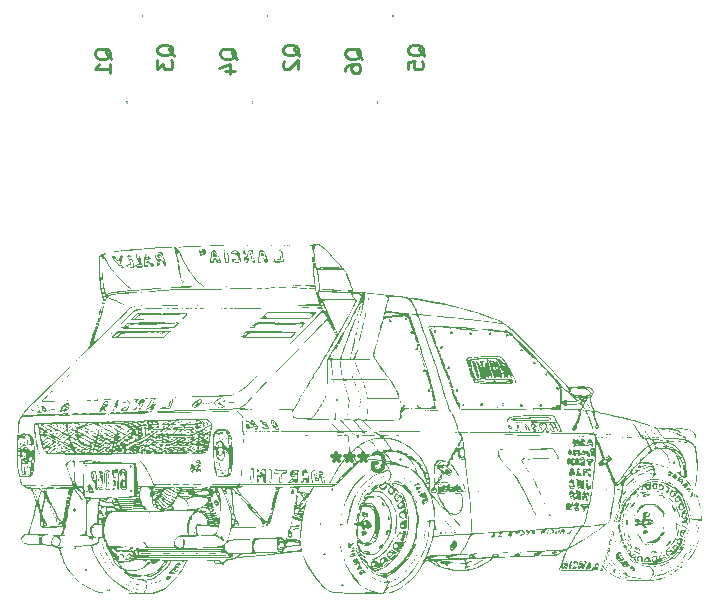
<source format=gbr>
%TF.GenerationSoftware,KiCad,Pcbnew,9.0.6-9.0.6~ubuntu24.04.1*%
%TF.CreationDate,2025-11-20T20:10:11+01:00*%
%TF.ProjectId,FOC_CONTROLLER_V2,464f435f-434f-44e5-9452-4f4c4c45525f,rev?*%
%TF.SameCoordinates,Original*%
%TF.FileFunction,Legend,Bot*%
%TF.FilePolarity,Positive*%
%FSLAX46Y46*%
G04 Gerber Fmt 4.6, Leading zero omitted, Abs format (unit mm)*
G04 Created by KiCad (PCBNEW 9.0.6-9.0.6~ubuntu24.04.1) date 2025-11-20 20:10:11*
%MOMM*%
%LPD*%
G01*
G04 APERTURE LIST*
%ADD10C,0.254000*%
%ADD11C,0.300000*%
%ADD12C,0.100000*%
%ADD13C,0.000000*%
G04 APERTURE END LIST*
D10*
X138095270Y-73128047D02*
X138034794Y-73007095D01*
X138034794Y-73007095D02*
X137913842Y-72886142D01*
X137913842Y-72886142D02*
X137732413Y-72704714D01*
X137732413Y-72704714D02*
X137671937Y-72583761D01*
X137671937Y-72583761D02*
X137671937Y-72462809D01*
X137974318Y-72523285D02*
X137913842Y-72402333D01*
X137913842Y-72402333D02*
X137792889Y-72281380D01*
X137792889Y-72281380D02*
X137550984Y-72220904D01*
X137550984Y-72220904D02*
X137127651Y-72220904D01*
X137127651Y-72220904D02*
X136885746Y-72281380D01*
X136885746Y-72281380D02*
X136764794Y-72402333D01*
X136764794Y-72402333D02*
X136704318Y-72523285D01*
X136704318Y-72523285D02*
X136704318Y-72765190D01*
X136704318Y-72765190D02*
X136764794Y-72886142D01*
X136764794Y-72886142D02*
X136885746Y-73007095D01*
X136885746Y-73007095D02*
X137127651Y-73067571D01*
X137127651Y-73067571D02*
X137550984Y-73067571D01*
X137550984Y-73067571D02*
X137792889Y-73007095D01*
X137792889Y-73007095D02*
X137913842Y-72886142D01*
X137913842Y-72886142D02*
X137974318Y-72765190D01*
X137974318Y-72765190D02*
X137974318Y-72523285D01*
X137127651Y-74156142D02*
X137974318Y-74156142D01*
X136643842Y-73853761D02*
X137550984Y-73551380D01*
X137550984Y-73551380D02*
X137550984Y-74337571D01*
X127480270Y-73128047D02*
X127419794Y-73007095D01*
X127419794Y-73007095D02*
X127298842Y-72886142D01*
X127298842Y-72886142D02*
X127117413Y-72704714D01*
X127117413Y-72704714D02*
X127056937Y-72583761D01*
X127056937Y-72583761D02*
X127056937Y-72462809D01*
X127359318Y-72523285D02*
X127298842Y-72402333D01*
X127298842Y-72402333D02*
X127177889Y-72281380D01*
X127177889Y-72281380D02*
X126935984Y-72220904D01*
X126935984Y-72220904D02*
X126512651Y-72220904D01*
X126512651Y-72220904D02*
X126270746Y-72281380D01*
X126270746Y-72281380D02*
X126149794Y-72402333D01*
X126149794Y-72402333D02*
X126089318Y-72523285D01*
X126089318Y-72523285D02*
X126089318Y-72765190D01*
X126089318Y-72765190D02*
X126149794Y-72886142D01*
X126149794Y-72886142D02*
X126270746Y-73007095D01*
X126270746Y-73007095D02*
X126512651Y-73067571D01*
X126512651Y-73067571D02*
X126935984Y-73067571D01*
X126935984Y-73067571D02*
X127177889Y-73007095D01*
X127177889Y-73007095D02*
X127298842Y-72886142D01*
X127298842Y-72886142D02*
X127359318Y-72765190D01*
X127359318Y-72765190D02*
X127359318Y-72523285D01*
X127359318Y-74277095D02*
X127359318Y-73551380D01*
X127359318Y-73914237D02*
X126089318Y-73914237D01*
X126089318Y-73914237D02*
X126270746Y-73793285D01*
X126270746Y-73793285D02*
X126391699Y-73672333D01*
X126391699Y-73672333D02*
X126452175Y-73551380D01*
X132780270Y-72830047D02*
X132719794Y-72709095D01*
X132719794Y-72709095D02*
X132598842Y-72588142D01*
X132598842Y-72588142D02*
X132417413Y-72406714D01*
X132417413Y-72406714D02*
X132356937Y-72285761D01*
X132356937Y-72285761D02*
X132356937Y-72164809D01*
X132659318Y-72225285D02*
X132598842Y-72104333D01*
X132598842Y-72104333D02*
X132477889Y-71983380D01*
X132477889Y-71983380D02*
X132235984Y-71922904D01*
X132235984Y-71922904D02*
X131812651Y-71922904D01*
X131812651Y-71922904D02*
X131570746Y-71983380D01*
X131570746Y-71983380D02*
X131449794Y-72104333D01*
X131449794Y-72104333D02*
X131389318Y-72225285D01*
X131389318Y-72225285D02*
X131389318Y-72467190D01*
X131389318Y-72467190D02*
X131449794Y-72588142D01*
X131449794Y-72588142D02*
X131570746Y-72709095D01*
X131570746Y-72709095D02*
X131812651Y-72769571D01*
X131812651Y-72769571D02*
X132235984Y-72769571D01*
X132235984Y-72769571D02*
X132477889Y-72709095D01*
X132477889Y-72709095D02*
X132598842Y-72588142D01*
X132598842Y-72588142D02*
X132659318Y-72467190D01*
X132659318Y-72467190D02*
X132659318Y-72225285D01*
X131389318Y-73192904D02*
X131389318Y-73979095D01*
X131389318Y-73979095D02*
X131873127Y-73555761D01*
X131873127Y-73555761D02*
X131873127Y-73737190D01*
X131873127Y-73737190D02*
X131933603Y-73858142D01*
X131933603Y-73858142D02*
X131994080Y-73918618D01*
X131994080Y-73918618D02*
X132115032Y-73979095D01*
X132115032Y-73979095D02*
X132417413Y-73979095D01*
X132417413Y-73979095D02*
X132538365Y-73918618D01*
X132538365Y-73918618D02*
X132598842Y-73858142D01*
X132598842Y-73858142D02*
X132659318Y-73737190D01*
X132659318Y-73737190D02*
X132659318Y-73374333D01*
X132659318Y-73374333D02*
X132598842Y-73253380D01*
X132598842Y-73253380D02*
X132538365Y-73192904D01*
X153990270Y-72830047D02*
X153929794Y-72709095D01*
X153929794Y-72709095D02*
X153808842Y-72588142D01*
X153808842Y-72588142D02*
X153627413Y-72406714D01*
X153627413Y-72406714D02*
X153566937Y-72285761D01*
X153566937Y-72285761D02*
X153566937Y-72164809D01*
X153869318Y-72225285D02*
X153808842Y-72104333D01*
X153808842Y-72104333D02*
X153687889Y-71983380D01*
X153687889Y-71983380D02*
X153445984Y-71922904D01*
X153445984Y-71922904D02*
X153022651Y-71922904D01*
X153022651Y-71922904D02*
X152780746Y-71983380D01*
X152780746Y-71983380D02*
X152659794Y-72104333D01*
X152659794Y-72104333D02*
X152599318Y-72225285D01*
X152599318Y-72225285D02*
X152599318Y-72467190D01*
X152599318Y-72467190D02*
X152659794Y-72588142D01*
X152659794Y-72588142D02*
X152780746Y-72709095D01*
X152780746Y-72709095D02*
X153022651Y-72769571D01*
X153022651Y-72769571D02*
X153445984Y-72769571D01*
X153445984Y-72769571D02*
X153687889Y-72709095D01*
X153687889Y-72709095D02*
X153808842Y-72588142D01*
X153808842Y-72588142D02*
X153869318Y-72467190D01*
X153869318Y-72467190D02*
X153869318Y-72225285D01*
X152599318Y-73918618D02*
X152599318Y-73313856D01*
X152599318Y-73313856D02*
X153204080Y-73253380D01*
X153204080Y-73253380D02*
X153143603Y-73313856D01*
X153143603Y-73313856D02*
X153083127Y-73434809D01*
X153083127Y-73434809D02*
X153083127Y-73737190D01*
X153083127Y-73737190D02*
X153143603Y-73858142D01*
X153143603Y-73858142D02*
X153204080Y-73918618D01*
X153204080Y-73918618D02*
X153325032Y-73979095D01*
X153325032Y-73979095D02*
X153627413Y-73979095D01*
X153627413Y-73979095D02*
X153748365Y-73918618D01*
X153748365Y-73918618D02*
X153808842Y-73858142D01*
X153808842Y-73858142D02*
X153869318Y-73737190D01*
X153869318Y-73737190D02*
X153869318Y-73434809D01*
X153869318Y-73434809D02*
X153808842Y-73313856D01*
X153808842Y-73313856D02*
X153748365Y-73253380D01*
D11*
X149735166Y-106542500D02*
X149878024Y-106471071D01*
X149878024Y-106471071D02*
X150092309Y-106471071D01*
X150092309Y-106471071D02*
X150306595Y-106542500D01*
X150306595Y-106542500D02*
X150449452Y-106685357D01*
X150449452Y-106685357D02*
X150520881Y-106828214D01*
X150520881Y-106828214D02*
X150592309Y-107113928D01*
X150592309Y-107113928D02*
X150592309Y-107328214D01*
X150592309Y-107328214D02*
X150520881Y-107613928D01*
X150520881Y-107613928D02*
X150449452Y-107756785D01*
X150449452Y-107756785D02*
X150306595Y-107899643D01*
X150306595Y-107899643D02*
X150092309Y-107971071D01*
X150092309Y-107971071D02*
X149949452Y-107971071D01*
X149949452Y-107971071D02*
X149735166Y-107899643D01*
X149735166Y-107899643D02*
X149663738Y-107828214D01*
X149663738Y-107828214D02*
X149663738Y-107328214D01*
X149663738Y-107328214D02*
X149949452Y-107328214D01*
X148806595Y-106471071D02*
X148806595Y-106828214D01*
X149163738Y-106685357D02*
X148806595Y-106828214D01*
X148806595Y-106828214D02*
X148449452Y-106685357D01*
X149020881Y-107113928D02*
X148806595Y-106828214D01*
X148806595Y-106828214D02*
X148592309Y-107113928D01*
X147663738Y-106471071D02*
X147663738Y-106828214D01*
X148020881Y-106685357D02*
X147663738Y-106828214D01*
X147663738Y-106828214D02*
X147306595Y-106685357D01*
X147878024Y-107113928D02*
X147663738Y-106828214D01*
X147663738Y-106828214D02*
X147449452Y-107113928D01*
X146520881Y-106471071D02*
X146520881Y-106828214D01*
X146878024Y-106685357D02*
X146520881Y-106828214D01*
X146520881Y-106828214D02*
X146163738Y-106685357D01*
X146735167Y-107113928D02*
X146520881Y-106828214D01*
X146520881Y-106828214D02*
X146306595Y-107113928D01*
D10*
X148695270Y-73128047D02*
X148634794Y-73007095D01*
X148634794Y-73007095D02*
X148513842Y-72886142D01*
X148513842Y-72886142D02*
X148332413Y-72704714D01*
X148332413Y-72704714D02*
X148271937Y-72583761D01*
X148271937Y-72583761D02*
X148271937Y-72462809D01*
X148574318Y-72523285D02*
X148513842Y-72402333D01*
X148513842Y-72402333D02*
X148392889Y-72281380D01*
X148392889Y-72281380D02*
X148150984Y-72220904D01*
X148150984Y-72220904D02*
X147727651Y-72220904D01*
X147727651Y-72220904D02*
X147485746Y-72281380D01*
X147485746Y-72281380D02*
X147364794Y-72402333D01*
X147364794Y-72402333D02*
X147304318Y-72523285D01*
X147304318Y-72523285D02*
X147304318Y-72765190D01*
X147304318Y-72765190D02*
X147364794Y-72886142D01*
X147364794Y-72886142D02*
X147485746Y-73007095D01*
X147485746Y-73007095D02*
X147727651Y-73067571D01*
X147727651Y-73067571D02*
X148150984Y-73067571D01*
X148150984Y-73067571D02*
X148392889Y-73007095D01*
X148392889Y-73007095D02*
X148513842Y-72886142D01*
X148513842Y-72886142D02*
X148574318Y-72765190D01*
X148574318Y-72765190D02*
X148574318Y-72523285D01*
X147304318Y-74156142D02*
X147304318Y-73914237D01*
X147304318Y-73914237D02*
X147364794Y-73793285D01*
X147364794Y-73793285D02*
X147425270Y-73732809D01*
X147425270Y-73732809D02*
X147606699Y-73611856D01*
X147606699Y-73611856D02*
X147848603Y-73551380D01*
X147848603Y-73551380D02*
X148332413Y-73551380D01*
X148332413Y-73551380D02*
X148453365Y-73611856D01*
X148453365Y-73611856D02*
X148513842Y-73672333D01*
X148513842Y-73672333D02*
X148574318Y-73793285D01*
X148574318Y-73793285D02*
X148574318Y-74035190D01*
X148574318Y-74035190D02*
X148513842Y-74156142D01*
X148513842Y-74156142D02*
X148453365Y-74216618D01*
X148453365Y-74216618D02*
X148332413Y-74277095D01*
X148332413Y-74277095D02*
X148030032Y-74277095D01*
X148030032Y-74277095D02*
X147909080Y-74216618D01*
X147909080Y-74216618D02*
X147848603Y-74156142D01*
X147848603Y-74156142D02*
X147788127Y-74035190D01*
X147788127Y-74035190D02*
X147788127Y-73793285D01*
X147788127Y-73793285D02*
X147848603Y-73672333D01*
X147848603Y-73672333D02*
X147909080Y-73611856D01*
X147909080Y-73611856D02*
X148030032Y-73551380D01*
X143395270Y-72830047D02*
X143334794Y-72709095D01*
X143334794Y-72709095D02*
X143213842Y-72588142D01*
X143213842Y-72588142D02*
X143032413Y-72406714D01*
X143032413Y-72406714D02*
X142971937Y-72285761D01*
X142971937Y-72285761D02*
X142971937Y-72164809D01*
X143274318Y-72225285D02*
X143213842Y-72104333D01*
X143213842Y-72104333D02*
X143092889Y-71983380D01*
X143092889Y-71983380D02*
X142850984Y-71922904D01*
X142850984Y-71922904D02*
X142427651Y-71922904D01*
X142427651Y-71922904D02*
X142185746Y-71983380D01*
X142185746Y-71983380D02*
X142064794Y-72104333D01*
X142064794Y-72104333D02*
X142004318Y-72225285D01*
X142004318Y-72225285D02*
X142004318Y-72467190D01*
X142004318Y-72467190D02*
X142064794Y-72588142D01*
X142064794Y-72588142D02*
X142185746Y-72709095D01*
X142185746Y-72709095D02*
X142427651Y-72769571D01*
X142427651Y-72769571D02*
X142850984Y-72769571D01*
X142850984Y-72769571D02*
X143092889Y-72709095D01*
X143092889Y-72709095D02*
X143213842Y-72588142D01*
X143213842Y-72588142D02*
X143274318Y-72467190D01*
X143274318Y-72467190D02*
X143274318Y-72225285D01*
X142125270Y-73253380D02*
X142064794Y-73313856D01*
X142064794Y-73313856D02*
X142004318Y-73434809D01*
X142004318Y-73434809D02*
X142004318Y-73737190D01*
X142004318Y-73737190D02*
X142064794Y-73858142D01*
X142064794Y-73858142D02*
X142125270Y-73918618D01*
X142125270Y-73918618D02*
X142246222Y-73979095D01*
X142246222Y-73979095D02*
X142367175Y-73979095D01*
X142367175Y-73979095D02*
X142548603Y-73918618D01*
X142548603Y-73918618D02*
X143274318Y-73192904D01*
X143274318Y-73192904D02*
X143274318Y-73979095D01*
D12*
%TO.C,Q4*%
X139400000Y-76700000D02*
X139400000Y-76700000D01*
X139400000Y-76800000D02*
X139400000Y-76800000D01*
X139400000Y-76700000D02*
G75*
G02*
X139400000Y-76800000I0J-50000D01*
G01*
X139400000Y-76800000D02*
G75*
G02*
X139400000Y-76700000I0J50000D01*
G01*
%TO.C,Q1*%
X128785000Y-76700000D02*
X128785000Y-76700000D01*
X128785000Y-76800000D02*
X128785000Y-76800000D01*
X128785000Y-76700000D02*
G75*
G02*
X128785000Y-76800000I0J-50000D01*
G01*
X128785000Y-76800000D02*
G75*
G02*
X128785000Y-76700000I0J50000D01*
G01*
%TO.C,Q3*%
X130085000Y-69400000D02*
X130085000Y-69400000D01*
X130085000Y-69500000D02*
X130085000Y-69500000D01*
X130085000Y-69400000D02*
G75*
G02*
X130085000Y-69500000I0J-50000D01*
G01*
X130085000Y-69500000D02*
G75*
G02*
X130085000Y-69400000I0J50000D01*
G01*
%TO.C,Q5*%
X151295000Y-69400000D02*
X151295000Y-69400000D01*
X151295000Y-69500000D02*
X151295000Y-69500000D01*
X151295000Y-69400000D02*
G75*
G02*
X151295000Y-69500000I0J-50000D01*
G01*
X151295000Y-69500000D02*
G75*
G02*
X151295000Y-69400000I0J50000D01*
G01*
D13*
%TO.C,G\u002A\u002A\u002A*%
G36*
X119738476Y-107192743D02*
G01*
X119705055Y-107226076D01*
X119671634Y-107192743D01*
X119705054Y-107159409D01*
X119738476Y-107192743D01*
G37*
G36*
X119805318Y-108059409D02*
G01*
X119771897Y-108092743D01*
X119738476Y-108059409D01*
X119771897Y-108026076D01*
X119805318Y-108059409D01*
G37*
G36*
X120473739Y-108259410D02*
G01*
X120440318Y-108292743D01*
X120406897Y-108259409D01*
X120440318Y-108226076D01*
X120473739Y-108259410D01*
G37*
G36*
X120607422Y-107059409D02*
G01*
X120574002Y-107092743D01*
X120540581Y-107059409D01*
X120574002Y-107026076D01*
X120607422Y-107059409D01*
G37*
G36*
X120607422Y-107659409D02*
G01*
X120574002Y-107692743D01*
X120540581Y-107659409D01*
X120574002Y-107626076D01*
X120607422Y-107659409D01*
G37*
G36*
X120874792Y-102659409D02*
G01*
X120841371Y-102692743D01*
X120807950Y-102659410D01*
X120841371Y-102626077D01*
X120874792Y-102659409D01*
G37*
G36*
X122077950Y-102726076D02*
G01*
X122044529Y-102759409D01*
X122011108Y-102726076D01*
X122044529Y-102692743D01*
X122077950Y-102726076D01*
G37*
G36*
X122211634Y-102726076D02*
G01*
X122178213Y-102759409D01*
X122144792Y-102726076D01*
X122178213Y-102692743D01*
X122211634Y-102726076D01*
G37*
G36*
X122278476Y-102859409D02*
G01*
X122245055Y-102892743D01*
X122211633Y-102859409D01*
X122245056Y-102826076D01*
X122278476Y-102859409D01*
G37*
G36*
X122612686Y-104126076D02*
G01*
X122579265Y-104159409D01*
X122545844Y-104126076D01*
X122579265Y-104092743D01*
X122612686Y-104126076D01*
G37*
G36*
X122746371Y-100926077D02*
G01*
X122712950Y-100959409D01*
X122679529Y-100926076D01*
X122712950Y-100892743D01*
X122746371Y-100926077D01*
G37*
G36*
X122946897Y-106059409D02*
G01*
X122913476Y-106092743D01*
X122880055Y-106059409D01*
X122913476Y-106026076D01*
X122946897Y-106059409D01*
G37*
G36*
X123147423Y-106126076D02*
G01*
X123114002Y-106159409D01*
X123080581Y-106126076D01*
X123114002Y-106092742D01*
X123147423Y-106126076D01*
G37*
G36*
X123347950Y-104459409D02*
G01*
X123314528Y-104492743D01*
X123281108Y-104459409D01*
X123314529Y-104426076D01*
X123347950Y-104459409D01*
G37*
G36*
X123548476Y-100259409D02*
G01*
X123515055Y-100292743D01*
X123481634Y-100259409D01*
X123515055Y-100226076D01*
X123548476Y-100259409D01*
G37*
G36*
X123615318Y-104259409D02*
G01*
X123581897Y-104292743D01*
X123548476Y-104259409D01*
X123581897Y-104226076D01*
X123615318Y-104259409D01*
G37*
G36*
X123949529Y-104526076D02*
G01*
X123916108Y-104559409D01*
X123882686Y-104526076D01*
X123916108Y-104492743D01*
X123949529Y-104526076D01*
G37*
G36*
X124551108Y-99259409D02*
G01*
X124517686Y-99292743D01*
X124484265Y-99259409D01*
X124517686Y-99226076D01*
X124551108Y-99259409D01*
G37*
G36*
X125286371Y-110726076D02*
G01*
X125252950Y-110759409D01*
X125219529Y-110726076D01*
X125252950Y-110692743D01*
X125286371Y-110726076D01*
G37*
G36*
X125486897Y-104926076D02*
G01*
X125453476Y-104959409D01*
X125420055Y-104926076D01*
X125453476Y-104892743D01*
X125486897Y-104926076D01*
G37*
G36*
X125553739Y-104259409D02*
G01*
X125520318Y-104292743D01*
X125486898Y-104259409D01*
X125520318Y-104226076D01*
X125553739Y-104259409D01*
G37*
G36*
X126355844Y-104326076D02*
G01*
X126322423Y-104359409D01*
X126289002Y-104326076D01*
X126322423Y-104292743D01*
X126355844Y-104326076D01*
G37*
G36*
X126422686Y-114592743D02*
G01*
X126389266Y-114626076D01*
X126355843Y-114592743D01*
X126389265Y-114559409D01*
X126422686Y-114592743D01*
G37*
G36*
X126556371Y-109192743D02*
G01*
X126522950Y-109226076D01*
X126489529Y-109192742D01*
X126522950Y-109159409D01*
X126556371Y-109192743D01*
G37*
G36*
X126623213Y-104792743D02*
G01*
X126589792Y-104826076D01*
X126556371Y-104792743D01*
X126589792Y-104759409D01*
X126623213Y-104792743D01*
G37*
G36*
X126690055Y-104459409D02*
G01*
X126656635Y-104492743D01*
X126623213Y-104459409D01*
X126656634Y-104426076D01*
X126690055Y-104459409D01*
G37*
G36*
X126690055Y-109192743D02*
G01*
X126656634Y-109226075D01*
X126623213Y-109192743D01*
X126656634Y-109159409D01*
X126690055Y-109192743D01*
G37*
G36*
X126756897Y-114192743D02*
G01*
X126723476Y-114226076D01*
X126690055Y-114192743D01*
X126723476Y-114159409D01*
X126756897Y-114192743D01*
G37*
G36*
X126756897Y-115259409D02*
G01*
X126723476Y-115292743D01*
X126690055Y-115259409D01*
X126723476Y-115226077D01*
X126756897Y-115259409D01*
G37*
G36*
X126823739Y-109326076D02*
G01*
X126790318Y-109359409D01*
X126756897Y-109326076D01*
X126790318Y-109292743D01*
X126823739Y-109326076D01*
G37*
G36*
X126823740Y-115392743D02*
G01*
X126790317Y-115426076D01*
X126756897Y-115392743D01*
X126790318Y-115359409D01*
X126823740Y-115392743D01*
G37*
G36*
X126890581Y-102459409D02*
G01*
X126857160Y-102492743D01*
X126823739Y-102459409D01*
X126857160Y-102426076D01*
X126890581Y-102459409D01*
G37*
G36*
X126890581Y-115526077D02*
G01*
X126857160Y-115559409D01*
X126823739Y-115526076D01*
X126857160Y-115492743D01*
X126890581Y-115526077D01*
G37*
G36*
X127024265Y-104126076D02*
G01*
X126990844Y-104159409D01*
X126957423Y-104126076D01*
X126990844Y-104092743D01*
X127024265Y-104126076D01*
G37*
G36*
X127024265Y-115726076D02*
G01*
X126990844Y-115759409D01*
X126957423Y-115726075D01*
X126990844Y-115692743D01*
X127024265Y-115726076D01*
G37*
G36*
X127157950Y-96659409D02*
G01*
X127124529Y-96692743D01*
X127091108Y-96659408D01*
X127124529Y-96626076D01*
X127157950Y-96659409D01*
G37*
G36*
X127157950Y-104726076D02*
G01*
X127124529Y-104759409D01*
X127091108Y-104726075D01*
X127124529Y-104692743D01*
X127157950Y-104726076D01*
G37*
G36*
X127224792Y-104326076D02*
G01*
X127191371Y-104359409D01*
X127157950Y-104326076D01*
X127191371Y-104292743D01*
X127224792Y-104326076D01*
G37*
G36*
X127291634Y-103192743D02*
G01*
X127258213Y-103226076D01*
X127224792Y-103192743D01*
X127258214Y-103159409D01*
X127291634Y-103192743D01*
G37*
G36*
X127291634Y-115326076D02*
G01*
X127258213Y-115359409D01*
X127224792Y-115326076D01*
X127258213Y-115292743D01*
X127291634Y-115326076D01*
G37*
G36*
X127358476Y-104792743D02*
G01*
X127325055Y-104826077D01*
X127291634Y-104792743D01*
X127325055Y-104759409D01*
X127358476Y-104792743D01*
G37*
G36*
X127358476Y-115459409D02*
G01*
X127325055Y-115492743D01*
X127291634Y-115459409D01*
X127325055Y-115426075D01*
X127358476Y-115459409D01*
G37*
G36*
X127492160Y-104459409D02*
G01*
X127458738Y-104492743D01*
X127425318Y-104459409D01*
X127458739Y-104426076D01*
X127492160Y-104459409D01*
G37*
G36*
X127492160Y-116392743D02*
G01*
X127458739Y-116426076D01*
X127425318Y-116392743D01*
X127458738Y-116359409D01*
X127492160Y-116392743D01*
G37*
G36*
X127559002Y-115726076D02*
G01*
X127525581Y-115759409D01*
X127492161Y-115726076D01*
X127525581Y-115692743D01*
X127559002Y-115726076D01*
G37*
G36*
X127625844Y-108659409D02*
G01*
X127592423Y-108692743D01*
X127559002Y-108659409D01*
X127592423Y-108626076D01*
X127625844Y-108659409D01*
G37*
G36*
X127826371Y-116126076D02*
G01*
X127792950Y-116159409D01*
X127759529Y-116126076D01*
X127792950Y-116092743D01*
X127826371Y-116126076D01*
G37*
G36*
X127826371Y-102859409D02*
G01*
X127792950Y-102892743D01*
X127759530Y-102859409D01*
X127792950Y-102826076D01*
X127826371Y-102859409D01*
G37*
G36*
X128294265Y-104459409D02*
G01*
X128260844Y-104492743D01*
X128227423Y-104459409D01*
X128260844Y-104426076D01*
X128294265Y-104459409D01*
G37*
G36*
X128361109Y-117259409D02*
G01*
X128327686Y-117292743D01*
X128294265Y-117259410D01*
X128327686Y-117226076D01*
X128361109Y-117259409D01*
G37*
G36*
X128494792Y-104592743D02*
G01*
X128461371Y-104626076D01*
X128427950Y-104592743D01*
X128461371Y-104559409D01*
X128494792Y-104592743D01*
G37*
G36*
X128628476Y-101859409D02*
G01*
X128595055Y-101892743D01*
X128561634Y-101859409D01*
X128595055Y-101826076D01*
X128628476Y-101859409D01*
G37*
G36*
X128628475Y-104259409D02*
G01*
X128595055Y-104292743D01*
X128561634Y-104259409D01*
X128595055Y-104226076D01*
X128628475Y-104259409D01*
G37*
G36*
X128829002Y-117592743D02*
G01*
X128795581Y-117626076D01*
X128762160Y-117592743D01*
X128795581Y-117559409D01*
X128829002Y-117592743D01*
G37*
G36*
X128962686Y-117192744D02*
G01*
X128929265Y-117226076D01*
X128895844Y-117192743D01*
X128929265Y-117159409D01*
X128962686Y-117192744D01*
G37*
G36*
X128962686Y-117659409D02*
G01*
X128929265Y-117692743D01*
X128895844Y-117659409D01*
X128929265Y-117626076D01*
X128962686Y-117659409D01*
G37*
G36*
X129096372Y-117726076D02*
G01*
X129062949Y-117759409D01*
X129029529Y-117726076D01*
X129062949Y-117692743D01*
X129096372Y-117726076D01*
G37*
G36*
X129163213Y-117326076D02*
G01*
X129129792Y-117359409D01*
X129096371Y-117326076D01*
X129129792Y-117292743D01*
X129163213Y-117326076D01*
G37*
G36*
X129430581Y-102459409D02*
G01*
X129397160Y-102492742D01*
X129363739Y-102459409D01*
X129397160Y-102426076D01*
X129430581Y-102459409D01*
G37*
G36*
X129497423Y-106392743D02*
G01*
X129464002Y-106426075D01*
X129430581Y-106392743D01*
X129464002Y-106359409D01*
X129497423Y-106392743D01*
G37*
G36*
X129497423Y-107126076D02*
G01*
X129464002Y-107159409D01*
X129430581Y-107126076D01*
X129464002Y-107092743D01*
X129497423Y-107126076D01*
G37*
G36*
X129497423Y-117526076D02*
G01*
X129464002Y-117559409D01*
X129430581Y-117526076D01*
X129464002Y-117492743D01*
X129497423Y-117526076D01*
G37*
G36*
X129697950Y-102459409D02*
G01*
X129664529Y-102492743D01*
X129631108Y-102459409D01*
X129664529Y-102426076D01*
X129697950Y-102459409D01*
G37*
G36*
X129898476Y-118059410D02*
G01*
X129865055Y-118092743D01*
X129831634Y-118059409D01*
X129865055Y-118026076D01*
X129898476Y-118059410D01*
G37*
G36*
X129965318Y-102459409D02*
G01*
X129931897Y-102492743D01*
X129898476Y-102459409D01*
X129931897Y-102426076D01*
X129965318Y-102459409D01*
G37*
G36*
X130032160Y-118059409D02*
G01*
X129998739Y-118092743D01*
X129965318Y-118059409D01*
X129998739Y-118026076D01*
X130032160Y-118059409D01*
G37*
G36*
X130165844Y-112392743D02*
G01*
X130132423Y-112426076D01*
X130099002Y-112392743D01*
X130132423Y-112359408D01*
X130165844Y-112392743D01*
G37*
G36*
X130299529Y-106326076D02*
G01*
X130266108Y-106359409D01*
X130232686Y-106326076D01*
X130266108Y-106292743D01*
X130299529Y-106326076D01*
G37*
G36*
X130767423Y-104659409D02*
G01*
X130734002Y-104692742D01*
X130700581Y-104659409D01*
X130734002Y-104626076D01*
X130767423Y-104659409D01*
G37*
G36*
X130901107Y-105926076D02*
G01*
X130867685Y-105959409D01*
X130834265Y-105926076D01*
X130867685Y-105892743D01*
X130901107Y-105926076D01*
G37*
G36*
X131168476Y-110192743D02*
G01*
X131135055Y-110226076D01*
X131101634Y-110192743D01*
X131135054Y-110159409D01*
X131168476Y-110192743D01*
G37*
G36*
X131235318Y-114992743D02*
G01*
X131201897Y-115026076D01*
X131168476Y-114992743D01*
X131201897Y-114959409D01*
X131235318Y-114992743D01*
G37*
G36*
X131369002Y-105259409D02*
G01*
X131335581Y-105292743D01*
X131302160Y-105259409D01*
X131335581Y-105226076D01*
X131369002Y-105259409D01*
G37*
G36*
X131703213Y-96326076D02*
G01*
X131669792Y-96359409D01*
X131636371Y-96326076D01*
X131669792Y-96292743D01*
X131703213Y-96326076D01*
G37*
G36*
X131903739Y-117126075D02*
G01*
X131870318Y-117159409D01*
X131836897Y-117126076D01*
X131870318Y-117092743D01*
X131903739Y-117126075D01*
G37*
G36*
X131970581Y-105126077D02*
G01*
X131937160Y-105159409D01*
X131903739Y-105126076D01*
X131937160Y-105092743D01*
X131970581Y-105126077D01*
G37*
G36*
X132104265Y-105192743D02*
G01*
X132070844Y-105226076D01*
X132037423Y-105192743D01*
X132070844Y-105159409D01*
X132104265Y-105192743D01*
G37*
G36*
X132371634Y-105659409D02*
G01*
X132338213Y-105692743D01*
X132304792Y-105659409D01*
X132338213Y-105626076D01*
X132371634Y-105659409D01*
G37*
G36*
X132572160Y-104592743D02*
G01*
X132538739Y-104626076D01*
X132505318Y-104592743D01*
X132538739Y-104559409D01*
X132572160Y-104592743D01*
G37*
G36*
X132772686Y-101792743D02*
G01*
X132739265Y-101826076D01*
X132705844Y-101792743D01*
X132739265Y-101759409D01*
X132772686Y-101792743D01*
G37*
G36*
X133441108Y-103792743D02*
G01*
X133407686Y-103826076D01*
X133374265Y-103792743D01*
X133407686Y-103759409D01*
X133441108Y-103792743D01*
G37*
G36*
X133641634Y-91926076D02*
G01*
X133608213Y-91959409D01*
X133574792Y-91926077D01*
X133608213Y-91892743D01*
X133641634Y-91926076D01*
G37*
G36*
X134176371Y-114992743D02*
G01*
X134142950Y-115026076D01*
X134109529Y-114992743D01*
X134142950Y-114959409D01*
X134176371Y-114992743D01*
G37*
G36*
X134310055Y-114992743D02*
G01*
X134276634Y-115026076D01*
X134243213Y-114992743D01*
X134276634Y-114959409D01*
X134310055Y-114992743D01*
G37*
G36*
X134510581Y-103859409D02*
G01*
X134477160Y-103892742D01*
X134443739Y-103859409D01*
X134477160Y-103826076D01*
X134510581Y-103859409D01*
G37*
G36*
X135112160Y-109859409D02*
G01*
X135078739Y-109892744D01*
X135045318Y-109859409D01*
X135078739Y-109826076D01*
X135112160Y-109859409D01*
G37*
G36*
X135179002Y-111192743D02*
G01*
X135145581Y-111226076D01*
X135112160Y-111192743D01*
X135145581Y-111159409D01*
X135179002Y-111192743D01*
G37*
G36*
X135379529Y-111192743D02*
G01*
X135346108Y-111226076D01*
X135312686Y-111192743D01*
X135346108Y-111159409D01*
X135379529Y-111192743D01*
G37*
G36*
X135446371Y-109792743D02*
G01*
X135412950Y-109826076D01*
X135379529Y-109792743D01*
X135412950Y-109759409D01*
X135446371Y-109792743D01*
G37*
G36*
X135580055Y-102259408D02*
G01*
X135546634Y-102292743D01*
X135513213Y-102259409D01*
X135546634Y-102226076D01*
X135580055Y-102259408D01*
G37*
G36*
X135713738Y-102259409D02*
G01*
X135680318Y-102292743D01*
X135646897Y-102259409D01*
X135680318Y-102226076D01*
X135713738Y-102259409D01*
G37*
G36*
X136315318Y-93926077D02*
G01*
X136281897Y-93959409D01*
X136248476Y-93926076D01*
X136281897Y-93892743D01*
X136315318Y-93926077D01*
G37*
G36*
X136382160Y-92392743D02*
G01*
X136348739Y-92426076D01*
X136315318Y-92392742D01*
X136348739Y-92359409D01*
X136382160Y-92392743D01*
G37*
G36*
X136382160Y-105392743D02*
G01*
X136348739Y-105426076D01*
X136315318Y-105392744D01*
X136348739Y-105359409D01*
X136382160Y-105392743D01*
G37*
G36*
X136449002Y-107259409D02*
G01*
X136415581Y-107292743D01*
X136382160Y-107259409D01*
X136415581Y-107226076D01*
X136449002Y-107259409D01*
G37*
G36*
X136515844Y-107726076D02*
G01*
X136482423Y-107759409D01*
X136449002Y-107726076D01*
X136482423Y-107692743D01*
X136515844Y-107726076D01*
G37*
G36*
X136783213Y-107659409D02*
G01*
X136749792Y-107692743D01*
X136716371Y-107659409D01*
X136749792Y-107626076D01*
X136783213Y-107659409D01*
G37*
G36*
X136916897Y-104992742D02*
G01*
X136883476Y-105026076D01*
X136850055Y-104992743D01*
X136883476Y-104959409D01*
X136916897Y-104992742D01*
G37*
G36*
X137050581Y-107459409D02*
G01*
X137017160Y-107492743D01*
X136983739Y-107459409D01*
X137017160Y-107426076D01*
X137050581Y-107459409D01*
G37*
G36*
X137117422Y-92392743D02*
G01*
X137084002Y-92426076D01*
X137050581Y-92392743D01*
X137084002Y-92359409D01*
X137117422Y-92392743D01*
G37*
G36*
X137184265Y-107926076D02*
G01*
X137150845Y-107959409D01*
X137117422Y-107926076D01*
X137150845Y-107892743D01*
X137184265Y-107926076D01*
G37*
G36*
X137251107Y-105592743D02*
G01*
X137217686Y-105626075D01*
X137184265Y-105592743D01*
X137217686Y-105559409D01*
X137251107Y-105592743D01*
G37*
G36*
X137251108Y-106392743D02*
G01*
X137217686Y-106426076D01*
X137184265Y-106392743D01*
X137217686Y-106359409D01*
X137251108Y-106392743D01*
G37*
G36*
X137317949Y-107059409D02*
G01*
X137284529Y-107092744D01*
X137251108Y-107059409D01*
X137284529Y-107026076D01*
X137317949Y-107059409D01*
G37*
G36*
X137317949Y-107592743D02*
G01*
X137284529Y-107626076D01*
X137251108Y-107592743D01*
X137284529Y-107559409D01*
X137317949Y-107592743D01*
G37*
G36*
X137317949Y-107926076D02*
G01*
X137284529Y-107959409D01*
X137251108Y-107926076D01*
X137284529Y-107892743D01*
X137317949Y-107926076D01*
G37*
G36*
X137384792Y-93926076D02*
G01*
X137351371Y-93959410D01*
X137317949Y-93926076D01*
X137351371Y-93892744D01*
X137384792Y-93926076D01*
G37*
G36*
X137852686Y-93926076D02*
G01*
X137819265Y-93959410D01*
X137785843Y-93926076D01*
X137819265Y-93892744D01*
X137852686Y-93926076D01*
G37*
G36*
X137986370Y-102326076D02*
G01*
X137952950Y-102359409D01*
X137919529Y-102326076D01*
X137952950Y-102292743D01*
X137986370Y-102326076D01*
G37*
G36*
X138120055Y-93926076D02*
G01*
X138086634Y-93959409D01*
X138053213Y-93926076D01*
X138086634Y-93892743D01*
X138120055Y-93926076D01*
G37*
G36*
X138654792Y-106859409D02*
G01*
X138621371Y-106892743D01*
X138587950Y-106859410D01*
X138621371Y-106826076D01*
X138654792Y-106859409D01*
G37*
G36*
X139323213Y-104926076D02*
G01*
X139289792Y-104959409D01*
X139256371Y-104926076D01*
X139289792Y-104892743D01*
X139323213Y-104926076D01*
G37*
G36*
X139523739Y-104659409D02*
G01*
X139490318Y-104692743D01*
X139456897Y-104659409D01*
X139490318Y-104626076D01*
X139523739Y-104659409D01*
G37*
G36*
X139523739Y-108792743D02*
G01*
X139490318Y-108826076D01*
X139456897Y-108792743D01*
X139490318Y-108759409D01*
X139523739Y-108792743D01*
G37*
G36*
X139590581Y-88859409D02*
G01*
X139557160Y-88892743D01*
X139523739Y-88859409D01*
X139557159Y-88826076D01*
X139590581Y-88859409D01*
G37*
G36*
X139857951Y-104859409D02*
G01*
X139824529Y-104892743D01*
X139791108Y-104859409D01*
X139824528Y-104826076D01*
X139857951Y-104859409D01*
G37*
G36*
X140593213Y-104592743D02*
G01*
X140559792Y-104626076D01*
X140526371Y-104592743D01*
X140559792Y-104559409D01*
X140593213Y-104592743D01*
G37*
G36*
X140860581Y-108059409D02*
G01*
X140827160Y-108092743D01*
X140793739Y-108059409D01*
X140827160Y-108026076D01*
X140860581Y-108059409D01*
G37*
G36*
X141061108Y-88859409D02*
G01*
X141027686Y-88892743D01*
X140994265Y-88859409D01*
X141027686Y-88826076D01*
X141061108Y-88859409D01*
G37*
G36*
X141930055Y-108592743D02*
G01*
X141896634Y-108626076D01*
X141863213Y-108592743D01*
X141896634Y-108559409D01*
X141930055Y-108592743D01*
G37*
G36*
X141930055Y-108792743D02*
G01*
X141896634Y-108826076D01*
X141863213Y-108792743D01*
X141896633Y-108759409D01*
X141930055Y-108792743D01*
G37*
G36*
X142197423Y-88859409D02*
G01*
X142164002Y-88892743D01*
X142130581Y-88859409D01*
X142164002Y-88826076D01*
X142197423Y-88859409D01*
G37*
G36*
X142197423Y-104926076D02*
G01*
X142164002Y-104959409D01*
X142130581Y-104926076D01*
X142164002Y-104892743D01*
X142197423Y-104926076D01*
G37*
G36*
X142264265Y-92326076D02*
G01*
X142230844Y-92359409D01*
X142197423Y-92326076D01*
X142230844Y-92292743D01*
X142264265Y-92326076D01*
G37*
G36*
X142732160Y-111926076D02*
G01*
X142698739Y-111959409D01*
X142665318Y-111926076D01*
X142698739Y-111892743D01*
X142732160Y-111926076D01*
G37*
G36*
X142932686Y-92259409D02*
G01*
X142899265Y-92292743D01*
X142865844Y-92259409D01*
X142899265Y-92226077D01*
X142932686Y-92259409D01*
G37*
G36*
X143066371Y-110459409D02*
G01*
X143032950Y-110492743D01*
X142999528Y-110459409D01*
X143032951Y-110426076D01*
X143066371Y-110459409D01*
G37*
G36*
X143333739Y-109926076D02*
G01*
X143300318Y-109959409D01*
X143266897Y-109926077D01*
X143300318Y-109892743D01*
X143333739Y-109926076D01*
G37*
G36*
X144269529Y-94659409D02*
G01*
X144236108Y-94692743D01*
X144202686Y-94659409D01*
X144236108Y-94626076D01*
X144269529Y-94659409D01*
G37*
G36*
X145873739Y-104992743D02*
G01*
X145840318Y-105026076D01*
X145806897Y-104992743D01*
X145840318Y-104959409D01*
X145873739Y-104992743D01*
G37*
G36*
X146207950Y-104926076D02*
G01*
X146174529Y-104959409D01*
X146141108Y-104926076D01*
X146174529Y-104892743D01*
X146207950Y-104926076D01*
G37*
G36*
X146341634Y-98192743D02*
G01*
X146308213Y-98226076D01*
X146274792Y-98192743D01*
X146308213Y-98159409D01*
X146341634Y-98192743D01*
G37*
G36*
X146475318Y-97792743D02*
G01*
X146441897Y-97826076D01*
X146408476Y-97792744D01*
X146441897Y-97759409D01*
X146475318Y-97792743D01*
G37*
G36*
X146542160Y-101459409D02*
G01*
X146508739Y-101492743D01*
X146475317Y-101459409D01*
X146508740Y-101426076D01*
X146542160Y-101459409D01*
G37*
G36*
X147010055Y-114926076D02*
G01*
X146976634Y-114959409D01*
X146943214Y-114926076D01*
X146976634Y-114892743D01*
X147010055Y-114926076D01*
G37*
G36*
X147143739Y-115326076D02*
G01*
X147110318Y-115359409D01*
X147076897Y-115326076D01*
X147110318Y-115292743D01*
X147143739Y-115326076D01*
G37*
G36*
X147544792Y-103192743D02*
G01*
X147511371Y-103226076D01*
X147477950Y-103192743D01*
X147511371Y-103159409D01*
X147544792Y-103192743D01*
G37*
G36*
X147812160Y-104992743D02*
G01*
X147778739Y-105026076D01*
X147745318Y-104992742D01*
X147778739Y-104959409D01*
X147812160Y-104992743D01*
G37*
G36*
X147879002Y-99859409D02*
G01*
X147845581Y-99892743D01*
X147812160Y-99859410D01*
X147845581Y-99826077D01*
X147879002Y-99859409D01*
G37*
G36*
X147945844Y-104792743D02*
G01*
X147912423Y-104826076D01*
X147879002Y-104792743D01*
X147912423Y-104759409D01*
X147945844Y-104792743D01*
G37*
G36*
X148012686Y-101859409D02*
G01*
X147979265Y-101892743D01*
X147945844Y-101859409D01*
X147979265Y-101826076D01*
X148012686Y-101859409D01*
G37*
G36*
X148012686Y-113726076D02*
G01*
X147979265Y-113759409D01*
X147945844Y-113726076D01*
X147979265Y-113692743D01*
X148012686Y-113726076D01*
G37*
G36*
X148146371Y-101859409D02*
G01*
X148112950Y-101892742D01*
X148079529Y-101859409D01*
X148112950Y-101826076D01*
X148146371Y-101859409D01*
G37*
G36*
X148146371Y-113526076D02*
G01*
X148112950Y-113559409D01*
X148079529Y-113526076D01*
X148112950Y-113492743D01*
X148146371Y-113526076D01*
G37*
G36*
X148213213Y-114126076D02*
G01*
X148179792Y-114159410D01*
X148146371Y-114126076D01*
X148179792Y-114092744D01*
X148213213Y-114126076D01*
G37*
G36*
X148213213Y-114392743D02*
G01*
X148179792Y-114426077D01*
X148146371Y-114392743D01*
X148179792Y-114359409D01*
X148213213Y-114392743D01*
G37*
G36*
X148280055Y-101859409D02*
G01*
X148246634Y-101892742D01*
X148213213Y-101859409D01*
X148246634Y-101826076D01*
X148280055Y-101859409D01*
G37*
G36*
X148280055Y-114526076D02*
G01*
X148246634Y-114559409D01*
X148213213Y-114526076D01*
X148246634Y-114492743D01*
X148280055Y-114526076D01*
G37*
G36*
X148413739Y-101859409D02*
G01*
X148380318Y-101892743D01*
X148346897Y-101859409D01*
X148380318Y-101826076D01*
X148413739Y-101859409D01*
G37*
G36*
X148480580Y-101392743D02*
G01*
X148447160Y-101426076D01*
X148413739Y-101392743D01*
X148447160Y-101359409D01*
X148480580Y-101392743D01*
G37*
G36*
X148480581Y-102992743D02*
G01*
X148447160Y-103026076D01*
X148413739Y-102992743D01*
X148447160Y-102959409D01*
X148480581Y-102992743D01*
G37*
G36*
X148480581Y-103126076D02*
G01*
X148447160Y-103159409D01*
X148413739Y-103126077D01*
X148447160Y-103092743D01*
X148480581Y-103126076D01*
G37*
G36*
X148547422Y-99726076D02*
G01*
X148514002Y-99759409D01*
X148480581Y-99726076D01*
X148514002Y-99692743D01*
X148547422Y-99726076D01*
G37*
G36*
X148547423Y-101592743D02*
G01*
X148514002Y-101626076D01*
X148480581Y-101592743D01*
X148514002Y-101559409D01*
X148547423Y-101592743D01*
G37*
G36*
X148814792Y-116459409D02*
G01*
X148781371Y-116492742D01*
X148747950Y-116459409D01*
X148781371Y-116426076D01*
X148814792Y-116459409D01*
G37*
G36*
X149416371Y-105192743D02*
G01*
X149382950Y-105226076D01*
X149349529Y-105192743D01*
X149382950Y-105159409D01*
X149416371Y-105192743D01*
G37*
G36*
X149616897Y-116992743D02*
G01*
X149583476Y-117026076D01*
X149550055Y-116992743D01*
X149583476Y-116959409D01*
X149616897Y-116992743D01*
G37*
G36*
X149750581Y-108859409D02*
G01*
X149717160Y-108892743D01*
X149683739Y-108859409D01*
X149717160Y-108826076D01*
X149750581Y-108859409D01*
G37*
G36*
X149817423Y-105792743D02*
G01*
X149784002Y-105826076D01*
X149750581Y-105792743D01*
X149784002Y-105759409D01*
X149817423Y-105792743D01*
G37*
G36*
X150017950Y-104992743D02*
G01*
X149984529Y-105026076D01*
X149951108Y-104992742D01*
X149984529Y-104959409D01*
X150017950Y-104992743D01*
G37*
G36*
X150084792Y-108659409D02*
G01*
X150051371Y-108692743D01*
X150017950Y-108659409D01*
X150051371Y-108626076D01*
X150084792Y-108659409D01*
G37*
G36*
X151020581Y-108392743D02*
G01*
X150987160Y-108426076D01*
X150953739Y-108392743D01*
X150987160Y-108359409D01*
X151020581Y-108392743D01*
G37*
G36*
X151154265Y-108859409D02*
G01*
X151120844Y-108892743D01*
X151087423Y-108859409D01*
X151120844Y-108826076D01*
X151154265Y-108859409D01*
G37*
G36*
X151822686Y-116992743D02*
G01*
X151789265Y-117026076D01*
X151755844Y-116992743D01*
X151789265Y-116959409D01*
X151822686Y-116992743D01*
G37*
G36*
X151956372Y-108459409D02*
G01*
X151922950Y-108492743D01*
X151889529Y-108459409D01*
X151922949Y-108426076D01*
X151956372Y-108459409D01*
G37*
G36*
X152290581Y-104992743D02*
G01*
X152257160Y-105026075D01*
X152223739Y-104992743D01*
X152257160Y-104959409D01*
X152290581Y-104992743D01*
G37*
G36*
X152758476Y-108726075D02*
G01*
X152725055Y-108759409D01*
X152691634Y-108726076D01*
X152725055Y-108692743D01*
X152758476Y-108726075D01*
G37*
G36*
X152758476Y-116059409D02*
G01*
X152725055Y-116092743D01*
X152691635Y-116059409D01*
X152725055Y-116026076D01*
X152758476Y-116059409D01*
G37*
G36*
X152825318Y-108859409D02*
G01*
X152791897Y-108892743D01*
X152758476Y-108859409D01*
X152791897Y-108826076D01*
X152825318Y-108859409D01*
G37*
G36*
X153226371Y-110326076D02*
G01*
X153192950Y-110359409D01*
X153159529Y-110326076D01*
X153192950Y-110292743D01*
X153226371Y-110326076D01*
G37*
G36*
X153293213Y-115259409D02*
G01*
X153259792Y-115292743D01*
X153226371Y-115259409D01*
X153259792Y-115226077D01*
X153293213Y-115259409D01*
G37*
G36*
X153360055Y-115126075D02*
G01*
X153326633Y-115159409D01*
X153293213Y-115126076D01*
X153326633Y-115092743D01*
X153360055Y-115126075D01*
G37*
G36*
X153426897Y-114992743D02*
G01*
X153393476Y-115026076D01*
X153360055Y-114992743D01*
X153393476Y-114959409D01*
X153426897Y-114992743D01*
G37*
G36*
X153560581Y-112659409D02*
G01*
X153527160Y-112692743D01*
X153493739Y-112659408D01*
X153527160Y-112626076D01*
X153560581Y-112659409D01*
G37*
G36*
X153961634Y-113792743D02*
G01*
X153928213Y-113826076D01*
X153894792Y-113792743D01*
X153928213Y-113759408D01*
X153961634Y-113792743D01*
G37*
G36*
X154028476Y-113592743D02*
G01*
X153995055Y-113626076D01*
X153961634Y-113592743D01*
X153995054Y-113559409D01*
X154028476Y-113592743D01*
G37*
G36*
X154295844Y-108592743D02*
G01*
X154262423Y-108626076D01*
X154229002Y-108592743D01*
X154262423Y-108559409D01*
X154295844Y-108592743D01*
G37*
G36*
X154362686Y-102859409D02*
G01*
X154329265Y-102892743D01*
X154295844Y-102859409D01*
X154329265Y-102826076D01*
X154362686Y-102859409D01*
G37*
G36*
X155097950Y-102392743D02*
G01*
X155064529Y-102426076D01*
X155031108Y-102392743D01*
X155064529Y-102359409D01*
X155097950Y-102392743D01*
G37*
G36*
X155164792Y-111592743D02*
G01*
X155131371Y-111626076D01*
X155097950Y-111592743D01*
X155131372Y-111559409D01*
X155164792Y-111592743D01*
G37*
G36*
X155231634Y-109126076D02*
G01*
X155198213Y-109159409D01*
X155164792Y-109126076D01*
X155198213Y-109092743D01*
X155231634Y-109126076D01*
G37*
G36*
X155365318Y-109126076D02*
G01*
X155331897Y-109159409D01*
X155298476Y-109126076D01*
X155331897Y-109092743D01*
X155365318Y-109126076D01*
G37*
G36*
X155432160Y-95926076D02*
G01*
X155398739Y-95959409D01*
X155365318Y-95926076D01*
X155398739Y-95892743D01*
X155432160Y-95926076D01*
G37*
G36*
X155499002Y-111926076D02*
G01*
X155465581Y-111959409D01*
X155432160Y-111926076D01*
X155465581Y-111892743D01*
X155499002Y-111926076D01*
G37*
G36*
X155632685Y-108259409D02*
G01*
X155599265Y-108292743D01*
X155565844Y-108259409D01*
X155599265Y-108226076D01*
X155632685Y-108259409D01*
G37*
G36*
X155833213Y-112259409D02*
G01*
X155799792Y-112292743D01*
X155766371Y-112259409D01*
X155799792Y-112226076D01*
X155833213Y-112259409D01*
G37*
G36*
X156033739Y-113192743D02*
G01*
X156000317Y-113226076D01*
X155966897Y-113192743D01*
X156000318Y-113159409D01*
X156033739Y-113192743D01*
G37*
G36*
X156234265Y-112659409D02*
G01*
X156200844Y-112692743D01*
X156167423Y-112659408D01*
X156200844Y-112626076D01*
X156234265Y-112659409D01*
G37*
G36*
X156301109Y-109059409D02*
G01*
X156267686Y-109092743D01*
X156234264Y-109059409D01*
X156267686Y-109026076D01*
X156301109Y-109059409D01*
G37*
G36*
X156568476Y-112992743D02*
G01*
X156535055Y-113026076D01*
X156501634Y-112992743D01*
X156535056Y-112959409D01*
X156568476Y-112992743D01*
G37*
G36*
X156702160Y-104926076D02*
G01*
X156668739Y-104959409D01*
X156635318Y-104926076D01*
X156668739Y-104892743D01*
X156702160Y-104926076D01*
G37*
G36*
X156702160Y-108926076D02*
G01*
X156668739Y-108959409D01*
X156635318Y-108926076D01*
X156668739Y-108892743D01*
X156702160Y-108926076D01*
G37*
G36*
X156835844Y-101992744D02*
G01*
X156802423Y-102026076D01*
X156769002Y-101992743D01*
X156802423Y-101959409D01*
X156835844Y-101992744D01*
G37*
G36*
X156969529Y-111326076D02*
G01*
X156936108Y-111359409D01*
X156902686Y-111326076D01*
X156936108Y-111292743D01*
X156969529Y-111326076D01*
G37*
G36*
X157036371Y-109059409D02*
G01*
X157002950Y-109092743D01*
X156969530Y-109059409D01*
X157002950Y-109026076D01*
X157036371Y-109059409D01*
G37*
G36*
X157637950Y-102659409D02*
G01*
X157604529Y-102692743D01*
X157571108Y-102659409D01*
X157604529Y-102626076D01*
X157637950Y-102659409D01*
G37*
G36*
X158640581Y-104926076D02*
G01*
X158607160Y-104959409D01*
X158573739Y-104926076D01*
X158607160Y-104892743D01*
X158640581Y-104926076D01*
G37*
G36*
X158774265Y-104926076D02*
G01*
X158740844Y-104959409D01*
X158707423Y-104926076D01*
X158740844Y-104892743D01*
X158774265Y-104926076D01*
G37*
G36*
X159509529Y-114992743D02*
G01*
X159476108Y-115026076D01*
X159442686Y-114992743D01*
X159476109Y-114959409D01*
X159509529Y-114992743D01*
G37*
G36*
X159843739Y-114926076D02*
G01*
X159810318Y-114959409D01*
X159776898Y-114926076D01*
X159810318Y-114892743D01*
X159843739Y-114926076D01*
G37*
G36*
X160244792Y-102592743D02*
G01*
X160211371Y-102626077D01*
X160177950Y-102592744D01*
X160211371Y-102559409D01*
X160244792Y-102592743D01*
G37*
G36*
X161180581Y-99926076D02*
G01*
X161147160Y-99959409D01*
X161113739Y-99926076D01*
X161147160Y-99892743D01*
X161180581Y-99926076D01*
G37*
G36*
X161247423Y-103926076D02*
G01*
X161214002Y-103959409D01*
X161180581Y-103926075D01*
X161214002Y-103892743D01*
X161247423Y-103926076D01*
G37*
G36*
X161381108Y-103926075D02*
G01*
X161347687Y-103959409D01*
X161314264Y-103926076D01*
X161347687Y-103892743D01*
X161381108Y-103926075D01*
G37*
G36*
X161982686Y-109659409D02*
G01*
X161949265Y-109692743D01*
X161915844Y-109659410D01*
X161949265Y-109626076D01*
X161982686Y-109659409D01*
G37*
G36*
X162049529Y-103859409D02*
G01*
X162016107Y-103892743D01*
X161982686Y-103859409D01*
X162016108Y-103826076D01*
X162049529Y-103859409D01*
G37*
G36*
X162183213Y-114859409D02*
G01*
X162149792Y-114892743D01*
X162116371Y-114859409D01*
X162149792Y-114826076D01*
X162183213Y-114859409D01*
G37*
G36*
X163052160Y-108326076D02*
G01*
X163018739Y-108359409D01*
X162985318Y-108326076D01*
X163018739Y-108292743D01*
X163052160Y-108326076D01*
G37*
G36*
X163653739Y-104526076D02*
G01*
X163620318Y-104559409D01*
X163586897Y-104526076D01*
X163620318Y-104492743D01*
X163653739Y-104526076D01*
G37*
G36*
X163987950Y-110259409D02*
G01*
X163954529Y-110292743D01*
X163921108Y-110259409D01*
X163954529Y-110226076D01*
X163987950Y-110259409D01*
G37*
G36*
X164255318Y-104992742D02*
G01*
X164221897Y-105026076D01*
X164188476Y-104992743D01*
X164221897Y-104959409D01*
X164255318Y-104992742D01*
G37*
G36*
X164255318Y-110926075D02*
G01*
X164221897Y-110959409D01*
X164188476Y-110926076D01*
X164221897Y-110892743D01*
X164255318Y-110926075D01*
G37*
G36*
X164322159Y-111059409D02*
G01*
X164288739Y-111092743D01*
X164255318Y-111059409D01*
X164288739Y-111026076D01*
X164322159Y-111059409D01*
G37*
G36*
X164389002Y-111259409D02*
G01*
X164355581Y-111292744D01*
X164322160Y-111259409D01*
X164355581Y-111226076D01*
X164389002Y-111259409D01*
G37*
G36*
X164455844Y-104992743D02*
G01*
X164422423Y-105026075D01*
X164389002Y-104992743D01*
X164422423Y-104959409D01*
X164455844Y-104992743D01*
G37*
G36*
X164589529Y-104992743D02*
G01*
X164556108Y-105026076D01*
X164522686Y-104992743D01*
X164556108Y-104959409D01*
X164589529Y-104992743D01*
G37*
G36*
X166126898Y-104992743D02*
G01*
X166093476Y-105026075D01*
X166060055Y-104992743D01*
X166093476Y-104959409D01*
X166126898Y-104992743D01*
G37*
G36*
X166661634Y-107326076D02*
G01*
X166628213Y-107359409D01*
X166594792Y-107326076D01*
X166628213Y-107292743D01*
X166661634Y-107326076D01*
G37*
G36*
X167330055Y-103126076D02*
G01*
X167296635Y-103159409D01*
X167263212Y-103126076D01*
X167296635Y-103092743D01*
X167330055Y-103126076D01*
G37*
G36*
X167396897Y-102992743D02*
G01*
X167363476Y-103026076D01*
X167330055Y-102992743D01*
X167363476Y-102959410D01*
X167396897Y-102992743D01*
G37*
G36*
X167463739Y-102859409D02*
G01*
X167430318Y-102892743D01*
X167396897Y-102859409D01*
X167430317Y-102826076D01*
X167463739Y-102859409D01*
G37*
G36*
X167597423Y-109526076D02*
G01*
X167564002Y-109559409D01*
X167530582Y-109526076D01*
X167564002Y-109492743D01*
X167597423Y-109526076D01*
G37*
G36*
X167864792Y-107992743D02*
G01*
X167831371Y-108026076D01*
X167797950Y-107992743D01*
X167831371Y-107959409D01*
X167864792Y-107992743D01*
G37*
G36*
X167931633Y-105659409D02*
G01*
X167898213Y-105692743D01*
X167864792Y-105659409D01*
X167898213Y-105626076D01*
X167931633Y-105659409D01*
G37*
G36*
X168733739Y-105126076D02*
G01*
X168700319Y-105159409D01*
X168666896Y-105126076D01*
X168700318Y-105092744D01*
X168733739Y-105126076D01*
G37*
G36*
X169469002Y-109526076D02*
G01*
X169435581Y-109559409D01*
X169402160Y-109526076D01*
X169435581Y-109492743D01*
X169469002Y-109526076D01*
G37*
G36*
X169535844Y-115526076D02*
G01*
X169502423Y-115559409D01*
X169469002Y-115526076D01*
X169502423Y-115492743D01*
X169535844Y-115526076D01*
G37*
G36*
X169803213Y-114192743D02*
G01*
X169769792Y-114226076D01*
X169736371Y-114192743D01*
X169769792Y-114159409D01*
X169803213Y-114192743D01*
G37*
G36*
X169803213Y-114992743D02*
G01*
X169769792Y-115026076D01*
X169736371Y-114992743D01*
X169769791Y-114959409D01*
X169803213Y-114992743D01*
G37*
G36*
X169936897Y-115259410D02*
G01*
X169903476Y-115292743D01*
X169870055Y-115259409D01*
X169903476Y-115226076D01*
X169936897Y-115259410D01*
G37*
G36*
X170204265Y-112392743D02*
G01*
X170170844Y-112426076D01*
X170137423Y-112392743D01*
X170170844Y-112359408D01*
X170204265Y-112392743D01*
G37*
G36*
X170204265Y-112526076D02*
G01*
X170170844Y-112559409D01*
X170137423Y-112526076D01*
X170170844Y-112492743D01*
X170204265Y-112526076D01*
G37*
G36*
X170271108Y-112259409D02*
G01*
X170237686Y-112292743D01*
X170204265Y-112259409D01*
X170237686Y-112226076D01*
X170271108Y-112259409D01*
G37*
G36*
X170271108Y-114126076D02*
G01*
X170237686Y-114159409D01*
X170204265Y-114126076D01*
X170237686Y-114092743D01*
X170271108Y-114126076D01*
G37*
G36*
X170337950Y-112392743D02*
G01*
X170304529Y-112426077D01*
X170271108Y-112392743D01*
X170304529Y-112359409D01*
X170337950Y-112392743D01*
G37*
G36*
X170471634Y-111392743D02*
G01*
X170438213Y-111426076D01*
X170404792Y-111392743D01*
X170438213Y-111359409D01*
X170471634Y-111392743D01*
G37*
G36*
X170471635Y-116859409D02*
G01*
X170438213Y-116892743D01*
X170404792Y-116859409D01*
X170438213Y-116826075D01*
X170471635Y-116859409D01*
G37*
G36*
X170605318Y-109926077D02*
G01*
X170571897Y-109959409D01*
X170538476Y-109926076D01*
X170571897Y-109892743D01*
X170605318Y-109926077D01*
G37*
G36*
X170605318Y-113926076D02*
G01*
X170571897Y-113959409D01*
X170538476Y-113926076D01*
X170571897Y-113892743D01*
X170605318Y-113926076D01*
G37*
G36*
X170672159Y-111059409D02*
G01*
X170638739Y-111092743D01*
X170605318Y-111059409D01*
X170638739Y-111026076D01*
X170672159Y-111059409D01*
G37*
G36*
X170672160Y-115659409D02*
G01*
X170638739Y-115692743D01*
X170605318Y-115659409D01*
X170638739Y-115626076D01*
X170672160Y-115659409D01*
G37*
G36*
X170739001Y-116526076D02*
G01*
X170705581Y-116559409D01*
X170672160Y-116526076D01*
X170705581Y-116492743D01*
X170739001Y-116526076D01*
G37*
G36*
X170739001Y-116792743D02*
G01*
X170705581Y-116826076D01*
X170672160Y-116792743D01*
X170705581Y-116759409D01*
X170739001Y-116792743D01*
G37*
G36*
X170805844Y-112059409D02*
G01*
X170772424Y-112092743D01*
X170739002Y-112059409D01*
X170772423Y-112026076D01*
X170805844Y-112059409D01*
G37*
G36*
X170939528Y-114659409D02*
G01*
X170906108Y-114692743D01*
X170872686Y-114659409D01*
X170906108Y-114626076D01*
X170939528Y-114659409D01*
G37*
G36*
X171073213Y-111659409D02*
G01*
X171039792Y-111692743D01*
X171006371Y-111659409D01*
X171039792Y-111626076D01*
X171073213Y-111659409D01*
G37*
G36*
X171073213Y-111792743D02*
G01*
X171039792Y-111826076D01*
X171006371Y-111792743D01*
X171039792Y-111759409D01*
X171073213Y-111792743D01*
G37*
G36*
X171073213Y-114992743D02*
G01*
X171039792Y-115026076D01*
X171006371Y-114992743D01*
X171039792Y-114959409D01*
X171073213Y-114992743D01*
G37*
G36*
X171273739Y-115259410D02*
G01*
X171240318Y-115292743D01*
X171206897Y-115259409D01*
X171240318Y-115226076D01*
X171273739Y-115259410D01*
G37*
G36*
X171273739Y-113859409D02*
G01*
X171240318Y-113892743D01*
X171206898Y-113859409D01*
X171240318Y-113826076D01*
X171273739Y-113859409D01*
G37*
G36*
X171340581Y-110992744D02*
G01*
X171307160Y-111026076D01*
X171273739Y-110992743D01*
X171307160Y-110959409D01*
X171340581Y-110992744D01*
G37*
G36*
X171340581Y-116726076D02*
G01*
X171307160Y-116759409D01*
X171273739Y-116726076D01*
X171307160Y-116692743D01*
X171340581Y-116726076D01*
G37*
G36*
X171407423Y-107926076D02*
G01*
X171374002Y-107959409D01*
X171340581Y-107926077D01*
X171374002Y-107892743D01*
X171407423Y-107926076D01*
G37*
G36*
X171474265Y-114526076D02*
G01*
X171440844Y-114559409D01*
X171407423Y-114526076D01*
X171440844Y-114492743D01*
X171474265Y-114526076D01*
G37*
G36*
X171541108Y-104992743D02*
G01*
X171507686Y-105026076D01*
X171474265Y-104992743D01*
X171507686Y-104959409D01*
X171541108Y-104992743D01*
G37*
G36*
X171607949Y-116859409D02*
G01*
X171574529Y-116892743D01*
X171541108Y-116859409D01*
X171574529Y-116826076D01*
X171607949Y-116859409D01*
G37*
G36*
X171674792Y-114726076D02*
G01*
X171641371Y-114759409D01*
X171607950Y-114726076D01*
X171641371Y-114692743D01*
X171674792Y-114726076D01*
G37*
G36*
X171741634Y-108926076D02*
G01*
X171708213Y-108959409D01*
X171674792Y-108926076D01*
X171708213Y-108892743D01*
X171741634Y-108926076D01*
G37*
G36*
X171741634Y-109526076D02*
G01*
X171708213Y-109559408D01*
X171674792Y-109526076D01*
X171708213Y-109492742D01*
X171741634Y-109526076D01*
G37*
G36*
X171741634Y-111926076D02*
G01*
X171708213Y-111959409D01*
X171674792Y-111926076D01*
X171708213Y-111892743D01*
X171741634Y-111926076D01*
G37*
G36*
X171808476Y-110326076D02*
G01*
X171775055Y-110359409D01*
X171741634Y-110326076D01*
X171775055Y-110292743D01*
X171808476Y-110326076D01*
G37*
G36*
X171808476Y-115726076D02*
G01*
X171775055Y-115759409D01*
X171741634Y-115726076D01*
X171775055Y-115692743D01*
X171808476Y-115726076D01*
G37*
G36*
X171942160Y-112859409D02*
G01*
X171908739Y-112892743D01*
X171875318Y-112859409D01*
X171908739Y-112826076D01*
X171942160Y-112859409D01*
G37*
G36*
X172009002Y-116259409D02*
G01*
X171975581Y-116292743D01*
X171942160Y-116259409D01*
X171975581Y-116226076D01*
X172009002Y-116259409D01*
G37*
G36*
X172142686Y-107126076D02*
G01*
X172109265Y-107159410D01*
X172075844Y-107126077D01*
X172109265Y-107092744D01*
X172142686Y-107126076D01*
G37*
G36*
X172209529Y-109192742D02*
G01*
X172176108Y-109226076D01*
X172142686Y-109192743D01*
X172176108Y-109159409D01*
X172209529Y-109192742D01*
G37*
G36*
X172343213Y-104126076D02*
G01*
X172309792Y-104159409D01*
X172276371Y-104126076D01*
X172309792Y-104092743D01*
X172343213Y-104126076D01*
G37*
G36*
X172410055Y-104259409D02*
G01*
X172376634Y-104292743D01*
X172343213Y-104259409D01*
X172376635Y-104226076D01*
X172410055Y-104259409D01*
G37*
G36*
X172410055Y-107859409D02*
G01*
X172376634Y-107892744D01*
X172343213Y-107859409D01*
X172376634Y-107826076D01*
X172410055Y-107859409D01*
G37*
G36*
X172410055Y-108459409D02*
G01*
X172376634Y-108492744D01*
X172343213Y-108459409D01*
X172376634Y-108426076D01*
X172410055Y-108459409D01*
G37*
G36*
X172543739Y-104392743D02*
G01*
X172510318Y-104426076D01*
X172476897Y-104392743D01*
X172510318Y-104359409D01*
X172543739Y-104392743D01*
G37*
G36*
X172543739Y-115059409D02*
G01*
X172510318Y-115092742D01*
X172476897Y-115059409D01*
X172510318Y-115026076D01*
X172543739Y-115059409D01*
G37*
G36*
X172610581Y-108926076D02*
G01*
X172577160Y-108959409D01*
X172543739Y-108926076D01*
X172577160Y-108892743D01*
X172610581Y-108926076D01*
G37*
G36*
X172610582Y-117126076D02*
G01*
X172577160Y-117159409D01*
X172543739Y-117126076D01*
X172577160Y-117092743D01*
X172610582Y-117126076D01*
G37*
G36*
X172877950Y-108259410D02*
G01*
X172844529Y-108292743D01*
X172811108Y-108259409D01*
X172844529Y-108226076D01*
X172877950Y-108259410D01*
G37*
G36*
X172877950Y-115059409D02*
G01*
X172844529Y-115092743D01*
X172811108Y-115059409D01*
X172844529Y-115026076D01*
X172877950Y-115059409D01*
G37*
G36*
X173011634Y-114192743D02*
G01*
X172978213Y-114226076D01*
X172944792Y-114192743D01*
X172978213Y-114159409D01*
X173011634Y-114192743D01*
G37*
G36*
X173011634Y-115059409D02*
G01*
X172978213Y-115092743D01*
X172944792Y-115059409D01*
X172978213Y-115026076D01*
X173011634Y-115059409D01*
G37*
G36*
X173078476Y-104259409D02*
G01*
X173045055Y-104292743D01*
X173011633Y-104259409D01*
X173045056Y-104226076D01*
X173078476Y-104259409D01*
G37*
G36*
X173145318Y-109659409D02*
G01*
X173111897Y-109692743D01*
X173078476Y-109659409D01*
X173111897Y-109626077D01*
X173145318Y-109659409D01*
G37*
G36*
X173212160Y-115059409D02*
G01*
X173178739Y-115092742D01*
X173145318Y-115059409D01*
X173178739Y-115026076D01*
X173212160Y-115059409D01*
G37*
G36*
X173279002Y-104526076D02*
G01*
X173245581Y-104559409D01*
X173212160Y-104526076D01*
X173245581Y-104492743D01*
X173279002Y-104526076D01*
G37*
G36*
X173345844Y-115059409D02*
G01*
X173312423Y-115092743D01*
X173279002Y-115059409D01*
X173312423Y-115026076D01*
X173345844Y-115059409D01*
G37*
G36*
X173479529Y-104792743D02*
G01*
X173446108Y-104826076D01*
X173412686Y-104792743D01*
X173446108Y-104759409D01*
X173479529Y-104792743D01*
G37*
G36*
X173479529Y-106059409D02*
G01*
X173446108Y-106092743D01*
X173412686Y-106059409D01*
X173446108Y-106026076D01*
X173479529Y-106059409D01*
G37*
G36*
X173479529Y-115059409D02*
G01*
X173446108Y-115092743D01*
X173412686Y-115059409D01*
X173446108Y-115026076D01*
X173479529Y-115059409D01*
G37*
G36*
X173680055Y-116459409D02*
G01*
X173646634Y-116492743D01*
X173613213Y-116459409D01*
X173646634Y-116426076D01*
X173680055Y-116459409D01*
G37*
G36*
X173880581Y-110792743D02*
G01*
X173847160Y-110826076D01*
X173813739Y-110792743D01*
X173847159Y-110759409D01*
X173880581Y-110792743D01*
G37*
G36*
X173947424Y-113992743D02*
G01*
X173914001Y-114026076D01*
X173880581Y-113992743D01*
X173914002Y-113959409D01*
X173947424Y-113992743D01*
G37*
G36*
X174014265Y-105926076D02*
G01*
X173980844Y-105959409D01*
X173947424Y-105926076D01*
X173980844Y-105892743D01*
X174014265Y-105926076D01*
G37*
G36*
X174081108Y-114859409D02*
G01*
X174047686Y-114892743D01*
X174014265Y-114859409D01*
X174047686Y-114826076D01*
X174081108Y-114859409D01*
G37*
G36*
X174081108Y-116392743D02*
G01*
X174047686Y-116426076D01*
X174014265Y-116392743D01*
X174047686Y-116359409D01*
X174081108Y-116392743D01*
G37*
G36*
X174214792Y-113726076D02*
G01*
X174181371Y-113759409D01*
X174147950Y-113726075D01*
X174181371Y-113692743D01*
X174214792Y-113726076D01*
G37*
G36*
X174415318Y-116326076D02*
G01*
X174381898Y-116359409D01*
X174348475Y-116326076D01*
X174381898Y-116292743D01*
X174415318Y-116326076D01*
G37*
G36*
X174415318Y-108859409D02*
G01*
X174381897Y-108892743D01*
X174348476Y-108859409D01*
X174381897Y-108826076D01*
X174415318Y-108859409D01*
G37*
G36*
X174482160Y-111792743D02*
G01*
X174448740Y-111826076D01*
X174415318Y-111792743D01*
X174448739Y-111759409D01*
X174482160Y-111792743D01*
G37*
G36*
X174482160Y-112726076D02*
G01*
X174448739Y-112759410D01*
X174415318Y-112726076D01*
X174448739Y-112692744D01*
X174482160Y-112726076D01*
G37*
G36*
X174549002Y-116926076D02*
G01*
X174515581Y-116959410D01*
X174482160Y-116926076D01*
X174515581Y-116892744D01*
X174549002Y-116926076D01*
G37*
G36*
X174615844Y-107659409D02*
G01*
X174582423Y-107692743D01*
X174549002Y-107659409D01*
X174582423Y-107626076D01*
X174615844Y-107659409D01*
G37*
G36*
X174682686Y-116859409D02*
G01*
X174649265Y-116892743D01*
X174615845Y-116859409D01*
X174649265Y-116826076D01*
X174682686Y-116859409D01*
G37*
G36*
X174883213Y-116126076D02*
G01*
X174849792Y-116159409D01*
X174816371Y-116126076D01*
X174849792Y-116092743D01*
X174883213Y-116126076D01*
G37*
G36*
X175217423Y-107992743D02*
G01*
X175184002Y-108026076D01*
X175150581Y-107992743D01*
X175184002Y-107959410D01*
X175217423Y-107992743D01*
G37*
G36*
X175618476Y-112592743D02*
G01*
X175585055Y-112626076D01*
X175551635Y-112592743D01*
X175585055Y-112559409D01*
X175618476Y-112592743D01*
G37*
G36*
X175685318Y-112392743D02*
G01*
X175651897Y-112426076D01*
X175618476Y-112392744D01*
X175651897Y-112359409D01*
X175685318Y-112392743D01*
G37*
G36*
X175952686Y-115926076D02*
G01*
X175919265Y-115959409D01*
X175885844Y-115926076D01*
X175919265Y-115892743D01*
X175952686Y-115926076D01*
G37*
G36*
X176019529Y-109592743D02*
G01*
X175986109Y-109626076D01*
X175952686Y-109592743D01*
X175986108Y-109559409D01*
X176019529Y-109592743D01*
G37*
G36*
X176019529Y-115526076D02*
G01*
X175986109Y-115559409D01*
X175952686Y-115526076D01*
X175986108Y-115492744D01*
X176019529Y-115526076D01*
G37*
G36*
X176086371Y-113459409D02*
G01*
X176052950Y-113492744D01*
X176019529Y-113459409D01*
X176052950Y-113426076D01*
X176086371Y-113459409D01*
G37*
G36*
X176153213Y-114059409D02*
G01*
X176119792Y-114092743D01*
X176086371Y-114059409D01*
X176119792Y-114026075D01*
X176153213Y-114059409D01*
G37*
G36*
X176153213Y-115326076D02*
G01*
X176119792Y-115359409D01*
X176086371Y-115326076D01*
X176119792Y-115292743D01*
X176153213Y-115326076D01*
G37*
G36*
X176220055Y-115659409D02*
G01*
X176186633Y-115692743D01*
X176153213Y-115659409D01*
X176186634Y-115626076D01*
X176220055Y-115659409D01*
G37*
G36*
X176286897Y-109926077D02*
G01*
X176253476Y-109959409D01*
X176220055Y-109926076D01*
X176253476Y-109892743D01*
X176286897Y-109926077D01*
G37*
G36*
X176286897Y-113259409D02*
G01*
X176253476Y-113292743D01*
X176220056Y-113259409D01*
X176253476Y-113226076D01*
X176286897Y-113259409D01*
G37*
G36*
X176286897Y-113792743D02*
G01*
X176253476Y-113826076D01*
X176220056Y-113792743D01*
X176253476Y-113759409D01*
X176286897Y-113792743D01*
G37*
G36*
X176353739Y-112992743D02*
G01*
X176320318Y-113026076D01*
X176286897Y-112992743D01*
X176320318Y-112959409D01*
X176353739Y-112992743D01*
G37*
G36*
X176353739Y-113126076D02*
G01*
X176320318Y-113159409D01*
X176286897Y-113126076D01*
X176320318Y-113092743D01*
X176353739Y-113126076D01*
G37*
G36*
X176353739Y-114726076D02*
G01*
X176320318Y-114759409D01*
X176286897Y-114726076D01*
X176320318Y-114692743D01*
X176353739Y-114726076D01*
G37*
G36*
X176353739Y-115059409D02*
G01*
X176320318Y-115092743D01*
X176286897Y-115059409D01*
X176320318Y-115026076D01*
X176353739Y-115059409D01*
G37*
G36*
X176420581Y-113392742D02*
G01*
X176387160Y-113426076D01*
X176353739Y-113392743D01*
X176387160Y-113359409D01*
X176420581Y-113392742D01*
G37*
G36*
X176487423Y-113192743D02*
G01*
X176454002Y-113226076D01*
X176420581Y-113192743D01*
X176454002Y-113159409D01*
X176487423Y-113192743D01*
G37*
G36*
X176487423Y-114392743D02*
G01*
X176454002Y-114426076D01*
X176420581Y-114392743D01*
X176454003Y-114359409D01*
X176487423Y-114392743D01*
G37*
G36*
X176554265Y-111592743D02*
G01*
X176520844Y-111626076D01*
X176487423Y-111592743D01*
X176520844Y-111559409D01*
X176554265Y-111592743D01*
G37*
G36*
X176554265Y-111726076D02*
G01*
X176520844Y-111759409D01*
X176487423Y-111726076D01*
X176520844Y-111692743D01*
X176554265Y-111726076D01*
G37*
G36*
X176554265Y-114259409D02*
G01*
X176520844Y-114292743D01*
X176487423Y-114259409D01*
X176520844Y-114226076D01*
X176554265Y-114259409D01*
G37*
G36*
X176621107Y-111859409D02*
G01*
X176587686Y-111892743D01*
X176554265Y-111859409D01*
X176587685Y-111826076D01*
X176621107Y-111859409D01*
G37*
G36*
X176621108Y-111992743D02*
G01*
X176587686Y-112026076D01*
X176554265Y-111992743D01*
X176587686Y-111959409D01*
X176621108Y-111992743D01*
G37*
G36*
X176621108Y-114126076D02*
G01*
X176587686Y-114159409D01*
X176554265Y-114126076D01*
X176587686Y-114092743D01*
X176621108Y-114126076D01*
G37*
G36*
X176754792Y-113726076D02*
G01*
X176721371Y-113759409D01*
X176687950Y-113726076D01*
X176721371Y-113692743D01*
X176754792Y-113726076D01*
G37*
G36*
X176821634Y-114259409D02*
G01*
X176788213Y-114292742D01*
X176754792Y-114259409D01*
X176788213Y-114226076D01*
X176821634Y-114259409D01*
G37*
G36*
X176888476Y-110859409D02*
G01*
X176855055Y-110892743D01*
X176821634Y-110859409D01*
X176855055Y-110826076D01*
X176888476Y-110859409D01*
G37*
G36*
X176888476Y-114059409D02*
G01*
X176855055Y-114092744D01*
X176821634Y-114059409D01*
X176855055Y-114026076D01*
X176888476Y-114059409D01*
G37*
G36*
X177423213Y-112792743D02*
G01*
X177389792Y-112826076D01*
X177356371Y-112792743D01*
X177389792Y-112759409D01*
X177423213Y-112792743D01*
G37*
G36*
X177490055Y-112459409D02*
G01*
X177456634Y-112492743D01*
X177423213Y-112459409D01*
X177456634Y-112426077D01*
X177490055Y-112459409D01*
G37*
G36*
X120134252Y-106720520D02*
G01*
X120129525Y-106788138D01*
X120099145Y-106808021D01*
X120085899Y-106784434D01*
X120093868Y-106680243D01*
X120117927Y-106649385D01*
X120134252Y-106720520D01*
G37*
G36*
X120139529Y-105559409D02*
G01*
X120134705Y-105594702D01*
X120094967Y-105603854D01*
X120086968Y-105594082D01*
X120094967Y-105514965D01*
X120115072Y-105504535D01*
X120139529Y-105559409D01*
G37*
G36*
X120518301Y-108114965D02*
G01*
X120528758Y-108135017D01*
X120473739Y-108159409D01*
X120438353Y-108154598D01*
X120429178Y-108114965D01*
X120438975Y-108106986D01*
X120518301Y-108114965D01*
G37*
G36*
X121053038Y-102648298D02*
G01*
X121063495Y-102668350D01*
X121008476Y-102692743D01*
X120973090Y-102687931D01*
X120963915Y-102648298D01*
X120973712Y-102640319D01*
X121053038Y-102648298D01*
G37*
G36*
X121186722Y-102781631D02*
G01*
X121197179Y-102801684D01*
X121142160Y-102826076D01*
X121106773Y-102821265D01*
X121097599Y-102781631D01*
X121107396Y-102773653D01*
X121186722Y-102781631D01*
G37*
G36*
X121693608Y-109181924D02*
G01*
X121704946Y-109205073D01*
X121610055Y-109215550D01*
X121518105Y-109206257D01*
X121526502Y-109181924D01*
X121556759Y-109173119D01*
X121693608Y-109181924D01*
G37*
G36*
X121721458Y-105181630D02*
G01*
X121731916Y-105201684D01*
X121676897Y-105226076D01*
X121641511Y-105221265D01*
X121632336Y-105181631D01*
X121642132Y-105173653D01*
X121721458Y-105181630D01*
G37*
G36*
X122813213Y-102759409D02*
G01*
X122808389Y-102794702D01*
X122768651Y-102803854D01*
X122760652Y-102794082D01*
X122768651Y-102714966D01*
X122788756Y-102704535D01*
X122813213Y-102759409D01*
G37*
G36*
X123659879Y-102048298D02*
G01*
X123670337Y-102068350D01*
X123615318Y-102092743D01*
X123579932Y-102087931D01*
X123570757Y-102048297D01*
X123580554Y-102040319D01*
X123659879Y-102048298D01*
G37*
G36*
X124261458Y-104048298D02*
G01*
X124271916Y-104068350D01*
X124216897Y-104092743D01*
X124181511Y-104087931D01*
X124172336Y-104048297D01*
X124182131Y-104040319D01*
X124261458Y-104048298D01*
G37*
G36*
X126422686Y-108226076D02*
G01*
X126417863Y-108261369D01*
X126378125Y-108270520D01*
X126370125Y-108260750D01*
X126378125Y-108181631D01*
X126398230Y-108171202D01*
X126422686Y-108226076D01*
G37*
G36*
X126617936Y-113787186D02*
G01*
X126613210Y-113854804D01*
X126582829Y-113874687D01*
X126569583Y-113851101D01*
X126577553Y-113746909D01*
X126601612Y-113716052D01*
X126617936Y-113787186D01*
G37*
G36*
X126756897Y-111359409D02*
G01*
X126752073Y-111394702D01*
X126712336Y-111403854D01*
X126704336Y-111394083D01*
X126712336Y-111314965D01*
X126732441Y-111304535D01*
X126756897Y-111359409D01*
G37*
G36*
X127152673Y-102653854D02*
G01*
X127147946Y-102721471D01*
X127117566Y-102741354D01*
X127104320Y-102717768D01*
X127112289Y-102613576D01*
X127136348Y-102582718D01*
X127152673Y-102653854D01*
G37*
G36*
X128673037Y-102048298D02*
G01*
X128683495Y-102068350D01*
X128628476Y-102092743D01*
X128593090Y-102087931D01*
X128583915Y-102048297D01*
X128593711Y-102040319D01*
X128673037Y-102048298D01*
G37*
G36*
X129475143Y-94048298D02*
G01*
X129485601Y-94068350D01*
X129430581Y-94092743D01*
X129395195Y-94087930D01*
X129386020Y-94048298D01*
X129395817Y-94040320D01*
X129475143Y-94048298D01*
G37*
G36*
X129710483Y-117980535D02*
G01*
X129741422Y-118004531D01*
X129670099Y-118020813D01*
X129602303Y-118016099D01*
X129582369Y-117985798D01*
X129606016Y-117972588D01*
X129710483Y-117980535D01*
G37*
G36*
X129781501Y-93981924D02*
G01*
X129792841Y-94005073D01*
X129697950Y-94015550D01*
X129606000Y-94006257D01*
X129614397Y-93981924D01*
X129644653Y-93973120D01*
X129781501Y-93981924D01*
G37*
G36*
X129742511Y-107114965D02*
G01*
X129752968Y-107135017D01*
X129697950Y-107159409D01*
X129662564Y-107154598D01*
X129653389Y-107114965D01*
X129663185Y-107106986D01*
X129742511Y-107114965D01*
G37*
G36*
X130076722Y-92848298D02*
G01*
X130087179Y-92868350D01*
X130032160Y-92892743D01*
X129996774Y-92887931D01*
X129987598Y-92848298D01*
X129997396Y-92840319D01*
X130076722Y-92848298D01*
G37*
G36*
X130299529Y-106492743D02*
G01*
X130294705Y-106528036D01*
X130254967Y-106537187D01*
X130246968Y-106527416D01*
X130254967Y-106448298D01*
X130275072Y-106437869D01*
X130299529Y-106492743D01*
G37*
G36*
X130512588Y-93980535D02*
G01*
X130543527Y-94004531D01*
X130472204Y-94020813D01*
X130404410Y-94016099D01*
X130384474Y-93985797D01*
X130408122Y-93972586D01*
X130512588Y-93980535D01*
G37*
G36*
X130500055Y-104092743D02*
G01*
X130495231Y-104128036D01*
X130455494Y-104137187D01*
X130447494Y-104127416D01*
X130455494Y-104048298D01*
X130475598Y-104037868D01*
X130500055Y-104092743D01*
G37*
G36*
X130700581Y-101826076D02*
G01*
X130695757Y-101861369D01*
X130656020Y-101870520D01*
X130648020Y-101860749D01*
X130656020Y-101781631D01*
X130676125Y-101771202D01*
X130700581Y-101826076D01*
G37*
G36*
X130878827Y-102914965D02*
G01*
X130889284Y-102935016D01*
X130834265Y-102959409D01*
X130798879Y-102954598D01*
X130789704Y-102914965D01*
X130799500Y-102906986D01*
X130878827Y-102914965D01*
G37*
G36*
X130980483Y-117513868D02*
G01*
X131011422Y-117537865D01*
X130940099Y-117554146D01*
X130872303Y-117549432D01*
X130852369Y-117519131D01*
X130876017Y-117505921D01*
X130980483Y-117513868D01*
G37*
G36*
X130945669Y-103048298D02*
G01*
X130956126Y-103068351D01*
X130901107Y-103092743D01*
X130865722Y-103087931D01*
X130856546Y-103048298D01*
X130866343Y-103040319D01*
X130945669Y-103048298D01*
G37*
G36*
X131302160Y-102159409D02*
G01*
X131297336Y-102194702D01*
X131257599Y-102203854D01*
X131249599Y-102194082D01*
X131257599Y-102114965D01*
X131277704Y-102104534D01*
X131302160Y-102159409D01*
G37*
G36*
X132282511Y-105914965D02*
G01*
X132292968Y-105935017D01*
X132237949Y-105959409D01*
X132202564Y-105954598D01*
X132193388Y-105914965D01*
X132203185Y-105906986D01*
X132282511Y-105914965D01*
G37*
G36*
X132349353Y-106314965D02*
G01*
X132359809Y-106335017D01*
X132304792Y-106359409D01*
X132269406Y-106354598D01*
X132260230Y-106314965D01*
X132270027Y-106306986D01*
X132349353Y-106314965D01*
G37*
G36*
X133052588Y-111180535D02*
G01*
X133083527Y-111204531D01*
X133012204Y-111220813D01*
X132944408Y-111216099D01*
X132924474Y-111185798D01*
X132948122Y-111172587D01*
X133052588Y-111180535D01*
G37*
G36*
X133507950Y-91492742D02*
G01*
X133503126Y-91528036D01*
X133463388Y-91537187D01*
X133455389Y-91527416D01*
X133463388Y-91448298D01*
X133483493Y-91437868D01*
X133507950Y-91492742D01*
G37*
G36*
X134510581Y-94226076D02*
G01*
X134505758Y-94261369D01*
X134466020Y-94270520D01*
X134458020Y-94260749D01*
X134466020Y-94181631D01*
X134486125Y-94171202D01*
X134510581Y-94226076D01*
G37*
G36*
X134572146Y-113120520D02*
G01*
X134567420Y-113188138D01*
X134537041Y-113208020D01*
X134523794Y-113184434D01*
X134531763Y-113080243D01*
X134555822Y-113049386D01*
X134572146Y-113120520D01*
G37*
G36*
X135312686Y-102226076D02*
G01*
X135307863Y-102261369D01*
X135268125Y-102270520D01*
X135260125Y-102260749D01*
X135268125Y-102181631D01*
X135288230Y-102171202D01*
X135312686Y-102226076D01*
G37*
G36*
X135446371Y-102226076D02*
G01*
X135441547Y-102261369D01*
X135401809Y-102270520D01*
X135393810Y-102260749D01*
X135401809Y-102181631D01*
X135421914Y-102171202D01*
X135446371Y-102226076D01*
G37*
G36*
X135663608Y-94181924D02*
G01*
X135674946Y-94205073D01*
X135580055Y-94215550D01*
X135488106Y-94206257D01*
X135496502Y-94181924D01*
X135526759Y-94173119D01*
X135663608Y-94181924D01*
G37*
G36*
X135646897Y-109826075D02*
G01*
X135642073Y-109861368D01*
X135602336Y-109870521D01*
X135594336Y-109860749D01*
X135602336Y-109781632D01*
X135622441Y-109771202D01*
X135646897Y-109826075D01*
G37*
G36*
X135780581Y-103892743D02*
G01*
X135775757Y-103928036D01*
X135736020Y-103937188D01*
X135728021Y-103927416D01*
X135736020Y-103848299D01*
X135756125Y-103837868D01*
X135780581Y-103892743D01*
G37*
G36*
X135780581Y-104426076D02*
G01*
X135775757Y-104461369D01*
X135736020Y-104470520D01*
X135728020Y-104460749D01*
X135736020Y-104381631D01*
X135756125Y-104371202D01*
X135780581Y-104426076D01*
G37*
G36*
X136025669Y-102181631D02*
G01*
X136036126Y-102201684D01*
X135981108Y-102226076D01*
X135945722Y-102221265D01*
X135936546Y-102181631D01*
X135946343Y-102173653D01*
X136025669Y-102181631D01*
G37*
G36*
X136382160Y-107026076D02*
G01*
X136377336Y-107061369D01*
X136337599Y-107070520D01*
X136329599Y-107060749D01*
X136337599Y-106981631D01*
X136357704Y-106971202D01*
X136382160Y-107026076D01*
G37*
G36*
X136449002Y-107426076D02*
G01*
X136444178Y-107461369D01*
X136404441Y-107470520D01*
X136396441Y-107460749D01*
X136404441Y-107381631D01*
X136424546Y-107371202D01*
X136449002Y-107426076D01*
G37*
G36*
X136560406Y-107848298D02*
G01*
X136570863Y-107868351D01*
X136515844Y-107892743D01*
X136480459Y-107887931D01*
X136471283Y-107848298D01*
X136481080Y-107840319D01*
X136560406Y-107848298D01*
G37*
G36*
X136662061Y-94180535D02*
G01*
X136693001Y-94204531D01*
X136621678Y-94220813D01*
X136553882Y-94216099D01*
X136533947Y-94185798D01*
X136557595Y-94172587D01*
X136662061Y-94180535D01*
G37*
G36*
X136694090Y-92381631D02*
G01*
X136704547Y-92401684D01*
X136649529Y-92426076D01*
X136614143Y-92421265D01*
X136604967Y-92381631D01*
X136614764Y-92373653D01*
X136694090Y-92381631D01*
G37*
G36*
X136649529Y-105226076D02*
G01*
X136644705Y-105261369D01*
X136604967Y-105270520D01*
X136596968Y-105260749D01*
X136604967Y-105181631D01*
X136625073Y-105171202D01*
X136649529Y-105226076D01*
G37*
G36*
X136850055Y-94226076D02*
G01*
X136845231Y-94261370D01*
X136805494Y-94270520D01*
X136797494Y-94260749D01*
X136805494Y-94181631D01*
X136825598Y-94171201D01*
X136850055Y-94226076D01*
G37*
G36*
X136996272Y-115513868D02*
G01*
X137027211Y-115537865D01*
X136955888Y-115554146D01*
X136888093Y-115549432D01*
X136868158Y-115519131D01*
X136891806Y-115505921D01*
X136996272Y-115513868D01*
G37*
G36*
X136961457Y-101848298D02*
G01*
X136971915Y-101868350D01*
X136916897Y-101892742D01*
X136881511Y-101887931D01*
X136872336Y-101848298D01*
X136882132Y-101840320D01*
X136961457Y-101848298D01*
G37*
G36*
X136916897Y-105292742D02*
G01*
X136912073Y-105328035D01*
X136872336Y-105337187D01*
X136864336Y-105327416D01*
X136872336Y-105248298D01*
X136892441Y-105237868D01*
X136916897Y-105292742D01*
G37*
G36*
X137045304Y-107653855D02*
G01*
X137040578Y-107721471D01*
X137010197Y-107741354D01*
X136996952Y-107717769D01*
X137004920Y-107613576D01*
X137028980Y-107582718D01*
X137045304Y-107653855D01*
G37*
G36*
X137095143Y-114981631D02*
G01*
X137105600Y-115001684D01*
X137050581Y-115026076D01*
X137015195Y-115021265D01*
X137006020Y-114981631D01*
X137015818Y-114973653D01*
X137095143Y-114981631D01*
G37*
G36*
X137228827Y-102114965D02*
G01*
X137239284Y-102135017D01*
X137184265Y-102159409D01*
X137148879Y-102154598D01*
X137139703Y-102114965D01*
X137149501Y-102106986D01*
X137228827Y-102114965D01*
G37*
G36*
X137251108Y-92359409D02*
G01*
X137246284Y-92394702D01*
X137206546Y-92403854D01*
X137198546Y-92394082D01*
X137206546Y-92314965D01*
X137226651Y-92304535D01*
X137251108Y-92359409D01*
G37*
G36*
X137251108Y-105226076D02*
G01*
X137246284Y-105261369D01*
X137206546Y-105270520D01*
X137198546Y-105260749D01*
X137206546Y-105181631D01*
X137226651Y-105171202D01*
X137251108Y-105226076D01*
G37*
G36*
X137384792Y-110292743D02*
G01*
X137379968Y-110328036D01*
X137340230Y-110337187D01*
X137332231Y-110327415D01*
X137340230Y-110248298D01*
X137360335Y-110237868D01*
X137384792Y-110292743D01*
G37*
G36*
X137731535Y-92313868D02*
G01*
X137762474Y-92337865D01*
X137691151Y-92354146D01*
X137623356Y-92349431D01*
X137603421Y-92319131D01*
X137627069Y-92305921D01*
X137731535Y-92313868D01*
G37*
G36*
X138537818Y-93915257D02*
G01*
X138549157Y-93938406D01*
X138454265Y-93948884D01*
X138362317Y-93939590D01*
X138370713Y-93915257D01*
X138400969Y-93906451D01*
X138537818Y-93915257D01*
G37*
G36*
X138801009Y-88847201D02*
G01*
X138831948Y-88871198D01*
X138760626Y-88887479D01*
X138692830Y-88882766D01*
X138672895Y-88852465D01*
X138696543Y-88839254D01*
X138801009Y-88847201D01*
G37*
G36*
X139068377Y-104847202D02*
G01*
X139099316Y-104871198D01*
X139027995Y-104887479D01*
X138960198Y-104882766D01*
X138940263Y-104852465D01*
X138963911Y-104839254D01*
X139068377Y-104847202D01*
G37*
G36*
X139033564Y-88848298D02*
G01*
X139044021Y-88868350D01*
X138989002Y-88892743D01*
X138953616Y-88887932D01*
X138944441Y-88848298D01*
X138954238Y-88840319D01*
X139033564Y-88848298D01*
G37*
G36*
X139335746Y-88847201D02*
G01*
X139366685Y-88871198D01*
X139295362Y-88887479D01*
X139227567Y-88882766D01*
X139207632Y-88852465D01*
X139231280Y-88839254D01*
X139335746Y-88847201D01*
G37*
G36*
X139469430Y-109313868D02*
G01*
X139500369Y-109337865D01*
X139429046Y-109354146D01*
X139361251Y-109349432D01*
X139341316Y-109319131D01*
X139364964Y-109305921D01*
X139469430Y-109313868D01*
G37*
G36*
X139568301Y-92314965D02*
G01*
X139578759Y-92335017D01*
X139523739Y-92359409D01*
X139488353Y-92354597D01*
X139479178Y-92314965D01*
X139488974Y-92306986D01*
X139568301Y-92314965D01*
G37*
G36*
X139635143Y-104848298D02*
G01*
X139645600Y-104868350D01*
X139590581Y-104892743D01*
X139555195Y-104887932D01*
X139546020Y-104848298D01*
X139555817Y-104840319D01*
X139635143Y-104848298D01*
G37*
G36*
X139874660Y-109315257D02*
G01*
X139885999Y-109338406D01*
X139791108Y-109348883D01*
X139699158Y-109339590D01*
X139707555Y-109315257D01*
X139737811Y-109306452D01*
X139874660Y-109315257D01*
G37*
G36*
X139941502Y-92315257D02*
G01*
X139952841Y-92338406D01*
X139857950Y-92348883D01*
X139766000Y-92339590D01*
X139774397Y-92315257D01*
X139804653Y-92306452D01*
X139941502Y-92315257D01*
G37*
G36*
X139991634Y-108226077D02*
G01*
X139986809Y-108261369D01*
X139947072Y-108270520D01*
X139939073Y-108260749D01*
X139947072Y-108181631D01*
X139967177Y-108171202D01*
X139991634Y-108226077D01*
G37*
G36*
X140325844Y-104626076D02*
G01*
X140321021Y-104661369D01*
X140281283Y-104670520D01*
X140273283Y-104660749D01*
X140281283Y-104581631D01*
X140301389Y-104571202D01*
X140325844Y-104626076D01*
G37*
G36*
X140459529Y-104626076D02*
G01*
X140454705Y-104661370D01*
X140414967Y-104670520D01*
X140406968Y-104660749D01*
X140414967Y-104581631D01*
X140435072Y-104571201D01*
X140459529Y-104626076D01*
G37*
G36*
X141306194Y-104914965D02*
G01*
X141316652Y-104935017D01*
X141261634Y-104959409D01*
X141226248Y-104954598D01*
X141217072Y-104914965D01*
X141226869Y-104906987D01*
X141306194Y-104914965D01*
G37*
G36*
X141395318Y-104026077D02*
G01*
X141390494Y-104061369D01*
X141350757Y-104070520D01*
X141342757Y-104060749D01*
X141350757Y-103981631D01*
X141370862Y-103971202D01*
X141395318Y-104026077D01*
G37*
G36*
X141541535Y-88847202D02*
G01*
X141572475Y-88871198D01*
X141501151Y-88887479D01*
X141433356Y-88882766D01*
X141413421Y-88852465D01*
X141437069Y-88839254D01*
X141541535Y-88847202D01*
G37*
G36*
X141974616Y-113781631D02*
G01*
X141985074Y-113801684D01*
X141930055Y-113826076D01*
X141894669Y-113821265D01*
X141885494Y-113781631D01*
X141895290Y-113773653D01*
X141974616Y-113781631D01*
G37*
G36*
X142442511Y-88848298D02*
G01*
X142452968Y-88868350D01*
X142397950Y-88892743D01*
X142362564Y-88887932D01*
X142353388Y-88848298D01*
X142363185Y-88840319D01*
X142442511Y-88848298D01*
G37*
G36*
X142643037Y-88848297D02*
G01*
X142653495Y-88868350D01*
X142598476Y-88892743D01*
X142563090Y-88887931D01*
X142553915Y-88848298D01*
X142563711Y-88840318D01*
X142643037Y-88848297D01*
G37*
G36*
X143445143Y-104914965D02*
G01*
X143455600Y-104935017D01*
X143400581Y-104959409D01*
X143365195Y-104954598D01*
X143356021Y-104914965D01*
X143365817Y-104906986D01*
X143445143Y-104914965D01*
G37*
G36*
X143734792Y-88892743D02*
G01*
X143729968Y-88928036D01*
X143690230Y-88937187D01*
X143682231Y-88927416D01*
X143690230Y-88848298D01*
X143710335Y-88837868D01*
X143734792Y-88892743D01*
G37*
G36*
X143857922Y-110026076D02*
G01*
X143848605Y-110117784D01*
X143824208Y-110109409D01*
X143815379Y-110079232D01*
X143824208Y-109942742D01*
X143847418Y-109931434D01*
X143857922Y-110026076D01*
G37*
G36*
X144482588Y-104913868D02*
G01*
X144513527Y-104937865D01*
X144442204Y-104954146D01*
X144374408Y-104949432D01*
X144354474Y-104919131D01*
X144378122Y-104905921D01*
X144482588Y-104913868D01*
G37*
G36*
X144397936Y-108853854D02*
G01*
X144393210Y-108921471D01*
X144362829Y-108941354D01*
X144349584Y-108917768D01*
X144357552Y-108813576D01*
X144381612Y-108782718D01*
X144397936Y-108853854D01*
G37*
G36*
X144871108Y-108159409D02*
G01*
X144866284Y-108194702D01*
X144826546Y-108203854D01*
X144818546Y-108194082D01*
X144826546Y-108114965D01*
X144846651Y-108104536D01*
X144871108Y-108159409D01*
G37*
G36*
X145450406Y-104914965D02*
G01*
X145460862Y-104935017D01*
X145405844Y-104959409D01*
X145370458Y-104954598D01*
X145361283Y-104914965D01*
X145371080Y-104906986D01*
X145450406Y-104914965D01*
G37*
G36*
X145472686Y-108492744D02*
G01*
X145467863Y-108528036D01*
X145428125Y-108537187D01*
X145420125Y-108527416D01*
X145428125Y-108448298D01*
X145448230Y-108437868D01*
X145472686Y-108492744D01*
G37*
G36*
X146319353Y-100381631D02*
G01*
X146329810Y-100401684D01*
X146274792Y-100426076D01*
X146239406Y-100421265D01*
X146230230Y-100381631D01*
X146240027Y-100373653D01*
X146319353Y-100381631D01*
G37*
G36*
X146341634Y-104959409D02*
G01*
X146336810Y-104994702D01*
X146297071Y-105003854D01*
X146289073Y-104994082D01*
X146297071Y-104914965D01*
X146317177Y-104904535D01*
X146341634Y-104959409D01*
G37*
G36*
X146531606Y-102826075D02*
G01*
X146522289Y-102917784D01*
X146497892Y-102909409D01*
X146489064Y-102879232D01*
X146497892Y-102742744D01*
X146521102Y-102731434D01*
X146531606Y-102826075D01*
G37*
G36*
X146603725Y-101653854D02*
G01*
X146598999Y-101721471D01*
X146568619Y-101741354D01*
X146555373Y-101717768D01*
X146563342Y-101613576D01*
X146587401Y-101582719D01*
X146603725Y-101653854D01*
G37*
G36*
X146932659Y-112092743D02*
G01*
X146923341Y-112184450D01*
X146898945Y-112176076D01*
X146890116Y-112145899D01*
X146898944Y-112009409D01*
X146922154Y-111998100D01*
X146932659Y-112092743D01*
G37*
G36*
X147010055Y-111692743D02*
G01*
X147005231Y-111728036D01*
X146965495Y-111737187D01*
X146957494Y-111727416D01*
X146965495Y-111648298D01*
X146985598Y-111637868D01*
X147010055Y-111692743D01*
G37*
G36*
X147010055Y-114759409D02*
G01*
X147005231Y-114794703D01*
X146965495Y-114803854D01*
X146957494Y-114794082D01*
X146965495Y-114714965D01*
X146985598Y-114704535D01*
X147010055Y-114759409D01*
G37*
G36*
X147227292Y-101848590D02*
G01*
X147238630Y-101871739D01*
X147143739Y-101882216D01*
X147051790Y-101872923D01*
X147060186Y-101848590D01*
X147090443Y-101839785D01*
X147227292Y-101848590D01*
G37*
G36*
X147272146Y-100587187D02*
G01*
X147267420Y-100654804D01*
X147237040Y-100674687D01*
X147223794Y-100651101D01*
X147231763Y-100546909D01*
X147255822Y-100516051D01*
X147272146Y-100587187D01*
G37*
G36*
X147344265Y-100892743D02*
G01*
X147339442Y-100928036D01*
X147299704Y-100937187D01*
X147291704Y-100927417D01*
X147299704Y-100848298D01*
X147319809Y-100837868D01*
X147344265Y-100892743D01*
G37*
G36*
X147455669Y-101848298D02*
G01*
X147466125Y-101868350D01*
X147411108Y-101892743D01*
X147375722Y-101887931D01*
X147366546Y-101848298D01*
X147376343Y-101840319D01*
X147455669Y-101848298D01*
G37*
G36*
X147539515Y-102920520D02*
G01*
X147534789Y-102988138D01*
X147504408Y-103008020D01*
X147491162Y-102984434D01*
X147499131Y-102880243D01*
X147523191Y-102849385D01*
X147539515Y-102920520D01*
G37*
G36*
X147723037Y-98714965D02*
G01*
X147733495Y-98735017D01*
X147678476Y-98759409D01*
X147643090Y-98754598D01*
X147633915Y-98714965D01*
X147643711Y-98706986D01*
X147723037Y-98714965D01*
G37*
G36*
X147824693Y-112447201D02*
G01*
X147855632Y-112471198D01*
X147784309Y-112487479D01*
X147716514Y-112482766D01*
X147696579Y-112452465D01*
X147720227Y-112439254D01*
X147824693Y-112447201D01*
G37*
G36*
X147856722Y-101848299D02*
G01*
X147867179Y-101868350D01*
X147812160Y-101892743D01*
X147776774Y-101887931D01*
X147767599Y-101848298D01*
X147777397Y-101840319D01*
X147856722Y-101848299D01*
G37*
G36*
X147945844Y-100026076D02*
G01*
X147941020Y-100061369D01*
X147901283Y-100070520D01*
X147893283Y-100060749D01*
X147901283Y-99981631D01*
X147921388Y-99971202D01*
X147945844Y-100026076D01*
G37*
G36*
X148213213Y-111692743D02*
G01*
X148208389Y-111728036D01*
X148168651Y-111737187D01*
X148160652Y-111727416D01*
X148168651Y-111648298D01*
X148188756Y-111637868D01*
X148213213Y-111692743D01*
G37*
G36*
X148274778Y-112120520D02*
G01*
X148270052Y-112188138D01*
X148239671Y-112208020D01*
X148226426Y-112184434D01*
X148234394Y-112080243D01*
X148258454Y-112049385D01*
X148274778Y-112120520D01*
G37*
G36*
X148280056Y-99092743D02*
G01*
X148275231Y-99128036D01*
X148235494Y-99137187D01*
X148227494Y-99127416D01*
X148235494Y-99048298D01*
X148255598Y-99037867D01*
X148280056Y-99092743D01*
G37*
G36*
X148341620Y-95853854D02*
G01*
X148336894Y-95921471D01*
X148306513Y-95941354D01*
X148293268Y-95917768D01*
X148301236Y-95813576D01*
X148325296Y-95782718D01*
X148341620Y-95853854D01*
G37*
G36*
X148346897Y-101026076D02*
G01*
X148342073Y-101061369D01*
X148302336Y-101070520D01*
X148294336Y-101060749D01*
X148302336Y-100981631D01*
X148322441Y-100971202D01*
X148346897Y-101026076D01*
G37*
G36*
X148408462Y-105587187D02*
G01*
X148403736Y-105654804D01*
X148373355Y-105674687D01*
X148360110Y-105651101D01*
X148368078Y-105546909D01*
X148392138Y-105516051D01*
X148408462Y-105587187D01*
G37*
G36*
X148413739Y-95626076D02*
G01*
X148408914Y-95661369D01*
X148369178Y-95670520D01*
X148361178Y-95660749D01*
X148369178Y-95581631D01*
X148389283Y-95571202D01*
X148413739Y-95626076D01*
G37*
G36*
X148413739Y-101226077D02*
G01*
X148408914Y-101261369D01*
X148369178Y-101270520D01*
X148361178Y-101260749D01*
X148369178Y-101181631D01*
X148389283Y-101171202D01*
X148413739Y-101226077D01*
G37*
G36*
X148542146Y-102453854D02*
G01*
X148537420Y-102521471D01*
X148507040Y-102541354D01*
X148493794Y-102517768D01*
X148501762Y-102413576D01*
X148525822Y-102382718D01*
X148542146Y-102453854D01*
G37*
G36*
X148547423Y-95092743D02*
G01*
X148542599Y-95128036D01*
X148502862Y-95137186D01*
X148494862Y-95127416D01*
X148502862Y-95048297D01*
X148522967Y-95037868D01*
X148547423Y-95092743D01*
G37*
G36*
X148603711Y-102159409D02*
G01*
X148594393Y-102251117D01*
X148569997Y-102242743D01*
X148561169Y-102212566D01*
X148569997Y-102076075D01*
X148593207Y-102064767D01*
X148603711Y-102159409D01*
G37*
G36*
X148898344Y-101848590D02*
G01*
X148909683Y-101871739D01*
X148814792Y-101882216D01*
X148722842Y-101872923D01*
X148731239Y-101848590D01*
X148761495Y-101839785D01*
X148898344Y-101848590D01*
G37*
G36*
X148948476Y-95092743D02*
G01*
X148943652Y-95128036D01*
X148903915Y-95137187D01*
X148895915Y-95127416D01*
X148903915Y-95048298D01*
X148924019Y-95037868D01*
X148948476Y-95092743D01*
G37*
G36*
X149138448Y-94226076D02*
G01*
X149129131Y-94317784D01*
X149104734Y-94309409D01*
X149095906Y-94279232D01*
X149104734Y-94142743D01*
X149127944Y-94131434D01*
X149138448Y-94226076D01*
G37*
G36*
X149272132Y-93426076D02*
G01*
X149262814Y-93517784D01*
X149238418Y-93509409D01*
X149229590Y-93479232D01*
X149238419Y-93342743D01*
X149261628Y-93331434D01*
X149272132Y-93426076D01*
G37*
G36*
X149728301Y-106448298D02*
G01*
X149738758Y-106468350D01*
X149683739Y-106492743D01*
X149648353Y-106487931D01*
X149639178Y-106448298D01*
X149648975Y-106440319D01*
X149728301Y-106448298D01*
G37*
G36*
X149928827Y-106381632D02*
G01*
X149939284Y-106401684D01*
X149884265Y-106426076D01*
X149848879Y-106421265D01*
X149839704Y-106381631D01*
X149849501Y-106373653D01*
X149928827Y-106381632D01*
G37*
G36*
X150396722Y-108514965D02*
G01*
X150407179Y-108535016D01*
X150352161Y-108559409D01*
X150316774Y-108554598D01*
X150307599Y-108514965D01*
X150317396Y-108506986D01*
X150396722Y-108514965D01*
G37*
G36*
X150597248Y-108448298D02*
G01*
X150607705Y-108468350D01*
X150552686Y-108492743D01*
X150517300Y-108487931D01*
X150508125Y-108448298D01*
X150517922Y-108440319D01*
X150597248Y-108448298D01*
G37*
G36*
X151768377Y-108380535D02*
G01*
X151799316Y-108404531D01*
X151727994Y-108420813D01*
X151660198Y-108416099D01*
X151640263Y-108385799D01*
X151663911Y-108372587D01*
X151768377Y-108380535D01*
G37*
G36*
X151689002Y-103692743D02*
G01*
X151684178Y-103728036D01*
X151644441Y-103737187D01*
X151636441Y-103727417D01*
X151644441Y-103648298D01*
X151664546Y-103637868D01*
X151689002Y-103692743D01*
G37*
G36*
X152602511Y-108648298D02*
G01*
X152612968Y-108668350D01*
X152557950Y-108692743D01*
X152522564Y-108687931D01*
X152513388Y-108648299D01*
X152523185Y-108640319D01*
X152602511Y-108648298D01*
G37*
G36*
X153555304Y-111453854D02*
G01*
X153550578Y-111521471D01*
X153520197Y-111541354D01*
X153506952Y-111517768D01*
X153514920Y-111413576D01*
X153538980Y-111382718D01*
X153555304Y-111453854D01*
G37*
G36*
X153761108Y-98359409D02*
G01*
X153756284Y-98394702D01*
X153716546Y-98403854D01*
X153708545Y-98394082D01*
X153716546Y-98314965D01*
X153736651Y-98304535D01*
X153761108Y-98359409D01*
G37*
G36*
X153805669Y-110314965D02*
G01*
X153816126Y-110335017D01*
X153761108Y-110359409D01*
X153725722Y-110354598D01*
X153716546Y-110314965D01*
X153726343Y-110306986D01*
X153805669Y-110314965D01*
G37*
G36*
X154139879Y-102848298D02*
G01*
X154150337Y-102868350D01*
X154095318Y-102892743D01*
X154059932Y-102887931D01*
X154050757Y-102848298D01*
X154060554Y-102840319D01*
X154139879Y-102848298D01*
G37*
G36*
X154139878Y-112781631D02*
G01*
X154150337Y-112801684D01*
X154095318Y-112826076D01*
X154059932Y-112821265D01*
X154050757Y-112781631D01*
X154060554Y-112773653D01*
X154139878Y-112781631D01*
G37*
G36*
X154229001Y-108426076D02*
G01*
X154224178Y-108461369D01*
X154184441Y-108470521D01*
X154176441Y-108460749D01*
X154184441Y-108381632D01*
X154204546Y-108371202D01*
X154229001Y-108426076D01*
G37*
G36*
X154875143Y-108381632D02*
G01*
X154885600Y-108401684D01*
X154830581Y-108426076D01*
X154795195Y-108421265D01*
X154786020Y-108381631D01*
X154795817Y-108373653D01*
X154875143Y-108381632D01*
G37*
G36*
X155845746Y-113180535D02*
G01*
X155876685Y-113204531D01*
X155805362Y-113220813D01*
X155737567Y-113216099D01*
X155717632Y-113185798D01*
X155741279Y-113172587D01*
X155845746Y-113180535D01*
G37*
G36*
X155877774Y-109048298D02*
G01*
X155888231Y-109068350D01*
X155833213Y-109092743D01*
X155797827Y-109087931D01*
X155788651Y-109048298D01*
X155798448Y-109040319D01*
X155877774Y-109048298D01*
G37*
G36*
X156345669Y-113181631D02*
G01*
X156356126Y-113201684D01*
X156301108Y-113226076D01*
X156265722Y-113221266D01*
X156256546Y-113181632D01*
X156266343Y-113173653D01*
X156345669Y-113181631D01*
G37*
G36*
X156613037Y-109048298D02*
G01*
X156623495Y-109068350D01*
X156568476Y-109092743D01*
X156533090Y-109087931D01*
X156523915Y-109048298D01*
X156533711Y-109040319D01*
X156613037Y-109048298D01*
G37*
G36*
X156714693Y-104713868D02*
G01*
X156745632Y-104737864D01*
X156674309Y-104754146D01*
X156606514Y-104749432D01*
X156586579Y-104719131D01*
X156610227Y-104705921D01*
X156714693Y-104713868D01*
G37*
G36*
X157103213Y-108892743D02*
G01*
X157098389Y-108928036D01*
X157058650Y-108937187D01*
X157050652Y-108927416D01*
X157058650Y-108848298D01*
X157078756Y-108837868D01*
X157103213Y-108892743D01*
G37*
G36*
X158350932Y-115514964D02*
G01*
X158361389Y-115535017D01*
X158306371Y-115559409D01*
X158270985Y-115554598D01*
X158261809Y-115514965D01*
X158271607Y-115506986D01*
X158350932Y-115514964D01*
G37*
G36*
X158484615Y-104914965D02*
G01*
X158495074Y-104935017D01*
X158440055Y-104959409D01*
X158404669Y-104954598D01*
X158395494Y-104914965D01*
X158405290Y-104906987D01*
X158484615Y-104914965D01*
G37*
G36*
X158653114Y-109713867D02*
G01*
X158684053Y-109737865D01*
X158612730Y-109754146D01*
X158544935Y-109749432D01*
X158525000Y-109719131D01*
X158548647Y-109705921D01*
X158653114Y-109713867D01*
G37*
G36*
X159019354Y-104914965D02*
G01*
X159029810Y-104935017D01*
X158974792Y-104959409D01*
X158939406Y-104954598D01*
X158930230Y-104914965D01*
X158940028Y-104906986D01*
X159019354Y-104914965D01*
G37*
G36*
X159437409Y-99587187D02*
G01*
X159432683Y-99654805D01*
X159402303Y-99674687D01*
X159389057Y-99651101D01*
X159397026Y-99546909D01*
X159421085Y-99516051D01*
X159437409Y-99587187D01*
G37*
G36*
X159910581Y-99226076D02*
G01*
X159905757Y-99261369D01*
X159866020Y-99270520D01*
X159858020Y-99260749D01*
X159866020Y-99181631D01*
X159886125Y-99171202D01*
X159910581Y-99226076D01*
G37*
G36*
X160056798Y-114913868D02*
G01*
X160087737Y-114937865D01*
X160016415Y-114954146D01*
X159948619Y-114949432D01*
X159928684Y-114919131D01*
X159952332Y-114905921D01*
X160056798Y-114913868D01*
G37*
G36*
X160457851Y-102647202D02*
G01*
X160488790Y-102671198D01*
X160417467Y-102687479D01*
X160349672Y-102682766D01*
X160329737Y-102652465D01*
X160353385Y-102639254D01*
X160457851Y-102647202D01*
G37*
G36*
X160556723Y-109648298D02*
G01*
X160567179Y-109668350D01*
X160512160Y-109692743D01*
X160476774Y-109687931D01*
X160467599Y-109648298D01*
X160477396Y-109640319D01*
X160556723Y-109648298D01*
G37*
G36*
X160957774Y-109648298D02*
G01*
X160968231Y-109668350D01*
X160913213Y-109692743D01*
X160877827Y-109687931D01*
X160868651Y-109648298D01*
X160878448Y-109640319D01*
X160957774Y-109648298D01*
G37*
G36*
X161158301Y-109648298D02*
G01*
X161168758Y-109668350D01*
X161113739Y-109692743D01*
X161078353Y-109687931D01*
X161069178Y-109648298D01*
X161078975Y-109640319D01*
X161158301Y-109648298D01*
G37*
G36*
X161247423Y-100092743D02*
G01*
X161242599Y-100128036D01*
X161202862Y-100137187D01*
X161194862Y-100127416D01*
X161202862Y-100048298D01*
X161222967Y-100037868D01*
X161247423Y-100092743D01*
G37*
G36*
X161291985Y-106114965D02*
G01*
X161302442Y-106135017D01*
X161247423Y-106159409D01*
X161212037Y-106154598D01*
X161202862Y-106114965D01*
X161212659Y-106106986D01*
X161291985Y-106114965D01*
G37*
G36*
X161626195Y-103914965D02*
G01*
X161636652Y-103935017D01*
X161581634Y-103959409D01*
X161546248Y-103954598D01*
X161537072Y-103914965D01*
X161546869Y-103906986D01*
X161626195Y-103914965D01*
G37*
G36*
X162066239Y-106115257D02*
G01*
X162077578Y-106138406D01*
X161982686Y-106148883D01*
X161890737Y-106139590D01*
X161899134Y-106115257D01*
X161929390Y-106106452D01*
X162066239Y-106115257D01*
G37*
G36*
X162529956Y-104580535D02*
G01*
X162560895Y-104604531D01*
X162489572Y-104620813D01*
X162421777Y-104616099D01*
X162401842Y-104585798D01*
X162425490Y-104572587D01*
X162529956Y-104580535D01*
G37*
G36*
X162561985Y-106181631D02*
G01*
X162572442Y-106201684D01*
X162517423Y-106226076D01*
X162482037Y-106221266D01*
X162472862Y-106181631D01*
X162482659Y-106173653D01*
X162561985Y-106181631D01*
G37*
G36*
X163336239Y-102781924D02*
G01*
X163347578Y-102805073D01*
X163252687Y-102815550D01*
X163160737Y-102806257D01*
X163169134Y-102781924D01*
X163199390Y-102773119D01*
X163336239Y-102781924D01*
G37*
G36*
X164067325Y-104980535D02*
G01*
X164098264Y-105004531D01*
X164026941Y-105020813D01*
X163959145Y-105016100D01*
X163939211Y-104985798D01*
X163962858Y-104972586D01*
X164067325Y-104980535D01*
G37*
G36*
X164272029Y-111781924D02*
G01*
X164283367Y-111805074D01*
X164188476Y-111815550D01*
X164096526Y-111806256D01*
X164104923Y-111781924D01*
X164135180Y-111773119D01*
X164272029Y-111781924D01*
G37*
G36*
X167174090Y-105048298D02*
G01*
X167184547Y-105068350D01*
X167129529Y-105092743D01*
X167094143Y-105087931D01*
X167084967Y-105048298D01*
X167094764Y-105040319D01*
X167174090Y-105048298D01*
G37*
G36*
X167240932Y-109581631D02*
G01*
X167251389Y-109601684D01*
X167196371Y-109626076D01*
X167160985Y-109621265D01*
X167151809Y-109581631D01*
X167161606Y-109573653D01*
X167240932Y-109581631D01*
G37*
G36*
X167480450Y-105048590D02*
G01*
X167491788Y-105071739D01*
X167396897Y-105082216D01*
X167304947Y-105072923D01*
X167313344Y-105048590D01*
X167343601Y-105039785D01*
X167480450Y-105048590D01*
G37*
G36*
X168884134Y-109515257D02*
G01*
X168895472Y-109538406D01*
X168800581Y-109548883D01*
X168708632Y-109539590D01*
X168717029Y-109515257D01*
X168747285Y-109506452D01*
X168884134Y-109515257D01*
G37*
G36*
X169151502Y-105115257D02*
G01*
X169162841Y-105138406D01*
X169067950Y-105148883D01*
X168976000Y-105139590D01*
X168984397Y-105115257D01*
X169014653Y-105106452D01*
X169151502Y-105115257D01*
G37*
G36*
X169268476Y-115826077D02*
G01*
X169263651Y-115861369D01*
X169223915Y-115870520D01*
X169215915Y-115860749D01*
X169223915Y-115781631D01*
X169244019Y-115771202D01*
X169268476Y-115826077D01*
G37*
G36*
X169446721Y-105114965D02*
G01*
X169457179Y-105135017D01*
X169402160Y-105159409D01*
X169366774Y-105154598D01*
X169357599Y-105114965D01*
X169367396Y-105106985D01*
X169446721Y-105114965D01*
G37*
G36*
X169864778Y-113320520D02*
G01*
X169860051Y-113388138D01*
X169829671Y-113408020D01*
X169816426Y-113384434D01*
X169824394Y-113280243D01*
X169848454Y-113249385D01*
X169864778Y-113320520D01*
G37*
G36*
X169870055Y-115559409D02*
G01*
X169865231Y-115594702D01*
X169825494Y-115603854D01*
X169817494Y-115594082D01*
X169825494Y-115514965D01*
X169845598Y-115504535D01*
X169870055Y-115559409D01*
G37*
G36*
X169936897Y-113092743D02*
G01*
X169932073Y-113128036D01*
X169892337Y-113137187D01*
X169884336Y-113127416D01*
X169892337Y-113048298D01*
X169912441Y-113037868D01*
X169936897Y-113092743D01*
G37*
G36*
X169993185Y-112759409D02*
G01*
X169983868Y-112851116D01*
X169959471Y-112842743D01*
X169950643Y-112812566D01*
X169959471Y-112676076D01*
X169982681Y-112664767D01*
X169993185Y-112759409D01*
G37*
G36*
X170065304Y-112453854D02*
G01*
X170060578Y-112521471D01*
X170030197Y-112541353D01*
X170016952Y-112517768D01*
X170024920Y-112413576D01*
X170048980Y-112382718D01*
X170065304Y-112453854D01*
G37*
G36*
X170137423Y-112826076D02*
G01*
X170132599Y-112861369D01*
X170092862Y-112870520D01*
X170084862Y-112860749D01*
X170092862Y-112781631D01*
X170112967Y-112771202D01*
X170137423Y-112826076D01*
G37*
G36*
X170204265Y-113959409D02*
G01*
X170199442Y-113994702D01*
X170159704Y-114003854D01*
X170151704Y-113994082D01*
X170159704Y-113914965D01*
X170179809Y-113904535D01*
X170204265Y-113959409D01*
G37*
G36*
X170265831Y-111653854D02*
G01*
X170261104Y-111721472D01*
X170230724Y-111741354D01*
X170217478Y-111717768D01*
X170225447Y-111613576D01*
X170249506Y-111582717D01*
X170265831Y-111653854D01*
G37*
G36*
X170327396Y-111359410D02*
G01*
X170318078Y-111451117D01*
X170293681Y-111442744D01*
X170284853Y-111412566D01*
X170293681Y-111276076D01*
X170316891Y-111264767D01*
X170327396Y-111359410D01*
G37*
G36*
X170404792Y-113226076D02*
G01*
X170399969Y-113261369D01*
X170360230Y-113270520D01*
X170352231Y-113260749D01*
X170360230Y-113181631D01*
X170380335Y-113171202D01*
X170404792Y-113226076D01*
G37*
G36*
X170471635Y-114626076D02*
G01*
X170466810Y-114661368D01*
X170427072Y-114670520D01*
X170419073Y-114660749D01*
X170427072Y-114581631D01*
X170447177Y-114571202D01*
X170471635Y-114626076D01*
G37*
G36*
X170583037Y-116648297D02*
G01*
X170593495Y-116668350D01*
X170538476Y-116692743D01*
X170503090Y-116687931D01*
X170493915Y-116648298D01*
X170503711Y-116640318D01*
X170583037Y-116648297D01*
G37*
G36*
X170649879Y-116914965D02*
G01*
X170660337Y-116935017D01*
X170605318Y-116959409D01*
X170569932Y-116954598D01*
X170560757Y-116914965D01*
X170570555Y-116906986D01*
X170649879Y-116914965D01*
G37*
G36*
X170672160Y-114092744D02*
G01*
X170667336Y-114128036D01*
X170627599Y-114137187D01*
X170619599Y-114127416D01*
X170627599Y-114048298D01*
X170647704Y-114037868D01*
X170672160Y-114092744D01*
G37*
G36*
X170800567Y-112653854D02*
G01*
X170795841Y-112721470D01*
X170765461Y-112741354D01*
X170752215Y-112717768D01*
X170760184Y-112613576D01*
X170784243Y-112582718D01*
X170800567Y-112653854D01*
G37*
G36*
X170805844Y-105159409D02*
G01*
X170801021Y-105194702D01*
X170761282Y-105203854D01*
X170753283Y-105194083D01*
X170761282Y-105114965D01*
X170781388Y-105104535D01*
X170805844Y-105159409D01*
G37*
G36*
X170805844Y-112226076D02*
G01*
X170801021Y-112261369D01*
X170761283Y-112270520D01*
X170753283Y-112260749D01*
X170761283Y-112181631D01*
X170781388Y-112171202D01*
X170805844Y-112226076D01*
G37*
G36*
X170805844Y-112426076D02*
G01*
X170801020Y-112461369D01*
X170761283Y-112470520D01*
X170753283Y-112460749D01*
X170761283Y-112381631D01*
X170781388Y-112371202D01*
X170805844Y-112426076D01*
G37*
G36*
X170872686Y-113026076D02*
G01*
X170867863Y-113061369D01*
X170828125Y-113070520D01*
X170820125Y-113060749D01*
X170828125Y-112981631D01*
X170848230Y-112971202D01*
X170872686Y-113026076D01*
G37*
G36*
X171286272Y-104980535D02*
G01*
X171317211Y-105004531D01*
X171245887Y-105020813D01*
X171178093Y-105016100D01*
X171158157Y-104985798D01*
X171181807Y-104972587D01*
X171286272Y-104980535D01*
G37*
G36*
X171206897Y-111292744D02*
G01*
X171202073Y-111328037D01*
X171162336Y-111337187D01*
X171154336Y-111327416D01*
X171162336Y-111248298D01*
X171182441Y-111237868D01*
X171206897Y-111292744D01*
G37*
G36*
X171206897Y-113626076D02*
G01*
X171202073Y-113661369D01*
X171162336Y-113670520D01*
X171154336Y-113660749D01*
X171162336Y-113581631D01*
X171182442Y-113571202D01*
X171206897Y-113626076D01*
G37*
G36*
X171808476Y-111759409D02*
G01*
X171803652Y-111794702D01*
X171763915Y-111803854D01*
X171755915Y-111794082D01*
X171763915Y-111714965D01*
X171784019Y-111704536D01*
X171808476Y-111759409D01*
G37*
G36*
X171942160Y-111759409D02*
G01*
X171937336Y-111794702D01*
X171897599Y-111803854D01*
X171889599Y-111794082D01*
X171897599Y-111714965D01*
X171917704Y-111704535D01*
X171942160Y-111759409D01*
G37*
G36*
X172009002Y-113092743D02*
G01*
X172004178Y-113128036D01*
X171964441Y-113137187D01*
X171956441Y-113127416D01*
X171964441Y-113048298D01*
X171984546Y-113037868D01*
X172009002Y-113092743D01*
G37*
G36*
X172254090Y-115914966D02*
G01*
X172264548Y-115935017D01*
X172209529Y-115959409D01*
X172174143Y-115954598D01*
X172164967Y-115914965D01*
X172174764Y-115906987D01*
X172254090Y-115914966D01*
G37*
G36*
X172556272Y-115980535D02*
G01*
X172587211Y-116004530D01*
X172515888Y-116020812D01*
X172448093Y-116016099D01*
X172428158Y-115985799D01*
X172451806Y-115972587D01*
X172556272Y-115980535D01*
G37*
G36*
X172588301Y-108381631D02*
G01*
X172598758Y-108401684D01*
X172543739Y-108426076D01*
X172508353Y-108421266D01*
X172499178Y-108381631D01*
X172508975Y-108373653D01*
X172588301Y-108381631D01*
G37*
G36*
X172588301Y-116448298D02*
G01*
X172598758Y-116468350D01*
X172543739Y-116492743D01*
X172508353Y-116487931D01*
X172499178Y-116448298D01*
X172508975Y-116440319D01*
X172588301Y-116448298D01*
G37*
G36*
X172788827Y-105048298D02*
G01*
X172799284Y-105068350D01*
X172744265Y-105092743D01*
X172708879Y-105087931D01*
X172699704Y-105048298D01*
X172709501Y-105040319D01*
X172788827Y-105048298D01*
G37*
G36*
X172788827Y-114181630D02*
G01*
X172799284Y-114201684D01*
X172744265Y-114226076D01*
X172708879Y-114221265D01*
X172699704Y-114181631D01*
X172709501Y-114173653D01*
X172788827Y-114181630D01*
G37*
G36*
X172855669Y-116514965D02*
G01*
X172866126Y-116535017D01*
X172811108Y-116559408D01*
X172775722Y-116554598D01*
X172766546Y-116514965D01*
X172776343Y-116506986D01*
X172855669Y-116514965D01*
G37*
G36*
X173228871Y-108181924D02*
G01*
X173240209Y-108205073D01*
X173145318Y-108215550D01*
X173053369Y-108206256D01*
X173061765Y-108181924D01*
X173092022Y-108173119D01*
X173228871Y-108181924D01*
G37*
G36*
X173228871Y-116515257D02*
G01*
X173240209Y-116538406D01*
X173145318Y-116548883D01*
X173053369Y-116539590D01*
X173061765Y-116515257D01*
X173092022Y-116506452D01*
X173228871Y-116515257D01*
G37*
G36*
X173358377Y-114180535D02*
G01*
X173389316Y-114204531D01*
X173317994Y-114220813D01*
X173250199Y-114216099D01*
X173230262Y-114185798D01*
X173253911Y-114172587D01*
X173358377Y-114180535D01*
G37*
G36*
X173558904Y-116047202D02*
G01*
X173589843Y-116071198D01*
X173518519Y-116087479D01*
X173450724Y-116082766D01*
X173430790Y-116052465D01*
X173454437Y-116039254D01*
X173558904Y-116047202D01*
G37*
G36*
X173830450Y-109715257D02*
G01*
X173841788Y-109738406D01*
X173746897Y-109748883D01*
X173654947Y-109739590D01*
X173663344Y-109715257D01*
X173693601Y-109706452D01*
X173830450Y-109715257D01*
G37*
G36*
X173893114Y-116447202D02*
G01*
X173924053Y-116471198D01*
X173852730Y-116487479D01*
X173784935Y-116482766D01*
X173765000Y-116452465D01*
X173788648Y-116439254D01*
X173893114Y-116447202D01*
G37*
G36*
X174192511Y-108781631D02*
G01*
X174202968Y-108801684D01*
X174147950Y-108826076D01*
X174112564Y-108821265D01*
X174103388Y-108781631D01*
X174113185Y-108773653D01*
X174192511Y-108781631D01*
G37*
G36*
X174276357Y-112787187D02*
G01*
X174271631Y-112854804D01*
X174241250Y-112874687D01*
X174228005Y-112851101D01*
X174235973Y-112746909D01*
X174260033Y-112716051D01*
X174276357Y-112787187D01*
G37*
G36*
X174393037Y-116981631D02*
G01*
X174403495Y-117001684D01*
X174348476Y-117026076D01*
X174313090Y-117021265D01*
X174303915Y-116981630D01*
X174313711Y-116973653D01*
X174393037Y-116981631D01*
G37*
G36*
X174549002Y-111959409D02*
G01*
X174544179Y-111994702D01*
X174504441Y-112003854D01*
X174496441Y-111994082D01*
X174504441Y-111914965D01*
X174524546Y-111904535D01*
X174549002Y-111959409D01*
G37*
G36*
X176086371Y-113292743D02*
G01*
X176081547Y-113328036D01*
X176041809Y-113337187D01*
X176033810Y-113327416D01*
X176041809Y-113248298D01*
X176061914Y-113237868D01*
X176086371Y-113292743D01*
G37*
G36*
X176153213Y-113626076D02*
G01*
X176148389Y-113661370D01*
X176108651Y-113670519D01*
X176100652Y-113660749D01*
X176108651Y-113581631D01*
X176128756Y-113571201D01*
X176153213Y-113626076D01*
G37*
G36*
X176955318Y-109826076D02*
G01*
X176950494Y-109861369D01*
X176910757Y-109870520D01*
X176902757Y-109860749D01*
X176910757Y-109781631D01*
X176930862Y-109771202D01*
X176955318Y-109826076D01*
G37*
G36*
X176955318Y-113292743D02*
G01*
X176950494Y-113328037D01*
X176910757Y-113337187D01*
X176902757Y-113327416D01*
X176910757Y-113248298D01*
X176930862Y-113237868D01*
X176955318Y-113292743D01*
G37*
G36*
X177022160Y-113692743D02*
G01*
X177017336Y-113728036D01*
X176977599Y-113737187D01*
X176969599Y-113727416D01*
X176977599Y-113648298D01*
X176997704Y-113637867D01*
X177022160Y-113692743D01*
G37*
G36*
X177083725Y-113453854D02*
G01*
X177078999Y-113521471D01*
X177048619Y-113541354D01*
X177035373Y-113517768D01*
X177043342Y-113413576D01*
X177067401Y-113382718D01*
X177083725Y-113453854D01*
G37*
G36*
X177155844Y-113092743D02*
G01*
X177151021Y-113128036D01*
X177111283Y-113137187D01*
X177103283Y-113127416D01*
X177111283Y-113048298D01*
X177131388Y-113037868D01*
X177155844Y-113092743D01*
G37*
G36*
X177217408Y-110453854D02*
G01*
X177212683Y-110521471D01*
X177182303Y-110541354D01*
X177169057Y-110517768D01*
X177177026Y-110413576D01*
X177201085Y-110382718D01*
X177217408Y-110453854D01*
G37*
G36*
X177345817Y-113359409D02*
G01*
X177336499Y-113451117D01*
X177312102Y-113442743D01*
X177303274Y-113412566D01*
X177312102Y-113276076D01*
X177335312Y-113264767D01*
X177345817Y-113359409D01*
G37*
G36*
X177412659Y-111359409D02*
G01*
X177403341Y-111451117D01*
X177378945Y-111442744D01*
X177370116Y-111412566D01*
X177378945Y-111276076D01*
X177402154Y-111264767D01*
X177412659Y-111359409D01*
G37*
G36*
X122652490Y-104749109D02*
G01*
X122643610Y-104762680D01*
X122577566Y-104824078D01*
X122545844Y-104796677D01*
X122551819Y-104781682D01*
X122623014Y-104719709D01*
X122660368Y-104703489D01*
X122652490Y-104749109D01*
G37*
G36*
X123387754Y-100349109D02*
G01*
X123367120Y-100378724D01*
X123310584Y-100426076D01*
X123301239Y-100425427D01*
X123286519Y-100386836D01*
X123358277Y-100319710D01*
X123395632Y-100303489D01*
X123387754Y-100349109D01*
G37*
G36*
X123571342Y-105129471D02*
G01*
X123548029Y-105173173D01*
X123474483Y-105226076D01*
X123422317Y-105203815D01*
X123429656Y-105134508D01*
X123511651Y-105069937D01*
X123568375Y-105061826D01*
X123571342Y-105129471D01*
G37*
G36*
X124580230Y-98578951D02*
G01*
X124546897Y-98641167D01*
X124497175Y-98661173D01*
X124490016Y-98629039D01*
X124542813Y-98541631D01*
X124551617Y-98533018D01*
X124600582Y-98501066D01*
X124580230Y-98578951D01*
G37*
G36*
X124791438Y-98349109D02*
G01*
X124770804Y-98378724D01*
X124714268Y-98426076D01*
X124704924Y-98425427D01*
X124690204Y-98386836D01*
X124761963Y-98319710D01*
X124799316Y-98303489D01*
X124791438Y-98349109D01*
G37*
G36*
X125425180Y-116306179D02*
G01*
X125448779Y-116366989D01*
X125370285Y-116421306D01*
X125268820Y-116409572D01*
X125219529Y-116332317D01*
X125241357Y-116278920D01*
X125352461Y-116273230D01*
X125425180Y-116306179D01*
G37*
G36*
X125851058Y-104600639D02*
G01*
X125902361Y-104623726D01*
X125954792Y-104666542D01*
X125936266Y-104691378D01*
X125859653Y-104682104D01*
X125788160Y-104626839D01*
X125782057Y-104595979D01*
X125851058Y-104600639D01*
G37*
G36*
X125983915Y-112778951D02*
G01*
X125950581Y-112841167D01*
X125900859Y-112861174D01*
X125893700Y-112829039D01*
X125946497Y-112741631D01*
X125955301Y-112733018D01*
X126004266Y-112701066D01*
X125983915Y-112778951D01*
G37*
G36*
X129393689Y-117867305D02*
G01*
X129444992Y-117890392D01*
X129497423Y-117933208D01*
X129478898Y-117958045D01*
X129402283Y-117948769D01*
X129330791Y-117893505D01*
X129324689Y-117862646D01*
X129393689Y-117867305D01*
G37*
G36*
X129537227Y-102082442D02*
G01*
X129516594Y-102112057D01*
X129460057Y-102159409D01*
X129450713Y-102158760D01*
X129435993Y-102120169D01*
X129507751Y-102053043D01*
X129545105Y-102036823D01*
X129537227Y-102082442D01*
G37*
G36*
X129804596Y-114415775D02*
G01*
X129783962Y-114445391D01*
X129727426Y-114492743D01*
X129718082Y-114492094D01*
X129703361Y-114453503D01*
X129775118Y-114386376D01*
X129812474Y-114370156D01*
X129804596Y-114415775D01*
G37*
G36*
X130539859Y-105682442D02*
G01*
X130530980Y-105696013D01*
X130464934Y-105757411D01*
X130433213Y-105730010D01*
X130439188Y-105715015D01*
X130510384Y-105653043D01*
X130547737Y-105636822D01*
X130539859Y-105682442D01*
G37*
G36*
X130768029Y-105525602D02*
G01*
X130787468Y-105603471D01*
X130765742Y-105639284D01*
X130693577Y-105655092D01*
X130662374Y-105630841D01*
X130640939Y-105552882D01*
X130727630Y-105514966D01*
X130768029Y-105525602D01*
G37*
G36*
X131250794Y-101948179D02*
G01*
X131253897Y-101951321D01*
X131266303Y-101992472D01*
X131163118Y-101977328D01*
X131076979Y-101941241D01*
X131092496Y-101906892D01*
X131135244Y-101901184D01*
X131250794Y-101948179D01*
G37*
G36*
X131353547Y-117372557D02*
G01*
X131302160Y-117426076D01*
X131241610Y-117463454D01*
X131178370Y-117486036D01*
X131201897Y-117426076D01*
X131216206Y-117407919D01*
X131322816Y-117360430D01*
X131353547Y-117372557D01*
G37*
G36*
X132680648Y-105255225D02*
G01*
X132609516Y-105328196D01*
X132487141Y-105410619D01*
X132448216Y-105411567D01*
X132505318Y-105326076D01*
X132562019Y-105272599D01*
X132663897Y-105228196D01*
X132680648Y-105255225D01*
G37*
G36*
X132879300Y-104682422D02*
G01*
X132776496Y-104780948D01*
X132695485Y-104826076D01*
X132645226Y-104814515D01*
X132676630Y-104760891D01*
X132822818Y-104656756D01*
X133006634Y-104538769D01*
X132879300Y-104682422D01*
G37*
G36*
X134209319Y-103826839D02*
G01*
X134196223Y-103844325D01*
X134105585Y-103892743D01*
X134068098Y-103889222D01*
X134052337Y-103854436D01*
X134146421Y-103800639D01*
X134198560Y-103788956D01*
X134209319Y-103826839D01*
G37*
G36*
X138952110Y-104600639D02*
G01*
X139003413Y-104623726D01*
X139055844Y-104666541D01*
X139037319Y-104691378D01*
X138960704Y-104682104D01*
X138889212Y-104626839D01*
X138883110Y-104595978D01*
X138952110Y-104600639D01*
G37*
G36*
X142625126Y-92281816D02*
G01*
X142618655Y-92312873D01*
X142527003Y-92341427D01*
X142442947Y-92342801D01*
X142404929Y-92319062D01*
X142496072Y-92269453D01*
X142545824Y-92257701D01*
X142625126Y-92281816D01*
G37*
G36*
X147267297Y-110801053D02*
G01*
X147246751Y-110888307D01*
X147215314Y-110932239D01*
X147170412Y-110950471D01*
X147187516Y-110856534D01*
X147212617Y-110807927D01*
X147258953Y-110785432D01*
X147267297Y-110801053D01*
G37*
G36*
X148470455Y-95267720D02*
G01*
X148449909Y-95354975D01*
X148418472Y-95398905D01*
X148373570Y-95417138D01*
X148390673Y-95323201D01*
X148415775Y-95274593D01*
X148462111Y-95252099D01*
X148470455Y-95267720D01*
G37*
G36*
X148833088Y-100406276D02*
G01*
X148881634Y-100496677D01*
X148878105Y-100534065D01*
X148843226Y-100549784D01*
X148789288Y-100455947D01*
X148777574Y-100403945D01*
X148815557Y-100393214D01*
X148833088Y-100406276D01*
G37*
G36*
X149017711Y-109615119D02*
G01*
X148952472Y-109709954D01*
X148896908Y-109730198D01*
X148900116Y-109674886D01*
X148976974Y-109574489D01*
X149046249Y-109510605D01*
X149068509Y-109509145D01*
X149017711Y-109615119D01*
G37*
G36*
X149679964Y-113891694D02*
G01*
X149614961Y-113962013D01*
X149531562Y-114010198D01*
X149491835Y-114010754D01*
X149551396Y-113924466D01*
X149607650Y-113872730D01*
X149674618Y-113861423D01*
X149679964Y-113891694D01*
G37*
G36*
X150719319Y-108893506D02*
G01*
X150706223Y-108910989D01*
X150615584Y-108959409D01*
X150578098Y-108955889D01*
X150562337Y-108921103D01*
X150656421Y-108867305D01*
X150708560Y-108855622D01*
X150719319Y-108893506D01*
G37*
G36*
X152357423Y-102442743D02*
G01*
X152345173Y-102487458D01*
X152255303Y-102537187D01*
X152186645Y-102510114D01*
X152190106Y-102438619D01*
X152278048Y-102374687D01*
X152314843Y-102373284D01*
X152357423Y-102442743D01*
G37*
G36*
X152998806Y-115749109D02*
G01*
X152978173Y-115778724D01*
X152921636Y-115826076D01*
X152912292Y-115825427D01*
X152897572Y-115786836D01*
X152969330Y-115719710D01*
X153006684Y-115703489D01*
X152998806Y-115749109D01*
G37*
G36*
X156686705Y-113105891D02*
G01*
X156635318Y-113159409D01*
X156574767Y-113196787D01*
X156511528Y-113219371D01*
X156535055Y-113159409D01*
X156549363Y-113141253D01*
X156655973Y-113093763D01*
X156686705Y-113105891D01*
G37*
G36*
X164151766Y-110619145D02*
G01*
X164188476Y-110730010D01*
X164179907Y-110806706D01*
X164146686Y-110808187D01*
X164102242Y-110692651D01*
X164093708Y-110617916D01*
X164127867Y-110596586D01*
X164151766Y-110619145D01*
G37*
G36*
X169398352Y-115063577D02*
G01*
X169360482Y-115190165D01*
X169333107Y-115243517D01*
X169287512Y-115267285D01*
X169282875Y-115224879D01*
X169327157Y-115114409D01*
X169382803Y-115038321D01*
X169398352Y-115063577D01*
G37*
G36*
X169399647Y-116069331D02*
G01*
X169471395Y-116170366D01*
X169515510Y-116259343D01*
X169513427Y-116285084D01*
X169430658Y-116210996D01*
X169361310Y-116125203D01*
X169350592Y-116055287D01*
X169399647Y-116069331D01*
G37*
G36*
X169623462Y-116108031D02*
G01*
X169721252Y-116187494D01*
X169784447Y-116254918D01*
X169789581Y-116276312D01*
X169689279Y-116219383D01*
X169598839Y-116151981D01*
X169573897Y-116099234D01*
X169623462Y-116108031D01*
G37*
G36*
X170768127Y-110845618D02*
G01*
X170734791Y-110907834D01*
X170685069Y-110927840D01*
X170677911Y-110895707D01*
X170730708Y-110808298D01*
X170739511Y-110799684D01*
X170788477Y-110767732D01*
X170768127Y-110845618D01*
G37*
G36*
X171514069Y-110682442D02*
G01*
X171505189Y-110696013D01*
X171439145Y-110757411D01*
X171407423Y-110730010D01*
X171413398Y-110715015D01*
X171484593Y-110653043D01*
X171521948Y-110636822D01*
X171514069Y-110682442D01*
G37*
G36*
X171570231Y-109112284D02*
G01*
X171536897Y-109174500D01*
X171487175Y-109194507D01*
X171480016Y-109162372D01*
X171532813Y-109074965D01*
X171541617Y-109066351D01*
X171590582Y-109034399D01*
X171570231Y-109112284D01*
G37*
G36*
X171915122Y-108815775D02*
G01*
X171906242Y-108829346D01*
X171840198Y-108890744D01*
X171808476Y-108863344D01*
X171814452Y-108848349D01*
X171885647Y-108786376D01*
X171923000Y-108770156D01*
X171915122Y-108815775D01*
G37*
G36*
X171981964Y-107282442D02*
G01*
X171973084Y-107296013D01*
X171907040Y-107357411D01*
X171875318Y-107330010D01*
X171881293Y-107315015D01*
X171952488Y-107253043D01*
X171989842Y-107236822D01*
X171981964Y-107282442D01*
G37*
G36*
X172048806Y-109949109D02*
G01*
X172039926Y-109962681D01*
X171973881Y-110024078D01*
X171942160Y-109996677D01*
X171948135Y-109981682D01*
X172019330Y-109919710D01*
X172056684Y-109903489D01*
X172048806Y-109949109D01*
G37*
G36*
X172115649Y-110082442D02*
G01*
X172106768Y-110096013D01*
X172040724Y-110157411D01*
X172009002Y-110130010D01*
X172014977Y-110115015D01*
X172086172Y-110053043D01*
X172123527Y-110036822D01*
X172115649Y-110082442D01*
G37*
G36*
X172449859Y-109015775D02*
G01*
X172440979Y-109029346D01*
X172374934Y-109090744D01*
X172343213Y-109063344D01*
X172349188Y-109048349D01*
X172420383Y-108986376D01*
X172457737Y-108970156D01*
X172449859Y-109015775D01*
G37*
G36*
X173514753Y-105095654D02*
G01*
X173509826Y-105134796D01*
X173416631Y-105159410D01*
X173324987Y-105153179D01*
X173286086Y-105121590D01*
X173377125Y-105069453D01*
X173427799Y-105059336D01*
X173514753Y-105095654D01*
G37*
G36*
X173597758Y-116839224D02*
G01*
X173546371Y-116892744D01*
X173485821Y-116930120D01*
X173422581Y-116952703D01*
X173446108Y-116892743D01*
X173460415Y-116874586D01*
X173567026Y-116827097D01*
X173597758Y-116839224D01*
G37*
G36*
X174983003Y-116693506D02*
G01*
X174969907Y-116710990D01*
X174879268Y-116759409D01*
X174841782Y-116755889D01*
X174826021Y-116721103D01*
X174920106Y-116667305D01*
X174972244Y-116655622D01*
X174983003Y-116693506D01*
G37*
G36*
X175324069Y-116149109D02*
G01*
X175315189Y-116162680D01*
X175249145Y-116224078D01*
X175217423Y-116196677D01*
X175223398Y-116181682D01*
X175294593Y-116119710D01*
X175331948Y-116103489D01*
X175324069Y-116149109D01*
G37*
G36*
X175390911Y-115815775D02*
G01*
X175382031Y-115829346D01*
X175315987Y-115890744D01*
X175284265Y-115863344D01*
X175290240Y-115848349D01*
X175361435Y-115786376D01*
X175398790Y-115770156D01*
X175390911Y-115815775D01*
G37*
G36*
X175524596Y-116015775D02*
G01*
X175515715Y-116029346D01*
X175449671Y-116090744D01*
X175417950Y-116063344D01*
X175423925Y-116048349D01*
X175495119Y-115986376D01*
X175532474Y-115970156D01*
X175524596Y-116015775D01*
G37*
G36*
X175658248Y-115609409D02*
G01*
X175562442Y-115714451D01*
X175507853Y-115759409D01*
X175490652Y-115756092D01*
X175508886Y-115704611D01*
X175635186Y-115586408D01*
X175785581Y-115459409D01*
X175658248Y-115609409D01*
G37*
G36*
X175785108Y-116093506D02*
G01*
X175772012Y-116110990D01*
X175681373Y-116159409D01*
X175643887Y-116155889D01*
X175628126Y-116121103D01*
X175722211Y-116067305D01*
X175774349Y-116055622D01*
X175785108Y-116093506D01*
G37*
G36*
X175858806Y-115682442D02*
G01*
X175849926Y-115696013D01*
X175783882Y-115757411D01*
X175752160Y-115730010D01*
X175758135Y-115715015D01*
X175829330Y-115653043D01*
X175866684Y-115636822D01*
X175858806Y-115682442D01*
G37*
G36*
X176082563Y-113796911D02*
G01*
X176044692Y-113923499D01*
X176017317Y-113976850D01*
X175971722Y-114000618D01*
X175967086Y-113958212D01*
X176011369Y-113847743D01*
X176067013Y-113771653D01*
X176082563Y-113796911D01*
G37*
G36*
X176527227Y-114815775D02*
G01*
X176506594Y-114845391D01*
X176450057Y-114892743D01*
X176440713Y-114892094D01*
X176425993Y-114853503D01*
X176497751Y-114786376D01*
X176535105Y-114770156D01*
X176527227Y-114815775D01*
G37*
G36*
X176677823Y-114534385D02*
G01*
X176657277Y-114621640D01*
X176625840Y-114665571D01*
X176580938Y-114683804D01*
X176598042Y-114589867D01*
X176623142Y-114541260D01*
X176669479Y-114518765D01*
X176677823Y-114534385D01*
G37*
G36*
X119867462Y-105576076D02*
G01*
X119852312Y-105702011D01*
X119805318Y-105759410D01*
X119762827Y-105749763D01*
X119749767Y-105681846D01*
X119805318Y-105526076D01*
X119835638Y-105461682D01*
X119859338Y-105457493D01*
X119867462Y-105576076D01*
G37*
G36*
X121140435Y-109560645D02*
G01*
X121203609Y-109574412D01*
X121142160Y-109626076D01*
X121076605Y-109666975D01*
X121018743Y-109684288D01*
X121008476Y-109626076D01*
X121026291Y-109590975D01*
X121125450Y-109560430D01*
X121140435Y-109560645D01*
G37*
G36*
X121960242Y-106028013D02*
G01*
X122011108Y-106092742D01*
X122009165Y-106108678D01*
X121944265Y-106159409D01*
X121928289Y-106157472D01*
X121877423Y-106092743D01*
X121879366Y-106076806D01*
X121944265Y-106026076D01*
X121960242Y-106028013D01*
G37*
G36*
X122345318Y-110959409D02*
G01*
X122376832Y-111016517D01*
X122410113Y-111126076D01*
X122398282Y-111146104D01*
X122345318Y-111092743D01*
X122313804Y-111035635D01*
X122280523Y-110926076D01*
X122292354Y-110906048D01*
X122345318Y-110959409D01*
G37*
G36*
X122622252Y-102732630D02*
G01*
X122679529Y-102772743D01*
X122638105Y-102807794D01*
X122512423Y-102826076D01*
X122402594Y-102812855D01*
X122345318Y-102772743D01*
X122386741Y-102737690D01*
X122512423Y-102719409D01*
X122622252Y-102732630D01*
G37*
G36*
X122497066Y-111273033D02*
G01*
X122545844Y-111367278D01*
X122540696Y-111389695D01*
X122479002Y-111392743D01*
X122460938Y-111379119D01*
X122412160Y-111284874D01*
X122417310Y-111262457D01*
X122479002Y-111259409D01*
X122497066Y-111273033D01*
G37*
G36*
X122630751Y-111539700D02*
G01*
X122679529Y-111633945D01*
X122674379Y-111656363D01*
X122612686Y-111659410D01*
X122594623Y-111645786D01*
X122545844Y-111551540D01*
X122550995Y-111529123D01*
X122612686Y-111526076D01*
X122630751Y-111539700D01*
G37*
G36*
X122806537Y-105751517D02*
G01*
X122729660Y-105859687D01*
X122675428Y-105912224D01*
X122584171Y-105955709D01*
X122545844Y-105908779D01*
X122575384Y-105858728D01*
X122679529Y-105774881D01*
X122781954Y-105724717D01*
X122806537Y-105751517D01*
G37*
G36*
X122948167Y-104791216D02*
G01*
X122912562Y-104832113D01*
X122836517Y-104889103D01*
X122813213Y-104833209D01*
X122828770Y-104796790D01*
X122922930Y-104731681D01*
X122944125Y-104723829D01*
X122996936Y-104718940D01*
X122948167Y-104791216D01*
G37*
G36*
X122984182Y-112295742D02*
G01*
X123047160Y-112359409D01*
X123059610Y-112383013D01*
X123055050Y-112426077D01*
X123043298Y-112423076D01*
X122980318Y-112359408D01*
X122967868Y-112335806D01*
X122972428Y-112292742D01*
X122984182Y-112295742D01*
G37*
G36*
X123185447Y-105718775D02*
G01*
X123110067Y-105790622D01*
X123015244Y-105852176D01*
X122917411Y-105890622D01*
X122908874Y-105866709D01*
X122984253Y-105794863D01*
X123079076Y-105733310D01*
X123176909Y-105694863D01*
X123185447Y-105718775D01*
G37*
G36*
X123252289Y-104252107D02*
G01*
X123176909Y-104323956D01*
X123082086Y-104385510D01*
X122984253Y-104423956D01*
X122975716Y-104400043D01*
X123051095Y-104328196D01*
X123145918Y-104266642D01*
X123243751Y-104228196D01*
X123252289Y-104252107D01*
G37*
G36*
X123385233Y-104295742D02*
G01*
X123448213Y-104359409D01*
X123460663Y-104383013D01*
X123456102Y-104426076D01*
X123444350Y-104423076D01*
X123381371Y-104359409D01*
X123368921Y-104335806D01*
X123373481Y-104292743D01*
X123385233Y-104295742D01*
G37*
G36*
X123831300Y-101961971D02*
G01*
X123882686Y-102026076D01*
X123881920Y-102041163D01*
X123853210Y-102092743D01*
X123842488Y-102089675D01*
X123782422Y-102026076D01*
X123771979Y-102000252D01*
X123811900Y-101959409D01*
X123831300Y-101961971D01*
G37*
G36*
X123883956Y-99924550D02*
G01*
X123848351Y-99965446D01*
X123772306Y-100022436D01*
X123749002Y-99966542D01*
X123764559Y-99930123D01*
X123858720Y-99865015D01*
X123879914Y-99857163D01*
X123932726Y-99852274D01*
X123883956Y-99924550D01*
G37*
G36*
X124082516Y-104226192D02*
G01*
X124016371Y-104292743D01*
X123963253Y-104318098D01*
X123886558Y-104318826D01*
X123883384Y-104292627D01*
X123949529Y-104226076D01*
X124002647Y-104200720D01*
X124079341Y-104199992D01*
X124082516Y-104226192D01*
G37*
G36*
X125346429Y-107428011D02*
G01*
X125417972Y-107483045D01*
X125377311Y-107579819D01*
X125349483Y-107596710D01*
X125263755Y-107575863D01*
X125219529Y-107488808D01*
X125230809Y-107459986D01*
X125319792Y-107426076D01*
X125346429Y-107428011D01*
G37*
G36*
X125436032Y-109628013D02*
G01*
X125486897Y-109692743D01*
X125484955Y-109708678D01*
X125420055Y-109759409D01*
X125404078Y-109757472D01*
X125353213Y-109692743D01*
X125355155Y-109676807D01*
X125420056Y-109626076D01*
X125436032Y-109628013D01*
G37*
G36*
X125966522Y-113114464D02*
G01*
X125967582Y-113119708D01*
X125978194Y-113238510D01*
X125940223Y-113238212D01*
X125910141Y-113185728D01*
X125901712Y-113049824D01*
X125910403Y-113015769D01*
X125935431Y-113002042D01*
X125966522Y-113114464D01*
G37*
G36*
X126104454Y-101894680D02*
G01*
X126155318Y-101959409D01*
X126153375Y-101975344D01*
X126088476Y-102026076D01*
X126072499Y-102024139D01*
X126021634Y-101959409D01*
X126023576Y-101943475D01*
X126088477Y-101892743D01*
X126104454Y-101894680D01*
G37*
G36*
X126100193Y-104695231D02*
G01*
X126188739Y-104759409D01*
X126199447Y-104784999D01*
X126163209Y-104826076D01*
X126143602Y-104823587D01*
X126055055Y-104759409D01*
X126044347Y-104733818D01*
X126080586Y-104692742D01*
X126100193Y-104695231D01*
G37*
G36*
X126195516Y-104362477D02*
G01*
X126255581Y-104426076D01*
X126266026Y-104451900D01*
X126226106Y-104492743D01*
X126206703Y-104490181D01*
X126155318Y-104426076D01*
X126156084Y-104410989D01*
X126184794Y-104359409D01*
X126195516Y-104362477D01*
G37*
G36*
X126374112Y-101902336D02*
G01*
X126389265Y-101959408D01*
X126375584Y-101977616D01*
X126285057Y-102026076D01*
X126270135Y-102024167D01*
X126222160Y-101959408D01*
X126234914Y-101927548D01*
X126326368Y-101892743D01*
X126374112Y-101902336D01*
G37*
G36*
X126538080Y-114870378D02*
G01*
X126617846Y-115026076D01*
X126662705Y-115122881D01*
X126662585Y-115145290D01*
X126593479Y-115063334D01*
X126527740Y-114966743D01*
X126489529Y-114868889D01*
X126498527Y-114827029D01*
X126538080Y-114870378D01*
G37*
G36*
X126533894Y-108704788D02*
G01*
X126540863Y-108826076D01*
X126540217Y-108871308D01*
X126529669Y-108963491D01*
X126510295Y-108942743D01*
X126499899Y-108878491D01*
X126510295Y-108709409D01*
X126516544Y-108690494D01*
X126533894Y-108704788D01*
G37*
G36*
X126639190Y-109294680D02*
G01*
X126690055Y-109359409D01*
X126688113Y-109375344D01*
X126623213Y-109426076D01*
X126607235Y-109424139D01*
X126556370Y-109359409D01*
X126558313Y-109343474D01*
X126623213Y-109292743D01*
X126639190Y-109294680D01*
G37*
G36*
X126702726Y-104633350D02*
G01*
X126756897Y-104690650D01*
X126742704Y-104718237D01*
X126656634Y-104716851D01*
X126608638Y-104695264D01*
X126556370Y-104652277D01*
X126567453Y-104640339D01*
X126656634Y-104626076D01*
X126702726Y-104633350D01*
G37*
G36*
X126873871Y-107113454D02*
G01*
X126892836Y-107119686D01*
X126878504Y-107136992D01*
X126756897Y-107143942D01*
X126711546Y-107143298D01*
X126619120Y-107132777D01*
X126639924Y-107113454D01*
X126704344Y-107103086D01*
X126873871Y-107113454D01*
G37*
G36*
X127353544Y-118002573D02*
G01*
X127377151Y-118073695D01*
X127357061Y-118106903D01*
X127251061Y-118159409D01*
X127211176Y-118151096D01*
X127157950Y-118073695D01*
X127179768Y-118025650D01*
X127284040Y-117987981D01*
X127353544Y-118002573D01*
G37*
G36*
X127268214Y-108281886D02*
G01*
X127273428Y-108426076D01*
X127271479Y-108523909D01*
X127260991Y-108607668D01*
X127244461Y-108576075D01*
X127233403Y-108470341D01*
X127244461Y-108276075D01*
X127254882Y-108242304D01*
X127268214Y-108281886D01*
G37*
G36*
X127278603Y-108992744D02*
G01*
X127278695Y-109008531D01*
X127269733Y-109112894D01*
X127247790Y-109110678D01*
X127235527Y-109055899D01*
X127245313Y-108910678D01*
X127248620Y-108899216D01*
X127268965Y-108889346D01*
X127278603Y-108992744D01*
G37*
G36*
X127596286Y-116495742D02*
G01*
X127659265Y-116559409D01*
X127671716Y-116583013D01*
X127667155Y-116626076D01*
X127655403Y-116623076D01*
X127592423Y-116559409D01*
X127579973Y-116535806D01*
X127584534Y-116492742D01*
X127596286Y-116495742D01*
G37*
G36*
X127642555Y-115884239D02*
G01*
X127713851Y-115945256D01*
X127759529Y-116000904D01*
X127758431Y-116012604D01*
X127714882Y-116013054D01*
X127617318Y-115909409D01*
X127579979Y-115861105D01*
X127563381Y-115826582D01*
X127642555Y-115884239D01*
G37*
G36*
X127567528Y-96242743D02*
G01*
X127506349Y-96313851D01*
X127450555Y-96359409D01*
X127438826Y-96358315D01*
X127438374Y-96314879D01*
X127542292Y-96217572D01*
X127590723Y-96180331D01*
X127625337Y-96163776D01*
X127567528Y-96242743D01*
G37*
G36*
X128131023Y-117029076D02*
G01*
X128194002Y-117092743D01*
X128206452Y-117116346D01*
X128201891Y-117159409D01*
X128190140Y-117156409D01*
X128127160Y-117092743D01*
X128114710Y-117069139D01*
X128119271Y-117026076D01*
X128131023Y-117029076D01*
G37*
G36*
X128645186Y-107112360D02*
G01*
X128679047Y-107122754D01*
X128639361Y-107136051D01*
X128494792Y-107141252D01*
X128396701Y-107139307D01*
X128312721Y-107128847D01*
X128344397Y-107112360D01*
X128450410Y-107101331D01*
X128645186Y-107112360D01*
G37*
G36*
X128745450Y-102180121D02*
G01*
X128764415Y-102186353D01*
X128750083Y-102203658D01*
X128628476Y-102210609D01*
X128583125Y-102209964D01*
X128490699Y-102199444D01*
X128511502Y-102180121D01*
X128575923Y-102169753D01*
X128745450Y-102180121D01*
G37*
G36*
X128811020Y-114379876D02*
G01*
X128822512Y-114383175D01*
X128832409Y-114403466D01*
X128728739Y-114413079D01*
X128712910Y-114413171D01*
X128608271Y-114404232D01*
X128610493Y-114382348D01*
X128665417Y-114370117D01*
X128811020Y-114379876D01*
G37*
G36*
X129280185Y-107113454D02*
G01*
X129299152Y-107119687D01*
X129284820Y-107136992D01*
X129163213Y-107143942D01*
X129117862Y-107143298D01*
X129025436Y-107132776D01*
X129046239Y-107113454D01*
X129110660Y-107103086D01*
X129280185Y-107113454D01*
G37*
G36*
X129209711Y-107527208D02*
G01*
X129196634Y-107626076D01*
X129182953Y-107644283D01*
X129092426Y-107692743D01*
X129038393Y-107645133D01*
X129037609Y-107544869D01*
X129091752Y-107462256D01*
X129156664Y-107457842D01*
X129209711Y-107527208D01*
G37*
G36*
X129192047Y-109563034D02*
G01*
X129258460Y-109627875D01*
X129221901Y-109735875D01*
X129175691Y-109776630D01*
X129091716Y-109789873D01*
X129064207Y-109716219D01*
X129093431Y-109611999D01*
X129159224Y-109559409D01*
X129192047Y-109563034D01*
G37*
G36*
X129267338Y-117362409D02*
G01*
X129330318Y-117426076D01*
X129342768Y-117449679D01*
X129338208Y-117492743D01*
X129326456Y-117489743D01*
X129263476Y-117426076D01*
X129251026Y-117402472D01*
X129255586Y-117359409D01*
X129267338Y-117362409D01*
G37*
G36*
X129467865Y-102295742D02*
G01*
X129530844Y-102359409D01*
X129543295Y-102383014D01*
X129538734Y-102426076D01*
X129526982Y-102423075D01*
X129464002Y-102359410D01*
X129451552Y-102335806D01*
X129456113Y-102292743D01*
X129467865Y-102295742D01*
G37*
G36*
X130147862Y-93979876D02*
G01*
X130159354Y-93983175D01*
X130169250Y-94003466D01*
X130065582Y-94013079D01*
X130049752Y-94013171D01*
X129945113Y-94004232D01*
X129947335Y-93982347D01*
X130002259Y-93970117D01*
X130147862Y-93979876D01*
G37*
G36*
X130205959Y-105912287D02*
G01*
X130165844Y-105992743D01*
X130110206Y-106046782D01*
X130015791Y-106092743D01*
X129992045Y-106073198D01*
X130032160Y-105992743D01*
X130087799Y-105938704D01*
X130182213Y-105892743D01*
X130205959Y-105912287D01*
G37*
G36*
X130136286Y-118029076D02*
G01*
X130199265Y-118092743D01*
X130211716Y-118116346D01*
X130207155Y-118159409D01*
X130195403Y-118156409D01*
X130132423Y-118092743D01*
X130119973Y-118069139D01*
X130124535Y-118026076D01*
X130136286Y-118029076D01*
G37*
G36*
X130566897Y-101832317D02*
G01*
X130541869Y-101867413D01*
X130433214Y-101892743D01*
X130355778Y-101887986D01*
X130299529Y-101867185D01*
X130325227Y-101845460D01*
X130433214Y-101806759D01*
X130513666Y-101798024D01*
X130566897Y-101832317D01*
G37*
G36*
X130834265Y-103888808D02*
G01*
X130831697Y-103908159D01*
X130767423Y-103959409D01*
X130752296Y-103958645D01*
X130700581Y-103930010D01*
X130703657Y-103919316D01*
X130767423Y-103859409D01*
X130793315Y-103848992D01*
X130834265Y-103888808D01*
G37*
G36*
X131547248Y-104267222D02*
G01*
X131505016Y-104322160D01*
X131364374Y-104339187D01*
X131320704Y-104334942D01*
X131218272Y-104302551D01*
X131242421Y-104256928D01*
X131390295Y-104212071D01*
X131492528Y-104208922D01*
X131547248Y-104267222D01*
G37*
G36*
X131711739Y-117248495D02*
G01*
X131646772Y-117313497D01*
X131561344Y-117359409D01*
X131512279Y-117350027D01*
X131527393Y-117300041D01*
X131653081Y-117217507D01*
X131727415Y-117179499D01*
X131765956Y-117174588D01*
X131711739Y-117248495D01*
G37*
G36*
X132010696Y-104178954D02*
G01*
X131970581Y-104259408D01*
X131914942Y-104313448D01*
X131820528Y-104359410D01*
X131796783Y-104339865D01*
X131836898Y-104259409D01*
X131892536Y-104205370D01*
X131986950Y-104159409D01*
X132010696Y-104178954D01*
G37*
G36*
X132663768Y-104257867D02*
G01*
X132634428Y-104305570D01*
X132531588Y-104359409D01*
X132462929Y-104351152D01*
X132454930Y-104306132D01*
X132570656Y-104226879D01*
X132601040Y-104211169D01*
X132673302Y-104191689D01*
X132663768Y-104257867D01*
G37*
G36*
X132705844Y-109859409D02*
G01*
X132827022Y-109905245D01*
X132939792Y-109974395D01*
X132948764Y-110012196D01*
X132839529Y-109992743D01*
X132718351Y-109946906D01*
X132605581Y-109877757D01*
X132596609Y-109839955D01*
X132705844Y-109859409D01*
G37*
G36*
X132922348Y-101694680D02*
G01*
X132973212Y-101759409D01*
X132971270Y-101775344D01*
X132906371Y-101826076D01*
X132890394Y-101824140D01*
X132839529Y-101759410D01*
X132841471Y-101743474D01*
X132906371Y-101692743D01*
X132922348Y-101694680D01*
G37*
G36*
X133238856Y-103827312D02*
G01*
X133302030Y-103841078D01*
X133240581Y-103892743D01*
X133175026Y-103933642D01*
X133117164Y-103950954D01*
X133106897Y-103892743D01*
X133124712Y-103857642D01*
X133223871Y-103827097D01*
X133238856Y-103827312D01*
G37*
G36*
X133507950Y-104755475D02*
G01*
X133505381Y-104774826D01*
X133441108Y-104826076D01*
X133425981Y-104825311D01*
X133374265Y-104796677D01*
X133377341Y-104785983D01*
X133441108Y-104726075D01*
X133467000Y-104715659D01*
X133507950Y-104755475D01*
G37*
G36*
X133523927Y-94161346D02*
G01*
X133574792Y-94226076D01*
X133572849Y-94242011D01*
X133507950Y-94292743D01*
X133491974Y-94290805D01*
X133441108Y-94226076D01*
X133443050Y-94210141D01*
X133507950Y-94159409D01*
X133523927Y-94161346D01*
G37*
G36*
X133678991Y-103855731D02*
G01*
X133609197Y-103909767D01*
X133528951Y-103956246D01*
X133507950Y-103928422D01*
X133544407Y-103890630D01*
X133658345Y-103824744D01*
X133740972Y-103785717D01*
X133765107Y-103783965D01*
X133678991Y-103855731D01*
G37*
G36*
X134322599Y-94187853D02*
G01*
X134376897Y-94237187D01*
X134365668Y-94262656D01*
X134276634Y-94292743D01*
X134230669Y-94286521D01*
X134176371Y-94237187D01*
X134187600Y-94211718D01*
X134276634Y-94181631D01*
X134322599Y-94187853D01*
G37*
G36*
X134300827Y-105859793D02*
G01*
X134213727Y-105929392D01*
X134115751Y-105998760D01*
X134055675Y-106019234D01*
X134042686Y-105967185D01*
X134076050Y-105921919D01*
X134193081Y-105870500D01*
X134273783Y-105851443D01*
X134300827Y-105859793D01*
G37*
G36*
X134723810Y-94166931D02*
G01*
X134777950Y-94226076D01*
X134766638Y-94256744D01*
X134677686Y-94292743D01*
X134631563Y-94285221D01*
X134577423Y-94226076D01*
X134588735Y-94195407D01*
X134677686Y-94159409D01*
X134723810Y-94166931D01*
G37*
G36*
X134659723Y-109295303D02*
G01*
X134711108Y-109359409D01*
X134710341Y-109374496D01*
X134681631Y-109426076D01*
X134670909Y-109423008D01*
X134610844Y-109359409D01*
X134600400Y-109333585D01*
X134640321Y-109292743D01*
X134659723Y-109295303D01*
G37*
G36*
X134960846Y-92378237D02*
G01*
X135007390Y-92390073D01*
X134963031Y-92402019D01*
X134811371Y-92407008D01*
X134687315Y-92404825D01*
X134599739Y-92394761D01*
X134626636Y-92379147D01*
X134763168Y-92367270D01*
X134960846Y-92378237D01*
G37*
G36*
X134894923Y-93980121D02*
G01*
X134913888Y-93986353D01*
X134899557Y-94003658D01*
X134777950Y-94010609D01*
X134732598Y-94009963D01*
X134640173Y-93999444D01*
X134660976Y-93980121D01*
X134725397Y-93969753D01*
X134894923Y-93980121D01*
G37*
G36*
X135112160Y-106022141D02*
G01*
X135109592Y-106041491D01*
X135045318Y-106092743D01*
X135030191Y-106091977D01*
X134978476Y-106063344D01*
X134981552Y-106052650D01*
X135045318Y-105992743D01*
X135071210Y-105982326D01*
X135112160Y-106022141D01*
G37*
G36*
X135560886Y-103826076D02*
G01*
X135579878Y-103870079D01*
X135665326Y-104010935D01*
X135694450Y-104067179D01*
X135622930Y-104053803D01*
X135559378Y-104001545D01*
X135518490Y-103868943D01*
X135531004Y-103785931D01*
X135560886Y-103826076D01*
G37*
G36*
X136030320Y-92378237D02*
G01*
X136076864Y-92390073D01*
X136032504Y-92402019D01*
X135880844Y-92407008D01*
X135756789Y-92404825D01*
X135669213Y-92394761D01*
X135696110Y-92379147D01*
X135832642Y-92367270D01*
X136030320Y-92378237D01*
G37*
G36*
X136297688Y-94178237D02*
G01*
X136344232Y-94190073D01*
X136299873Y-94202019D01*
X136148212Y-94207008D01*
X136024157Y-94204825D01*
X135936581Y-94194761D01*
X135963478Y-94179147D01*
X136100010Y-94167270D01*
X136297688Y-94178237D01*
G37*
G36*
X136369130Y-105126076D02*
G01*
X136369222Y-105141864D01*
X136360259Y-105246227D01*
X136338316Y-105244011D01*
X136326054Y-105189232D01*
X136335839Y-105044010D01*
X136339148Y-105032549D01*
X136359491Y-105022679D01*
X136369130Y-105126076D01*
G37*
G36*
X136756569Y-107829144D02*
G01*
X136816633Y-107892743D01*
X136827078Y-107918567D01*
X136787158Y-107959409D01*
X136767756Y-107956847D01*
X136716371Y-107892743D01*
X136717137Y-107877655D01*
X136745847Y-107826076D01*
X136756569Y-107829144D01*
G37*
G36*
X137144681Y-101982060D02*
G01*
X137071292Y-102063689D01*
X137007583Y-102108019D01*
X136905812Y-102154321D01*
X136881626Y-102128150D01*
X136955334Y-102034601D01*
X137056075Y-101958799D01*
X137138134Y-101941001D01*
X137144681Y-101982060D01*
G37*
G36*
X137304919Y-107326076D02*
G01*
X137305011Y-107341864D01*
X137296049Y-107446228D01*
X137274105Y-107444011D01*
X137261843Y-107389232D01*
X137271629Y-107244011D01*
X137274935Y-107232549D01*
X137295280Y-107222679D01*
X137304919Y-107326076D01*
G37*
G36*
X137355233Y-102295742D02*
G01*
X137418213Y-102359409D01*
X137430663Y-102383013D01*
X137426102Y-102426076D01*
X137414350Y-102423076D01*
X137351371Y-102359410D01*
X137338921Y-102335806D01*
X137343481Y-102292744D01*
X137355233Y-102295742D01*
G37*
G36*
X137963894Y-110371455D02*
G01*
X137970863Y-110492743D01*
X137970217Y-110537975D01*
X137959669Y-110630158D01*
X137940295Y-110609409D01*
X137929899Y-110545158D01*
X137940295Y-110376076D01*
X137946544Y-110357161D01*
X137963894Y-110371455D01*
G37*
G36*
X138630672Y-106174814D02*
G01*
X138635674Y-106326076D01*
X138633486Y-106449806D01*
X138623395Y-106537152D01*
X138607740Y-106510326D01*
X138595831Y-106374152D01*
X138606827Y-106176992D01*
X138618694Y-106130571D01*
X138630672Y-106174814D01*
G37*
G36*
X138697514Y-105241481D02*
G01*
X138702515Y-105392743D01*
X138700328Y-105516472D01*
X138690237Y-105603819D01*
X138674582Y-105576992D01*
X138662673Y-105440818D01*
X138673669Y-105243659D01*
X138685537Y-105197238D01*
X138697514Y-105241481D01*
G37*
G36*
X139004933Y-93912258D02*
G01*
X139037823Y-93920976D01*
X139018184Y-93936033D01*
X138888739Y-93942597D01*
X138817929Y-93941736D01*
X138721940Y-93931624D01*
X138737565Y-93913604D01*
X138830768Y-93901525D01*
X139004933Y-93912258D01*
G37*
G36*
X139042814Y-89726076D02*
G01*
X139042905Y-89741864D01*
X139033943Y-89846227D01*
X139012000Y-89844011D01*
X138999738Y-89789232D01*
X139009523Y-89644011D01*
X139012831Y-89632549D01*
X139033176Y-89622679D01*
X139042814Y-89726076D01*
G37*
G36*
X139291365Y-89505423D02*
G01*
X139302383Y-89548460D01*
X139276629Y-89666535D01*
X139256440Y-89716331D01*
X139225871Y-89755115D01*
X139202305Y-89670858D01*
X139197053Y-89581150D01*
X139230073Y-89497298D01*
X139291365Y-89505423D01*
G37*
G36*
X139340761Y-102702930D02*
G01*
X139356634Y-102759409D01*
X139342934Y-102779579D01*
X139289792Y-102826076D01*
X139280123Y-102822939D01*
X139222950Y-102759409D01*
X139217595Y-102724100D01*
X139289792Y-102692743D01*
X139340761Y-102702930D01*
G37*
G36*
X139367578Y-89771455D02*
G01*
X139374547Y-89892743D01*
X139373901Y-89937975D01*
X139363353Y-90030158D01*
X139343979Y-90009409D01*
X139333584Y-89945158D01*
X139343979Y-89776076D01*
X139350228Y-89757161D01*
X139367578Y-89771455D01*
G37*
G36*
X139804226Y-104586549D02*
G01*
X139820902Y-104631928D01*
X139792047Y-104659510D01*
X139675759Y-104692742D01*
X139665166Y-104692526D01*
X139609055Y-104667197D01*
X139648711Y-104621270D01*
X139759940Y-104585554D01*
X139804226Y-104586549D01*
G37*
G36*
X140007565Y-88845592D02*
G01*
X140040455Y-88854309D01*
X140020816Y-88869366D01*
X139891371Y-88875930D01*
X139820561Y-88875069D01*
X139724572Y-88864958D01*
X139740197Y-88846937D01*
X139833399Y-88834858D01*
X140007565Y-88845592D01*
G37*
G36*
X139799634Y-99976076D02*
G01*
X139738456Y-100047185D01*
X139682660Y-100092743D01*
X139670931Y-100091648D01*
X139670479Y-100048213D01*
X139774397Y-99950905D01*
X139822828Y-99913664D01*
X139857442Y-99897110D01*
X139799634Y-99976076D01*
G37*
G36*
X140192160Y-104626076D02*
G01*
X140159122Y-104667423D01*
X140041765Y-104691722D01*
X140005528Y-104690980D01*
X139939140Y-104674705D01*
X139991634Y-104626076D01*
X140028340Y-104603750D01*
X140150082Y-104564042D01*
X140192160Y-104626076D01*
G37*
G36*
X140609923Y-88845694D02*
G01*
X140643784Y-88856088D01*
X140604098Y-88869384D01*
X140459529Y-88874585D01*
X140361438Y-88872640D01*
X140277458Y-88862179D01*
X140309134Y-88845694D01*
X140415147Y-88834664D01*
X140609923Y-88845694D01*
G37*
G36*
X140873570Y-104566281D02*
G01*
X140927423Y-104626076D01*
X140900535Y-104665544D01*
X140789794Y-104692743D01*
X140713942Y-104678549D01*
X140693476Y-104626076D01*
X140717303Y-104600039D01*
X140831105Y-104559409D01*
X140873570Y-104566281D01*
G37*
G36*
X141377688Y-92444904D02*
G01*
X141424232Y-92456740D01*
X141379873Y-92468686D01*
X141228213Y-92473675D01*
X141104157Y-92471492D01*
X141016581Y-92461428D01*
X141043478Y-92445814D01*
X141180010Y-92433937D01*
X141377688Y-92444904D01*
G37*
G36*
X141225637Y-103804500D02*
G01*
X141244923Y-103933193D01*
X141244768Y-103952580D01*
X141229816Y-104046807D01*
X141187461Y-104016527D01*
X141145264Y-103926592D01*
X141134382Y-103809688D01*
X141186436Y-103759410D01*
X141225637Y-103804500D01*
G37*
G36*
X141980186Y-92311659D02*
G01*
X142023237Y-92324536D01*
X141961390Y-92335298D01*
X141796371Y-92339432D01*
X141647000Y-92336245D01*
X141571087Y-92326192D01*
X141612555Y-92311659D01*
X141764279Y-92300499D01*
X141980186Y-92311659D01*
G37*
G36*
X141978914Y-88846542D02*
G01*
X141990407Y-88849842D01*
X142000302Y-88870133D01*
X141896634Y-88879746D01*
X141880805Y-88879837D01*
X141776166Y-88870899D01*
X141778388Y-88849013D01*
X141833312Y-88836783D01*
X141978914Y-88846542D01*
G37*
G36*
X144844464Y-108295810D02*
G01*
X144904529Y-108359409D01*
X144914973Y-108385233D01*
X144875052Y-108426076D01*
X144855650Y-108423514D01*
X144804265Y-108359409D01*
X144805032Y-108344322D01*
X144833742Y-108292743D01*
X144844464Y-108295810D01*
G37*
G36*
X145239866Y-112370637D02*
G01*
X145272160Y-112459409D01*
X145260782Y-112505998D01*
X145173995Y-112559409D01*
X145124574Y-112545416D01*
X145114305Y-112459409D01*
X145139399Y-112412463D01*
X145212469Y-112359409D01*
X145239866Y-112370637D01*
G37*
G36*
X145618605Y-114961780D02*
G01*
X145635463Y-115033061D01*
X145626886Y-115045266D01*
X145541790Y-115092540D01*
X145461575Y-115072564D01*
X145446895Y-114996952D01*
X145476067Y-114955582D01*
X145578098Y-114937272D01*
X145618605Y-114961780D01*
G37*
G36*
X146252892Y-109464897D02*
G01*
X146231256Y-109594993D01*
X146212072Y-109642857D01*
X146178529Y-109677508D01*
X146138386Y-109587868D01*
X146123168Y-109507640D01*
X146154252Y-109435798D01*
X146191353Y-109426074D01*
X146252892Y-109464897D01*
G37*
G36*
X146919775Y-114263636D02*
G01*
X146926356Y-114392744D01*
X146925493Y-114463367D01*
X146915355Y-114559105D01*
X146897287Y-114543520D01*
X146885176Y-114450562D01*
X146895938Y-114276853D01*
X146904678Y-114244050D01*
X146919775Y-114263636D01*
G37*
G36*
X147166819Y-117600979D02*
G01*
X147206952Y-117652569D01*
X147127029Y-117715257D01*
X147073994Y-117735000D01*
X146971303Y-117745579D01*
X146943214Y-117673695D01*
X146968425Y-117623747D01*
X147076897Y-117587982D01*
X147166819Y-117600979D01*
G37*
G36*
X147228645Y-115473034D02*
G01*
X147277423Y-115567278D01*
X147272273Y-115589695D01*
X147210581Y-115592743D01*
X147192517Y-115579119D01*
X147143739Y-115484874D01*
X147148889Y-115462457D01*
X147210581Y-115459409D01*
X147228645Y-115473034D01*
G37*
G36*
X147722842Y-98904788D02*
G01*
X147729811Y-99026076D01*
X147729164Y-99071308D01*
X147718616Y-99163491D01*
X147699242Y-99142743D01*
X147688847Y-99078491D01*
X147699242Y-98909409D01*
X147705491Y-98890494D01*
X147722842Y-98904788D01*
G37*
G36*
X148123894Y-113704788D02*
G01*
X148130863Y-113826077D01*
X148130217Y-113871308D01*
X148119669Y-113963491D01*
X148100296Y-113942743D01*
X148089899Y-113878492D01*
X148100296Y-113709409D01*
X148106544Y-113690494D01*
X148123894Y-113704788D01*
G37*
G36*
X148116812Y-98762409D02*
G01*
X148179792Y-98826076D01*
X148192242Y-98849679D01*
X148187681Y-98892743D01*
X148175929Y-98889743D01*
X148112950Y-98826076D01*
X148100500Y-98802472D01*
X148105060Y-98759409D01*
X148116812Y-98762409D01*
G37*
G36*
X148269688Y-96233281D02*
G01*
X148246634Y-96359408D01*
X148210083Y-96442705D01*
X148167586Y-96469458D01*
X148156738Y-96418870D01*
X148179792Y-96292743D01*
X148216342Y-96209447D01*
X148258840Y-96182694D01*
X148269688Y-96233281D01*
G37*
G36*
X148562880Y-101828638D02*
G01*
X148614265Y-101892743D01*
X148613499Y-101907830D01*
X148584789Y-101959409D01*
X148574067Y-101956341D01*
X148514002Y-101892743D01*
X148503558Y-101866918D01*
X148543479Y-101826076D01*
X148562880Y-101828638D01*
G37*
G36*
X148948476Y-100726076D02*
G01*
X148980279Y-100816729D01*
X149005922Y-100959409D01*
X148992657Y-100998782D01*
X148948476Y-100926076D01*
X148916673Y-100835423D01*
X148891030Y-100692743D01*
X148904296Y-100653370D01*
X148948476Y-100726076D01*
G37*
G36*
X149082160Y-101192744D02*
G01*
X149113963Y-101283395D01*
X149139605Y-101426076D01*
X149126340Y-101465448D01*
X149082160Y-101392743D01*
X149050357Y-101302091D01*
X149024715Y-101159409D01*
X149037980Y-101120037D01*
X149082160Y-101192744D01*
G37*
G36*
X149346748Y-109224745D02*
G01*
X149284027Y-109324465D01*
X149226378Y-109379940D01*
X149129123Y-109426076D01*
X149116663Y-109390676D01*
X149187439Y-109301343D01*
X149222756Y-109268821D01*
X149319400Y-109204541D01*
X149346748Y-109224745D01*
G37*
G36*
X149558581Y-108976076D02*
G01*
X149497403Y-109047184D01*
X149441607Y-109092743D01*
X149429878Y-109091648D01*
X149429426Y-109048213D01*
X149533344Y-108950905D01*
X149581775Y-108913664D01*
X149616389Y-108897110D01*
X149558581Y-108976076D01*
G37*
G36*
X149787295Y-117051795D02*
G01*
X149913751Y-117128196D01*
X149983376Y-117193805D01*
X149976659Y-117226076D01*
X149906524Y-117204597D01*
X149780067Y-117128196D01*
X149710443Y-117062587D01*
X149717160Y-117030316D01*
X149787295Y-117051795D01*
G37*
G36*
X151249229Y-117231310D02*
G01*
X151254529Y-117292743D01*
X151240809Y-117312693D01*
X151183742Y-117359409D01*
X151177071Y-117357676D01*
X151154265Y-117292743D01*
X151156986Y-117274470D01*
X151225052Y-117226077D01*
X151249229Y-117231310D01*
G37*
G36*
X151805057Y-104978237D02*
G01*
X151851601Y-104990073D01*
X151807241Y-105002019D01*
X151655581Y-105007008D01*
X151531526Y-105004825D01*
X151443950Y-104994761D01*
X151470847Y-104979147D01*
X151607379Y-104967270D01*
X151805057Y-104978237D01*
G37*
G36*
X151608820Y-117106584D02*
G01*
X151555318Y-117159409D01*
X151498060Y-117190840D01*
X151388213Y-117224034D01*
X151368132Y-117212234D01*
X151421634Y-117159408D01*
X151478892Y-117127978D01*
X151588739Y-117094784D01*
X151608820Y-117106584D01*
G37*
G36*
X151764370Y-110242743D02*
G01*
X151743532Y-110268554D01*
X151654674Y-110354194D01*
X151622160Y-110334239D01*
X151646560Y-110299812D01*
X151739134Y-110217572D01*
X151787565Y-110180331D01*
X151822179Y-110163776D01*
X151764370Y-110242743D01*
G37*
G36*
X152095114Y-116776076D02*
G01*
X152069912Y-116804295D01*
X151965036Y-116914688D01*
X151911298Y-116959409D01*
X151890297Y-116947924D01*
X151933666Y-116884658D01*
X152073344Y-116754363D01*
X152257160Y-116592743D01*
X152095114Y-116776076D01*
G37*
G36*
X152261023Y-108495742D02*
G01*
X152324002Y-108559410D01*
X152336452Y-108583013D01*
X152331892Y-108626076D01*
X152320140Y-108623076D01*
X152257160Y-108559409D01*
X152244710Y-108535806D01*
X152249271Y-108492743D01*
X152261023Y-108495742D01*
G37*
G36*
X152506197Y-95014458D02*
G01*
X152529387Y-95048887D01*
X152524529Y-95159409D01*
X152491116Y-95194952D01*
X152409177Y-95171027D01*
X152385986Y-95136598D01*
X152390843Y-95026076D01*
X152424257Y-94990532D01*
X152506197Y-95014458D01*
G37*
G36*
X153038643Y-102632228D02*
G01*
X153076407Y-102648702D01*
X152992423Y-102692743D01*
X152870876Y-102742757D01*
X152832547Y-102744362D01*
X152858739Y-102692743D01*
X152892503Y-102661340D01*
X153013079Y-102630762D01*
X153038643Y-102632228D01*
G37*
G36*
X153202557Y-115389668D02*
G01*
X153159529Y-115492743D01*
X153108246Y-115574971D01*
X153054562Y-115626076D01*
X153049658Y-115595817D01*
X153092686Y-115492743D01*
X153143969Y-115410514D01*
X153197653Y-115359409D01*
X153202557Y-115389668D01*
G37*
G36*
X153293213Y-110492743D02*
G01*
X153324727Y-110549851D01*
X153358008Y-110659408D01*
X153346177Y-110679437D01*
X153293213Y-110626076D01*
X153261698Y-110568968D01*
X153228418Y-110459409D01*
X153240249Y-110439381D01*
X153293213Y-110492743D01*
G37*
G36*
X153724911Y-109654984D02*
G01*
X153747265Y-109702808D01*
X153644871Y-109796148D01*
X153572956Y-109838152D01*
X153466500Y-109838403D01*
X153426897Y-109730475D01*
X153467067Y-109672868D01*
X153594002Y-109642743D01*
X153724911Y-109654984D01*
G37*
G36*
X155449708Y-113169596D02*
G01*
X155465581Y-113226076D01*
X155451882Y-113246245D01*
X155398739Y-113292743D01*
X155389071Y-113289605D01*
X155331896Y-113226076D01*
X155326544Y-113190767D01*
X155398739Y-113159409D01*
X155449708Y-113169596D01*
G37*
G36*
X155964711Y-112387971D02*
G01*
X156033739Y-112492743D01*
X156071409Y-112577080D01*
X156071864Y-112626076D01*
X156035926Y-112597513D01*
X155966897Y-112492743D01*
X155929227Y-112408405D01*
X155928772Y-112359409D01*
X155964711Y-112387971D01*
G37*
G36*
X158089134Y-104911659D02*
G01*
X158132185Y-104924536D01*
X158070337Y-104935298D01*
X157905318Y-104939432D01*
X157755948Y-104936245D01*
X157680034Y-104926192D01*
X157721502Y-104911659D01*
X157873227Y-104900499D01*
X158089134Y-104911659D01*
G37*
G36*
X160026636Y-104911570D02*
G01*
X160073180Y-104923407D01*
X160028820Y-104935353D01*
X159877160Y-104940342D01*
X159753105Y-104938159D01*
X159665529Y-104928094D01*
X159692425Y-104912480D01*
X159828958Y-104900603D01*
X160026636Y-104911570D01*
G37*
G36*
X161564923Y-109646787D02*
G01*
X161583888Y-109653020D01*
X161569557Y-109670324D01*
X161447950Y-109677275D01*
X161402598Y-109676631D01*
X161310173Y-109666112D01*
X161330975Y-109646787D01*
X161395397Y-109636419D01*
X161564923Y-109646787D01*
G37*
G36*
X161877124Y-103831310D02*
G01*
X161882423Y-103892743D01*
X161868704Y-103912693D01*
X161811636Y-103959409D01*
X161804966Y-103957676D01*
X161782160Y-103892743D01*
X161784879Y-103874470D01*
X161852947Y-103826076D01*
X161877124Y-103831310D01*
G37*
G36*
X162261771Y-103828565D02*
G01*
X162350318Y-103892742D01*
X162361026Y-103918334D01*
X162324786Y-103959409D01*
X162305180Y-103956920D01*
X162216634Y-103892743D01*
X162205926Y-103867151D01*
X162242165Y-103826076D01*
X162261771Y-103828565D01*
G37*
G36*
X164637273Y-111637933D02*
G01*
X164678340Y-111677724D01*
X164723213Y-111756461D01*
X164716752Y-111774441D01*
X164637273Y-111803854D01*
X164591122Y-111785187D01*
X164551333Y-111685324D01*
X164568021Y-111609546D01*
X164637273Y-111637933D01*
G37*
G36*
X169499368Y-106764545D02*
G01*
X169502423Y-106826076D01*
X169488764Y-106844092D01*
X169394271Y-106892743D01*
X169371795Y-106887605D01*
X169368739Y-106826076D01*
X169382399Y-106808059D01*
X169476892Y-106759409D01*
X169499368Y-106764545D01*
G37*
G36*
X169484979Y-104828013D02*
G01*
X169535844Y-104892743D01*
X169533902Y-104908678D01*
X169469002Y-104959409D01*
X169453025Y-104957472D01*
X169402160Y-104892743D01*
X169404103Y-104876807D01*
X169469002Y-104826076D01*
X169484979Y-104828013D01*
G37*
G36*
X169466970Y-115298298D02*
G01*
X169463353Y-115348903D01*
X169424441Y-115448298D01*
X169367823Y-115478461D01*
X169351232Y-115425847D01*
X169394001Y-115314409D01*
X169408440Y-115290138D01*
X169454399Y-115236294D01*
X169466970Y-115298298D01*
G37*
G36*
X169485713Y-115884239D02*
G01*
X169557008Y-115945257D01*
X169602687Y-116000905D01*
X169601589Y-116012604D01*
X169558039Y-116013054D01*
X169460475Y-115909409D01*
X169423137Y-115861105D01*
X169406539Y-115826582D01*
X169485713Y-115884239D01*
G37*
G36*
X169702950Y-104868635D02*
G01*
X169750945Y-104890220D01*
X169803213Y-104933208D01*
X169792131Y-104945146D01*
X169702950Y-104959409D01*
X169656858Y-104952135D01*
X169602686Y-104894835D01*
X169616880Y-104867248D01*
X169702950Y-104868635D01*
G37*
G36*
X169639969Y-115695742D02*
G01*
X169702950Y-115759408D01*
X169715399Y-115783013D01*
X169710839Y-115826076D01*
X169699087Y-115823076D01*
X169636108Y-115759409D01*
X169623657Y-115735806D01*
X169628218Y-115692743D01*
X169639969Y-115695742D01*
G37*
G36*
X169639970Y-116362409D02*
G01*
X169702950Y-116426076D01*
X169715399Y-116449679D01*
X169710839Y-116492743D01*
X169699087Y-116489743D01*
X169636108Y-116426076D01*
X169623657Y-116402472D01*
X169628218Y-116359409D01*
X169639970Y-116362409D01*
G37*
G36*
X169773654Y-115895742D02*
G01*
X169836634Y-115959409D01*
X169849084Y-115983013D01*
X169844523Y-116026076D01*
X169832771Y-116023076D01*
X169769792Y-115959409D01*
X169757342Y-115935806D01*
X169761902Y-115892743D01*
X169773654Y-115895742D01*
G37*
G36*
X169974181Y-116095742D02*
G01*
X170037160Y-116159409D01*
X170049610Y-116183013D01*
X170045050Y-116226076D01*
X170033298Y-116223076D01*
X169970318Y-116159409D01*
X169957868Y-116135806D01*
X169962428Y-116092743D01*
X169974181Y-116095742D01*
G37*
G36*
X170324919Y-112792743D02*
G01*
X170325011Y-112808529D01*
X170316049Y-112912894D01*
X170294105Y-112910678D01*
X170281843Y-112855899D01*
X170291629Y-112710678D01*
X170294936Y-112699216D01*
X170315280Y-112689346D01*
X170324919Y-112792743D01*
G37*
G36*
X170466922Y-109428312D02*
G01*
X170536492Y-109484054D01*
X170493915Y-109581631D01*
X170471109Y-109601343D01*
X170378666Y-109617894D01*
X170337950Y-109526076D01*
X170349596Y-109479440D01*
X170438213Y-109426076D01*
X170466922Y-109428312D01*
G37*
G36*
X170420248Y-105095304D02*
G01*
X170471634Y-105159409D01*
X170470868Y-105174496D01*
X170442158Y-105226076D01*
X170431436Y-105223008D01*
X170371371Y-105159410D01*
X170360926Y-105133585D01*
X170400847Y-105092743D01*
X170420248Y-105095304D01*
G37*
G36*
X170483350Y-116295231D02*
G01*
X170571897Y-116359409D01*
X170582605Y-116385000D01*
X170546366Y-116426076D01*
X170526759Y-116423587D01*
X170438213Y-116359409D01*
X170427505Y-116333818D01*
X170463744Y-116292743D01*
X170483350Y-116295231D01*
G37*
G36*
X170923368Y-111580020D02*
G01*
X170901333Y-111721314D01*
X170860924Y-111835150D01*
X170823210Y-111865620D01*
X170812456Y-111795941D01*
X170834491Y-111654647D01*
X170874900Y-111540811D01*
X170912615Y-111510343D01*
X170923368Y-111580020D01*
G37*
G36*
X171006371Y-116926076D02*
G01*
X171127547Y-116971912D01*
X171240318Y-117041062D01*
X171249290Y-117078863D01*
X171140055Y-117059409D01*
X171018878Y-117013573D01*
X170906108Y-116944423D01*
X170897135Y-116906622D01*
X171006371Y-116926076D01*
G37*
G36*
X171474084Y-115460813D02*
G01*
X171574529Y-115559409D01*
X171648518Y-115651105D01*
X171662091Y-115692743D01*
X171608130Y-115658005D01*
X171507686Y-115559409D01*
X171433698Y-115467713D01*
X171420125Y-115426075D01*
X171474084Y-115460813D01*
G37*
G36*
X171482792Y-109776076D02*
G01*
X171461954Y-109801887D01*
X171373095Y-109887527D01*
X171340580Y-109867572D01*
X171364980Y-109833145D01*
X171457556Y-109750905D01*
X171505986Y-109713664D01*
X171540600Y-109697110D01*
X171482792Y-109776076D01*
G37*
G36*
X171857335Y-104979876D02*
G01*
X171868828Y-104983175D01*
X171878724Y-105003466D01*
X171775055Y-105013079D01*
X171759226Y-105013171D01*
X171654587Y-105004232D01*
X171656809Y-104982347D01*
X171711733Y-104970117D01*
X171857335Y-104979876D01*
G37*
G36*
X172113128Y-104962409D02*
G01*
X172176108Y-105026076D01*
X172188558Y-105049679D01*
X172183998Y-105092743D01*
X172172245Y-105089743D01*
X172109266Y-105026076D01*
X172096815Y-105002472D01*
X172101376Y-104959409D01*
X172113128Y-104962409D01*
G37*
G36*
X172717622Y-104629145D02*
G01*
X172777687Y-104692743D01*
X172788131Y-104718567D01*
X172748210Y-104759409D01*
X172728808Y-104756847D01*
X172677423Y-104692743D01*
X172678190Y-104677655D01*
X172706900Y-104626076D01*
X172717622Y-104629145D01*
G37*
G36*
X172848391Y-104829075D02*
G01*
X172911371Y-104892743D01*
X172923821Y-104916346D01*
X172919260Y-104959409D01*
X172907508Y-104956409D01*
X172844529Y-104892743D01*
X172832078Y-104869139D01*
X172836639Y-104826076D01*
X172848391Y-104829075D01*
G37*
G36*
X173016505Y-105034736D02*
G01*
X173111897Y-105092743D01*
X173125711Y-105141846D01*
X173067259Y-105151634D01*
X172944792Y-105092743D01*
X172931341Y-105083973D01*
X172882753Y-105037885D01*
X172957557Y-105027097D01*
X173016505Y-105034736D01*
G37*
G36*
X173746897Y-105073426D02*
G01*
X173824954Y-105104941D01*
X173880581Y-105167185D01*
X173878030Y-105197956D01*
X173838506Y-105222613D01*
X173718943Y-105185610D01*
X173624960Y-105124343D01*
X173633887Y-105071902D01*
X173746897Y-105073426D01*
G37*
G36*
X174147950Y-109826076D02*
G01*
X174230395Y-109877225D01*
X174281634Y-109930767D01*
X174251296Y-109935658D01*
X174147950Y-109892744D01*
X174065504Y-109841594D01*
X174014265Y-109788051D01*
X174044603Y-109783161D01*
X174147950Y-109826076D01*
G37*
G36*
X174092937Y-107502997D02*
G01*
X174214792Y-107559409D01*
X174260169Y-107596525D01*
X174248213Y-107624034D01*
X174202962Y-107615822D01*
X174081108Y-107559409D01*
X174035731Y-107522294D01*
X174047686Y-107494784D01*
X174092937Y-107502997D01*
G37*
G36*
X174526526Y-112304788D02*
G01*
X174533495Y-112426076D01*
X174532849Y-112471308D01*
X174522300Y-112563491D01*
X174502926Y-112542744D01*
X174492531Y-112478491D01*
X174502926Y-112309410D01*
X174509175Y-112290494D01*
X174526526Y-112304788D01*
G37*
G36*
X175192397Y-107117700D02*
G01*
X175217423Y-107226076D01*
X175212561Y-107280061D01*
X175158328Y-107357700D01*
X175066064Y-107319558D01*
X175047644Y-107251684D01*
X175084438Y-107145929D01*
X175157733Y-107092743D01*
X175192397Y-107117700D01*
G37*
G36*
X176272596Y-112370462D02*
G01*
X176286897Y-112459410D01*
X176279602Y-112505380D01*
X176222153Y-112559409D01*
X176194494Y-112545253D01*
X176195883Y-112459409D01*
X176217527Y-112411540D01*
X176260627Y-112359409D01*
X176272596Y-112370462D01*
G37*
G36*
X176685763Y-109387973D02*
G01*
X176754792Y-109492743D01*
X176792462Y-109577080D01*
X176792916Y-109626076D01*
X176756978Y-109597513D01*
X176687950Y-109492743D01*
X176650279Y-109408405D01*
X176649824Y-109359409D01*
X176685763Y-109387973D01*
G37*
G36*
X176861201Y-109971385D02*
G01*
X176888476Y-110096677D01*
X176885942Y-110145209D01*
X176853485Y-110221860D01*
X176807508Y-110189969D01*
X176778601Y-110059803D01*
X176787782Y-109957616D01*
X176828732Y-109930451D01*
X176861201Y-109971385D01*
G37*
G36*
X177051894Y-110055483D02*
G01*
X177117633Y-110152076D01*
X177155844Y-110249929D01*
X177146846Y-110291789D01*
X177107294Y-110248441D01*
X177027528Y-110092743D01*
X176982668Y-109995937D01*
X176982788Y-109973528D01*
X177051894Y-110055483D01*
G37*
G36*
X177089002Y-114334965D02*
G01*
X177088510Y-114345666D01*
X177044441Y-114448298D01*
X177035181Y-114456235D01*
X176965344Y-114458298D01*
X176958835Y-114429823D01*
X177009907Y-114344965D01*
X177055090Y-114310177D01*
X177089002Y-114334965D01*
G37*
G36*
X177109944Y-112468863D02*
G01*
X177105362Y-112592743D01*
X177077849Y-112702788D01*
X177047789Y-112759410D01*
X177030960Y-112718184D01*
X177022160Y-112592742D01*
X177036438Y-112483180D01*
X177079733Y-112426076D01*
X177109944Y-112468863D01*
G37*
G36*
X177208055Y-113915120D02*
G01*
X177184491Y-114054647D01*
X177145515Y-114169637D01*
X177111143Y-114203713D01*
X177103634Y-114137031D01*
X177127199Y-113997504D01*
X177166174Y-113882515D01*
X177200546Y-113848438D01*
X177208055Y-113915120D01*
G37*
G36*
X177209656Y-112792743D02*
G01*
X177209748Y-112808530D01*
X177200786Y-112912894D01*
X177178841Y-112910678D01*
X177166580Y-112855899D01*
X177176366Y-112710678D01*
X177179673Y-112699216D01*
X177200017Y-112689346D01*
X177209656Y-112792743D01*
G37*
G36*
X120402668Y-105459409D02*
G01*
X120411173Y-105515574D01*
X120427710Y-105683813D01*
X120422659Y-105776076D01*
X120417025Y-105787488D01*
X120374191Y-105824005D01*
X120351525Y-105730691D01*
X120349540Y-105509409D01*
X120359025Y-105192743D01*
X120402668Y-105459409D01*
G37*
G36*
X124818477Y-106149217D02*
G01*
X124812403Y-106176186D01*
X124734923Y-106248297D01*
X124716577Y-106255118D01*
X124590050Y-106264294D01*
X124543447Y-106191076D01*
X124568736Y-106149073D01*
X124663724Y-106109366D01*
X124768849Y-106106083D01*
X124818477Y-106149217D01*
G37*
G36*
X129744799Y-117569453D02*
G01*
X129898476Y-117629122D01*
X129925555Y-117649287D01*
X129921138Y-117672332D01*
X129798213Y-117652056D01*
X129754828Y-117642079D01*
X129604706Y-117598661D01*
X129574510Y-117570047D01*
X129670099Y-117560430D01*
X129744799Y-117569453D01*
G37*
G36*
X131038518Y-104588961D02*
G01*
X131072552Y-104608001D01*
X130993087Y-104673695D01*
X130919890Y-104725649D01*
X130866051Y-104759409D01*
X130862483Y-104753104D01*
X130856546Y-104673695D01*
X130878778Y-104625401D01*
X130983582Y-104587981D01*
X131038518Y-104588961D01*
G37*
G36*
X132254660Y-109630907D02*
G01*
X132321109Y-109669424D01*
X132452920Y-109753394D01*
X132505318Y-109799328D01*
X132505292Y-109801021D01*
X132459795Y-109828873D01*
X132346062Y-109776954D01*
X132191545Y-109657655D01*
X132004002Y-109489235D01*
X132254660Y-109630907D01*
G37*
G36*
X133991358Y-109111094D02*
G01*
X133992957Y-109111293D01*
X134046352Y-109124884D01*
X133980274Y-109134743D01*
X133808739Y-109138751D01*
X133632916Y-109135365D01*
X133553384Y-109125666D01*
X133590305Y-109111774D01*
X133773375Y-109100207D01*
X133991358Y-109111094D01*
G37*
G36*
X134927147Y-114977760D02*
G01*
X134928746Y-114977959D01*
X134982141Y-114991551D01*
X134916064Y-115001411D01*
X134744529Y-115005418D01*
X134568703Y-115002032D01*
X134489174Y-114992332D01*
X134526095Y-114978441D01*
X134709165Y-114966873D01*
X134927147Y-114977760D01*
G37*
G36*
X135255582Y-94163467D02*
G01*
X135342905Y-94183056D01*
X135313376Y-94224239D01*
X135243992Y-94254379D01*
X135072689Y-94264558D01*
X134935637Y-94205572D01*
X134932114Y-94194740D01*
X134998448Y-94169873D01*
X135151152Y-94160430D01*
X135255582Y-94163467D01*
G37*
G36*
X135713739Y-105154521D02*
G01*
X135696038Y-105191022D01*
X135596765Y-105242250D01*
X135534848Y-105253791D01*
X135453929Y-105242106D01*
X135477043Y-105163845D01*
X135478763Y-105161161D01*
X135564629Y-105103046D01*
X135665293Y-105099953D01*
X135713739Y-105154521D01*
G37*
G36*
X136701406Y-107274006D02*
G01*
X136716371Y-107384260D01*
X136714353Y-107456459D01*
X136690149Y-107519846D01*
X136623505Y-107478704D01*
X136578546Y-107424105D01*
X136573373Y-107358634D01*
X136584099Y-107349566D01*
X136666239Y-107264189D01*
X136701406Y-107274006D01*
G37*
G36*
X137046962Y-108152665D02*
G01*
X137059846Y-108177840D01*
X137069282Y-108253985D01*
X136969966Y-108266848D01*
X136949010Y-108265085D01*
X136831584Y-108218049D01*
X136802386Y-108139832D01*
X136879631Y-108070106D01*
X136949480Y-108067319D01*
X137046962Y-108152665D01*
G37*
G36*
X137727494Y-94181989D02*
G01*
X137785844Y-94226076D01*
X137771754Y-94264628D01*
X137669979Y-94282965D01*
X137485055Y-94226076D01*
X137422252Y-94194595D01*
X137434820Y-94172331D01*
X137568608Y-94164095D01*
X137585339Y-94163931D01*
X137727494Y-94181989D01*
G37*
G36*
X143215568Y-92444427D02*
G01*
X143217167Y-92444626D01*
X143270562Y-92458217D01*
X143204485Y-92468078D01*
X143032950Y-92472085D01*
X142857125Y-92468698D01*
X142777594Y-92458999D01*
X142814516Y-92445106D01*
X142997586Y-92433540D01*
X143215568Y-92444427D01*
G37*
G36*
X145517791Y-108677074D02*
G01*
X145564821Y-108842743D01*
X145578370Y-108970228D01*
X145540802Y-109026076D01*
X145537013Y-109025751D01*
X145491455Y-108960117D01*
X145472686Y-108814965D01*
X145473845Y-108741376D01*
X145487701Y-108643355D01*
X145517791Y-108677074D01*
G37*
G36*
X148130661Y-100495618D02*
G01*
X148184465Y-100659409D01*
X148208912Y-100788167D01*
X148198501Y-100820278D01*
X148155569Y-100741983D01*
X148087635Y-100560931D01*
X148072293Y-100512806D01*
X148050378Y-100405359D01*
X148072982Y-100394264D01*
X148130661Y-100495618D01*
G37*
G36*
X149051537Y-94559409D02*
G01*
X149028924Y-94686006D01*
X149007128Y-94859409D01*
X149002298Y-94919204D01*
X148991836Y-94952645D01*
X148969925Y-94856286D01*
X148968922Y-94733313D01*
X149014334Y-94556286D01*
X149085931Y-94392743D01*
X149051537Y-94559409D01*
G37*
G36*
X152001771Y-106847545D02*
G01*
X152056942Y-106931217D01*
X152048075Y-107057615D01*
X152024006Y-107115393D01*
X151983646Y-107140170D01*
X151911949Y-107055678D01*
X151866902Y-106972733D01*
X151889278Y-106866326D01*
X151915290Y-106846023D01*
X152001771Y-106847545D01*
G37*
G36*
X152543996Y-116245430D02*
G01*
X152500568Y-116338621D01*
X152405674Y-116476076D01*
X152380778Y-116506990D01*
X152321688Y-116560279D01*
X152326504Y-116516542D01*
X152396991Y-116392743D01*
X152482690Y-116275451D01*
X152536161Y-116226076D01*
X152543996Y-116245430D01*
G37*
G36*
X154087631Y-113103957D02*
G01*
X154083042Y-113240983D01*
X154053639Y-113390165D01*
X154026089Y-113453445D01*
X153996747Y-113476168D01*
X153996843Y-113385543D01*
X154027837Y-113192743D01*
X154056518Y-113061620D01*
X154077456Y-113022009D01*
X154087631Y-113103957D01*
G37*
G36*
X165452021Y-113008162D02*
G01*
X165444723Y-113105564D01*
X165378265Y-113212744D01*
X165310003Y-113274611D01*
X165271198Y-113269149D01*
X165281202Y-113146263D01*
X165310188Y-113053299D01*
X165381045Y-112974041D01*
X165399582Y-112969957D01*
X165452021Y-113008162D01*
G37*
G36*
X170086095Y-105111094D02*
G01*
X170087694Y-105111292D01*
X170141088Y-105124884D01*
X170075011Y-105134744D01*
X169903476Y-105138751D01*
X169727652Y-105135365D01*
X169648121Y-105125666D01*
X169685043Y-105111774D01*
X169868113Y-105100207D01*
X170086095Y-105111094D01*
G37*
G36*
X170441010Y-110692743D02*
G01*
X170418397Y-110819338D01*
X170396602Y-110992744D01*
X170391772Y-111052537D01*
X170381309Y-111085978D01*
X170359399Y-110989620D01*
X170358397Y-110866647D01*
X170403808Y-110689620D01*
X170475405Y-110526076D01*
X170441010Y-110692743D01*
G37*
G36*
X170939529Y-113292743D02*
G01*
X170973703Y-113420305D01*
X170995010Y-113559409D01*
X170982888Y-113597307D01*
X170939529Y-113526076D01*
X170909257Y-113434517D01*
X170884047Y-113259409D01*
X170885896Y-113213145D01*
X170901172Y-113191154D01*
X170939529Y-113292743D01*
G37*
G36*
X173746897Y-107431428D02*
G01*
X173866936Y-107491363D01*
X173941853Y-107535106D01*
X173960403Y-107567985D01*
X173902581Y-107558206D01*
X173805213Y-107516092D01*
X173709541Y-107455731D01*
X173636329Y-107395475D01*
X173635915Y-107381246D01*
X173746897Y-107431428D01*
G37*
G36*
X175159107Y-115976076D02*
G01*
X175090708Y-116045512D01*
X174997572Y-116092743D01*
X174977594Y-116091838D01*
X174955625Y-116073879D01*
X175004477Y-116039104D01*
X175117160Y-115957211D01*
X175184484Y-115909055D01*
X175216064Y-115898104D01*
X175159107Y-115976076D01*
G37*
G36*
X175324037Y-116409409D02*
G01*
X175217137Y-116513105D01*
X175129081Y-116559409D01*
X175110816Y-116558672D01*
X175089308Y-116542032D01*
X175090326Y-116541382D01*
X175160221Y-116489144D01*
X175284265Y-116392032D01*
X175451371Y-116259409D01*
X175324037Y-116409409D01*
G37*
G36*
X120734659Y-102751284D02*
G01*
X120773880Y-102791058D01*
X120867319Y-102797349D01*
X120899743Y-102784481D01*
X120941634Y-102822141D01*
X120916539Y-102863196D01*
X120807950Y-102892743D01*
X120728174Y-102874349D01*
X120675289Y-102776076D01*
X120687815Y-102701897D01*
X120734659Y-102751284D01*
G37*
G36*
X126397869Y-108576255D02*
G01*
X126401292Y-108759409D01*
X126401238Y-108786830D01*
X126397027Y-108958329D01*
X126387439Y-109026392D01*
X126374333Y-108976076D01*
X126363271Y-108776510D01*
X126374333Y-108542743D01*
X126376067Y-108529702D01*
X126388841Y-108494705D01*
X126397869Y-108576255D01*
G37*
G36*
X126804627Y-114359409D02*
G01*
X126835087Y-114436069D01*
X126903301Y-114592743D01*
X126937463Y-114668750D01*
X126934651Y-114685448D01*
X126860848Y-114596667D01*
X126797533Y-114493881D01*
X126762174Y-114363334D01*
X126762319Y-114360516D01*
X126773260Y-114295303D01*
X126804627Y-114359409D01*
G37*
G36*
X133190450Y-109111183D02*
G01*
X133203525Y-109112912D01*
X133238614Y-109125653D01*
X133156850Y-109134657D01*
X132973212Y-109138071D01*
X132945720Y-109138015D01*
X132773770Y-109133817D01*
X132705527Y-109124254D01*
X132755976Y-109111183D01*
X132956067Y-109100150D01*
X133190450Y-109111183D01*
G37*
G36*
X133825449Y-114977511D02*
G01*
X133860841Y-114981969D01*
X133875629Y-114993051D01*
X133775630Y-115000767D01*
X133574792Y-115003662D01*
X133492998Y-115003279D01*
X133326281Y-114998510D01*
X133265344Y-114989436D01*
X133324134Y-114977512D01*
X133574463Y-114966724D01*
X133825449Y-114977511D01*
G37*
G36*
X138337292Y-88844517D02*
G01*
X138350367Y-88846245D01*
X138385457Y-88858986D01*
X138303691Y-88867990D01*
X138120055Y-88871404D01*
X138092562Y-88871349D01*
X137920612Y-88867150D01*
X137852369Y-88857588D01*
X137902818Y-88844516D01*
X138102909Y-88833483D01*
X138337292Y-88844517D01*
G37*
G36*
X140826538Y-92493746D02*
G01*
X140826339Y-92494064D01*
X140736387Y-92540225D01*
X140578128Y-92559409D01*
X140481371Y-92557089D01*
X140405753Y-92541312D01*
X140461210Y-92511812D01*
X140646667Y-92469989D01*
X140666007Y-92466464D01*
X140802123Y-92457309D01*
X140826538Y-92493746D01*
G37*
G36*
X141301491Y-108097483D02*
G01*
X141375200Y-108171600D01*
X141548311Y-108180311D01*
X141643693Y-108172407D01*
X141694564Y-108180074D01*
X141629264Y-108216462D01*
X141490709Y-108258155D01*
X141345565Y-108235566D01*
X141282182Y-108119777D01*
X141280115Y-108052517D01*
X141301491Y-108097483D01*
G37*
G36*
X147010055Y-104956388D02*
G01*
X147001122Y-104973873D01*
X146903034Y-105011201D01*
X146731546Y-105026075D01*
X146557976Y-105021015D01*
X146492065Y-105003614D01*
X146559213Y-104973885D01*
X146759397Y-104931899D01*
X146782109Y-104927985D01*
X146950353Y-104917545D01*
X147010055Y-104956388D01*
G37*
G36*
X148313811Y-99262296D02*
G01*
X148380318Y-99359409D01*
X148445153Y-99490344D01*
X148475844Y-99592743D01*
X148475801Y-99594674D01*
X148446825Y-99589855D01*
X148380318Y-99492743D01*
X148315483Y-99361807D01*
X148284792Y-99259409D01*
X148284835Y-99257476D01*
X148313811Y-99262296D01*
G37*
G36*
X149247641Y-102292743D02*
G01*
X149238353Y-102411357D01*
X149218062Y-102717796D01*
X149204061Y-102992743D01*
X149191115Y-103326076D01*
X149167669Y-102992743D01*
X149163734Y-102875424D01*
X149175973Y-102577126D01*
X149211249Y-102292743D01*
X149278275Y-101926076D01*
X149247641Y-102292743D01*
G37*
G36*
X149980841Y-106055484D02*
G01*
X150044155Y-106158270D01*
X150079515Y-106288818D01*
X150079370Y-106291635D01*
X150068430Y-106356849D01*
X150037061Y-106292743D01*
X150006602Y-106216082D01*
X149938388Y-106059409D01*
X149904225Y-105983401D01*
X149907038Y-105966704D01*
X149980841Y-106055484D01*
G37*
G36*
X150509710Y-110640059D02*
G01*
X150586158Y-110754887D01*
X150619529Y-110872151D01*
X150614005Y-110906440D01*
X150551253Y-110959409D01*
X150485988Y-110918679D01*
X150412497Y-110801428D01*
X150368199Y-110666922D01*
X150380188Y-110575898D01*
X150425676Y-110571602D01*
X150509710Y-110640059D01*
G37*
G36*
X164071502Y-102777849D02*
G01*
X164084577Y-102779579D01*
X164119666Y-102792319D01*
X164037901Y-102801324D01*
X163854265Y-102804738D01*
X163826772Y-102804682D01*
X163654823Y-102800483D01*
X163586580Y-102790921D01*
X163637029Y-102777849D01*
X163837120Y-102766817D01*
X164071502Y-102777849D01*
G37*
G36*
X164494722Y-113048195D02*
G01*
X164474519Y-113120630D01*
X164455844Y-113231528D01*
X164453942Y-113246012D01*
X164389002Y-113292743D01*
X164342738Y-113281251D01*
X164334548Y-113201592D01*
X164427880Y-113055484D01*
X164480261Y-112992995D01*
X164514608Y-112969293D01*
X164494722Y-113048195D01*
G37*
G36*
X170046618Y-113074699D02*
G01*
X170043875Y-113271063D01*
X170037896Y-113405284D01*
X170016337Y-113524645D01*
X169981374Y-113516906D01*
X169974278Y-113500887D01*
X169960822Y-113358509D01*
X169988088Y-113171918D01*
X170021869Y-113043552D01*
X170041079Y-113002056D01*
X170046618Y-113074699D01*
G37*
G36*
X170185530Y-111914649D02*
G01*
X170162489Y-112084409D01*
X170158293Y-112104498D01*
X170120910Y-112231336D01*
X170088822Y-112266491D01*
X170087406Y-112264793D01*
X170080761Y-112179324D01*
X170104002Y-112026076D01*
X170141473Y-111892722D01*
X170174862Y-111847101D01*
X170185530Y-111914649D01*
G37*
G36*
X120450052Y-107634535D02*
G01*
X120463724Y-107809409D01*
X120455885Y-107943680D01*
X120444283Y-107970136D01*
X120425863Y-107876076D01*
X120388576Y-107750304D01*
X120331670Y-107692743D01*
X120309406Y-107687618D01*
X120306633Y-107626076D01*
X120327009Y-107596905D01*
X120400142Y-107558637D01*
X120450052Y-107634535D01*
G37*
G36*
X125035713Y-101976926D02*
G01*
X125116108Y-101986225D01*
X125078877Y-101994114D01*
X124931176Y-101999450D01*
X124684792Y-102001412D01*
X124444690Y-101999566D01*
X124293719Y-101994324D01*
X124252849Y-101986503D01*
X124333871Y-101976926D01*
X124428669Y-101971755D01*
X124742205Y-101967056D01*
X125035713Y-101976926D01*
G37*
G36*
X125855671Y-101949222D02*
G01*
X125929373Y-101972323D01*
X125929025Y-101985813D01*
X125851309Y-102014603D01*
X125691367Y-102026076D01*
X125628159Y-102025358D01*
X125479481Y-102016253D01*
X125420055Y-102000036D01*
X125444389Y-101979834D01*
X125557487Y-101956008D01*
X125713146Y-101944794D01*
X125855671Y-101949222D01*
G37*
G36*
X127508871Y-101910260D02*
G01*
X127589265Y-101919558D01*
X127552035Y-101927447D01*
X127404333Y-101932782D01*
X127157950Y-101934745D01*
X126917848Y-101932900D01*
X126766876Y-101927657D01*
X126726008Y-101919836D01*
X126807029Y-101910260D01*
X126901827Y-101905088D01*
X127215364Y-101900389D01*
X127508871Y-101910260D01*
G37*
G36*
X127035149Y-114852454D02*
G01*
X127111467Y-114993580D01*
X127133878Y-115041850D01*
X127186147Y-115173306D01*
X127192006Y-115226076D01*
X127172888Y-115213521D01*
X127109856Y-115121716D01*
X127038173Y-114984859D01*
X126984109Y-114855798D01*
X126973935Y-114787384D01*
X126981822Y-114786990D01*
X127035149Y-114852454D01*
G37*
G36*
X127061343Y-115856738D02*
G01*
X127141002Y-115945121D01*
X127292636Y-116125599D01*
X127336793Y-116178757D01*
X127408875Y-116269419D01*
X127396872Y-116270940D01*
X127302153Y-116193010D01*
X127179389Y-116069730D01*
X127076734Y-115926822D01*
X127068554Y-115910770D01*
X127041310Y-115849077D01*
X127061343Y-115856738D01*
G37*
G36*
X127843081Y-107110595D02*
G01*
X127896637Y-107117093D01*
X127892821Y-107126877D01*
X127775909Y-107133609D01*
X127559002Y-107136115D01*
X127423710Y-107135271D01*
X127262274Y-107130209D01*
X127208311Y-107121591D01*
X127274923Y-107110595D01*
X127303035Y-107108298D01*
X127576891Y-107100104D01*
X127843081Y-107110595D01*
G37*
G36*
X132511505Y-102044262D02*
G01*
X132501555Y-102153445D01*
X132454014Y-102328490D01*
X132418216Y-102429884D01*
X132360472Y-102562521D01*
X132325100Y-102601886D01*
X132318591Y-102531554D01*
X132346632Y-102386785D01*
X132396240Y-102220336D01*
X132452057Y-102083127D01*
X132498733Y-102026076D01*
X132511505Y-102044262D01*
G37*
G36*
X135062029Y-109110595D02*
G01*
X135115585Y-109117094D01*
X135111769Y-109126877D01*
X134994856Y-109133609D01*
X134777950Y-109136115D01*
X134642658Y-109135271D01*
X134481222Y-109130209D01*
X134427258Y-109121591D01*
X134493870Y-109110595D01*
X134521982Y-109108298D01*
X134795839Y-109100104D01*
X135062029Y-109110595D01*
G37*
G36*
X140047877Y-92457346D02*
G01*
X140199173Y-92479544D01*
X140258985Y-92512481D01*
X140245020Y-92527713D01*
X140137373Y-92548761D01*
X139958213Y-92550024D01*
X139892479Y-92545761D01*
X139713883Y-92519301D01*
X139665302Y-92486791D01*
X139746739Y-92460579D01*
X139958196Y-92453017D01*
X140047877Y-92457346D01*
G37*
G36*
X141077818Y-92310260D02*
G01*
X141158213Y-92319558D01*
X141120982Y-92327447D01*
X140973281Y-92332783D01*
X140726897Y-92334745D01*
X140486796Y-92332900D01*
X140335824Y-92327657D01*
X140294954Y-92319836D01*
X140375976Y-92310260D01*
X140470774Y-92305088D01*
X140784310Y-92300389D01*
X141077818Y-92310260D01*
G37*
G36*
X143851736Y-104908145D02*
G01*
X143978268Y-104917064D01*
X144120972Y-104939001D01*
X144165787Y-104965023D01*
X144107027Y-104980943D01*
X143961423Y-104982968D01*
X143783078Y-104971193D01*
X143625064Y-104949341D01*
X143540455Y-104921138D01*
X143555267Y-104911509D01*
X143665826Y-104904430D01*
X143851736Y-104908145D01*
G37*
G36*
X146851096Y-113470207D02*
G01*
X146854437Y-113659409D01*
X146854322Y-113711590D01*
X146850014Y-113885177D01*
X146840735Y-113956846D01*
X146828129Y-113910895D01*
X146827207Y-113903232D01*
X146816894Y-113679658D01*
X146827589Y-113444229D01*
X146830918Y-113416185D01*
X146842710Y-113384757D01*
X146851096Y-113470207D01*
G37*
G36*
X150855649Y-115740056D02*
G01*
X150758272Y-115850361D01*
X150738808Y-115870993D01*
X150616472Y-115981166D01*
X150532850Y-116026076D01*
X150508599Y-116002242D01*
X150553901Y-115926853D01*
X150654314Y-115830916D01*
X150781136Y-115746721D01*
X150784096Y-115745191D01*
X150863138Y-115710072D01*
X150855649Y-115740056D01*
G37*
G36*
X154671500Y-95835253D02*
G01*
X154739689Y-95847944D01*
X154680186Y-95872031D01*
X154618273Y-95897596D01*
X154563213Y-95964297D01*
X154562691Y-95975172D01*
X154529792Y-96026076D01*
X154514548Y-96014997D01*
X154496371Y-95926076D01*
X154523612Y-95864782D01*
X154646765Y-95833809D01*
X154671500Y-95835253D01*
G37*
G36*
X156535055Y-108915756D02*
G01*
X156100581Y-108954249D01*
X155885582Y-108973582D01*
X155658960Y-108994593D01*
X155512043Y-109008965D01*
X155420058Y-109004172D01*
X155399014Y-108958965D01*
X155409908Y-108949863D01*
X155523153Y-108922712D01*
X155726905Y-108906465D01*
X155987552Y-108904249D01*
X156535055Y-108915756D01*
G37*
G36*
X161867204Y-114844627D02*
G01*
X161888894Y-114847699D01*
X161906708Y-114859661D01*
X161810180Y-114867929D01*
X161615055Y-114870866D01*
X161557948Y-114870589D01*
X161393326Y-114865828D01*
X161336060Y-114856451D01*
X161399310Y-114844089D01*
X161408242Y-114843190D01*
X161646165Y-114833435D01*
X161867204Y-114844627D01*
G37*
G36*
X162594772Y-104211425D02*
G01*
X162650164Y-104325871D01*
X162697099Y-104465279D01*
X162715333Y-104580416D01*
X162712476Y-104592067D01*
X162676798Y-104557748D01*
X162614044Y-104432654D01*
X162598587Y-104395734D01*
X162550619Y-104249339D01*
X162547948Y-104173409D01*
X162551172Y-104171176D01*
X162594772Y-104211425D01*
G37*
G36*
X163640804Y-109516147D02*
G01*
X163700553Y-109624112D01*
X163770997Y-109775674D01*
X163829711Y-109921435D01*
X163854265Y-110011995D01*
X163834779Y-110028780D01*
X163777085Y-109935125D01*
X163688400Y-109739318D01*
X163665369Y-109682164D01*
X163620358Y-109546842D01*
X163618524Y-109492742D01*
X163640804Y-109516147D01*
G37*
G36*
X165744046Y-109577960D02*
G01*
X165765737Y-109581033D01*
X165783550Y-109592994D01*
X165687022Y-109601263D01*
X165491897Y-109604200D01*
X165434790Y-109603922D01*
X165270168Y-109599162D01*
X165212902Y-109589784D01*
X165276151Y-109577423D01*
X165285084Y-109576523D01*
X165523007Y-109566768D01*
X165744046Y-109577960D01*
G37*
G36*
X167754756Y-102270066D02*
G01*
X167835159Y-102339374D01*
X167954928Y-102469780D01*
X168009718Y-102536876D01*
X168084719Y-102647160D01*
X168088612Y-102689054D01*
X168039541Y-102659963D01*
X167941777Y-102563385D01*
X167836694Y-102438253D01*
X167758146Y-102325603D01*
X167739991Y-102266476D01*
X167754756Y-102270066D01*
G37*
G36*
X170556677Y-104911294D02*
G01*
X170578368Y-104914366D01*
X170596182Y-104926328D01*
X170499654Y-104934596D01*
X170304529Y-104937533D01*
X170247422Y-104937255D01*
X170082800Y-104932496D01*
X170025533Y-104923118D01*
X170088783Y-104910756D01*
X170097715Y-104909856D01*
X170335638Y-104900101D01*
X170556677Y-104911294D01*
G37*
G36*
X170384621Y-111631476D02*
G01*
X170365403Y-111792235D01*
X170356933Y-111846002D01*
X170323528Y-112015576D01*
X170294516Y-112108901D01*
X170293823Y-112110014D01*
X170245715Y-112159988D01*
X170241086Y-112090784D01*
X170280435Y-111909409D01*
X170340309Y-111694385D01*
X170375892Y-111599361D01*
X170384621Y-111631476D01*
G37*
G36*
X174701925Y-108940766D02*
G01*
X174841583Y-109006183D01*
X174964238Y-109076898D01*
X175016897Y-109126709D01*
X175011809Y-109130631D01*
X174931247Y-109109583D01*
X174783789Y-109046382D01*
X174736036Y-109022825D01*
X174613298Y-108951027D01*
X174577051Y-108909212D01*
X174598248Y-108906850D01*
X174701925Y-108940766D01*
G37*
G36*
X175627573Y-105480074D02*
G01*
X175761749Y-105500046D01*
X175819002Y-105533642D01*
X175808990Y-105540376D01*
X175708501Y-105553607D01*
X175534923Y-105558388D01*
X175453835Y-105556154D01*
X175336649Y-105537415D01*
X175335952Y-105503495D01*
X175353968Y-105495082D01*
X175472854Y-105477247D01*
X175627573Y-105480074D01*
G37*
G36*
X121052651Y-109836032D02*
G01*
X121108739Y-109959409D01*
X121119310Y-109987476D01*
X121175803Y-110166502D01*
X121198832Y-110292743D01*
X121196336Y-110309629D01*
X121164827Y-110282786D01*
X121108739Y-110159409D01*
X121098168Y-110131342D01*
X121041677Y-109952316D01*
X121018646Y-109826076D01*
X121021144Y-109809189D01*
X121052651Y-109836032D01*
G37*
G36*
X122729212Y-111771285D02*
G01*
X122791558Y-111869367D01*
X122851060Y-112023754D01*
X122889722Y-112182270D01*
X122889551Y-112292742D01*
X122885330Y-112303027D01*
X122848135Y-112313005D01*
X122807705Y-112192743D01*
X122764538Y-112026812D01*
X122714067Y-111876076D01*
X122693489Y-111809630D01*
X122705607Y-111759409D01*
X122729212Y-111771285D01*
G37*
G36*
X124462470Y-117041354D02*
G01*
X124570355Y-117123176D01*
X124731204Y-117268020D01*
X124827732Y-117360677D01*
X124902577Y-117438655D01*
X124885129Y-117439464D01*
X124779118Y-117371132D01*
X124761171Y-117358898D01*
X124599859Y-117235934D01*
X124486855Y-117129188D01*
X124462622Y-117099177D01*
X124421807Y-117030654D01*
X124462470Y-117041354D01*
G37*
G36*
X125387512Y-104320994D02*
G01*
X125516383Y-104394863D01*
X125583886Y-104460746D01*
X125570459Y-104492743D01*
X125548016Y-104490119D01*
X125452802Y-104424988D01*
X125434831Y-104403863D01*
X125353213Y-104392743D01*
X125330827Y-104400801D01*
X125253625Y-104360497D01*
X125240687Y-104325812D01*
X125282927Y-104296319D01*
X125387512Y-104320994D01*
G37*
G36*
X126011470Y-108161405D02*
G01*
X126042453Y-108238462D01*
X126055054Y-108392743D01*
X126054626Y-108423214D01*
X126038070Y-108567423D01*
X126004923Y-108626076D01*
X125998377Y-108624080D01*
X125967393Y-108547022D01*
X125954792Y-108392743D01*
X125955219Y-108362271D01*
X125971776Y-108218062D01*
X126004923Y-108159409D01*
X126011470Y-108161405D01*
G37*
G36*
X128895844Y-102006759D02*
G01*
X128979139Y-102053898D01*
X129029529Y-102200518D01*
X129015290Y-102302564D01*
X128968945Y-102359409D01*
X128939570Y-102332380D01*
X128943319Y-102226075D01*
X128948045Y-102133583D01*
X128870219Y-102092743D01*
X128816894Y-102084820D01*
X128762160Y-102032317D01*
X128789259Y-102003020D01*
X128895844Y-102006759D01*
G37*
G36*
X132438476Y-94237622D02*
G01*
X132438462Y-94238269D01*
X132378793Y-94276764D01*
X132237950Y-94292743D01*
X132235837Y-94292741D01*
X132095632Y-94285084D01*
X132037423Y-94266976D01*
X132037448Y-94266563D01*
X132097382Y-94239867D01*
X132237950Y-94211854D01*
X132243444Y-94211071D01*
X132381376Y-94207555D01*
X132438476Y-94237622D01*
G37*
G36*
X133042352Y-94222182D02*
G01*
X133211451Y-94237013D01*
X133297965Y-94261086D01*
X133259248Y-94276537D01*
X133118387Y-94288259D01*
X132906371Y-94292743D01*
X132704213Y-94287045D01*
X132564208Y-94271219D01*
X132527078Y-94248817D01*
X132541112Y-94241128D01*
X132657026Y-94223442D01*
X132840825Y-94217393D01*
X133042352Y-94222182D01*
G37*
G36*
X133092240Y-116356418D02*
G01*
X133041396Y-116457799D01*
X132978636Y-116529614D01*
X132921094Y-116546030D01*
X132843893Y-116464654D01*
X132826858Y-116443435D01*
X132809890Y-116392822D01*
X132902551Y-116405763D01*
X132988410Y-116413329D01*
X133040055Y-116356073D01*
X133044302Y-116323324D01*
X133083001Y-116313354D01*
X133092240Y-116356418D01*
G37*
G36*
X134051413Y-94211180D02*
G01*
X134109529Y-94239463D01*
X134107524Y-94246426D01*
X134030258Y-94279351D01*
X133875581Y-94292743D01*
X133845171Y-94292522D01*
X133700487Y-94283926D01*
X133641634Y-94266703D01*
X133643705Y-94263003D01*
X133721085Y-94237939D01*
X133875581Y-94213423D01*
X133908302Y-94210136D01*
X134051413Y-94211180D01*
G37*
G36*
X137119777Y-94159413D02*
G01*
X137259819Y-94175815D01*
X137317949Y-94214530D01*
X137317875Y-94216029D01*
X137257217Y-94245064D01*
X137117423Y-94240296D01*
X137114243Y-94239828D01*
X136974755Y-94211708D01*
X136916898Y-94185176D01*
X136916908Y-94184904D01*
X136976501Y-94166889D01*
X137117423Y-94159409D01*
X137119777Y-94159413D01*
G37*
G36*
X137562944Y-102139133D02*
G01*
X137743332Y-102153963D01*
X137899905Y-102177312D01*
X137984795Y-102205598D01*
X137968698Y-102215552D01*
X137855698Y-102222155D01*
X137667296Y-102218146D01*
X137533102Y-102208447D01*
X137378261Y-102184502D01*
X137317950Y-102155684D01*
X137322207Y-102149362D01*
X137406612Y-102136404D01*
X137562944Y-102139133D01*
G37*
G36*
X139930926Y-107821044D02*
G01*
X139970555Y-107964631D01*
X139974036Y-108015980D01*
X139970666Y-108067047D01*
X139944835Y-107992743D01*
X139906772Y-107859408D01*
X139853638Y-107992743D01*
X139826583Y-108054045D01*
X139803970Y-108056997D01*
X139795806Y-107937187D01*
X139809418Y-107829009D01*
X139865169Y-107773945D01*
X139930926Y-107821044D01*
G37*
G36*
X140841327Y-108509409D02*
G01*
X140864292Y-108725823D01*
X140904676Y-108854686D01*
X140968125Y-108892743D01*
X141013045Y-108902399D01*
X141025506Y-108962928D01*
X141025260Y-108963324D01*
X140948440Y-109029653D01*
X140884701Y-108975279D01*
X140840246Y-108812628D01*
X140821281Y-108554118D01*
X140815402Y-108126076D01*
X140841327Y-108509409D01*
G37*
G36*
X141522185Y-104591683D02*
G01*
X141644860Y-104620151D01*
X141661432Y-104630558D01*
X141676619Y-104664442D01*
X141586170Y-104680510D01*
X141376312Y-104681932D01*
X141207308Y-104676521D01*
X141060263Y-104665489D01*
X141012578Y-104652256D01*
X141026774Y-104641777D01*
X141152954Y-104605553D01*
X141338153Y-104587836D01*
X141522185Y-104591683D01*
G37*
G36*
X142864093Y-104905169D02*
G01*
X143065049Y-104911963D01*
X143178487Y-104927454D01*
X143181346Y-104949000D01*
X143152160Y-104957861D01*
X142987096Y-104977186D01*
X142780293Y-104974121D01*
X142575168Y-104956132D01*
X142431331Y-104936323D01*
X142420815Y-104920771D01*
X142543433Y-104910156D01*
X142799002Y-104905162D01*
X142864093Y-104905169D01*
G37*
G36*
X143326717Y-92227375D02*
G01*
X143474931Y-92245179D01*
X143534265Y-92277205D01*
X143527505Y-92288795D01*
X143434420Y-92319590D01*
X143266897Y-92335326D01*
X143206744Y-92335406D01*
X143058759Y-92319025D01*
X142999529Y-92284197D01*
X143006331Y-92271183D01*
X143099445Y-92238971D01*
X143266898Y-92226076D01*
X143326717Y-92227375D01*
G37*
G36*
X143800197Y-92479750D02*
G01*
X143963585Y-92492957D01*
X144051178Y-92519409D01*
X144044171Y-92533653D01*
X143945817Y-92552165D01*
X143768213Y-92559410D01*
X143655808Y-92556773D01*
X143520814Y-92542298D01*
X143485248Y-92519409D01*
X143492541Y-92514196D01*
X143597522Y-92489468D01*
X143768213Y-92479409D01*
X143800197Y-92479750D01*
G37*
G36*
X144594487Y-108492743D02*
G01*
X144594564Y-108495221D01*
X144587571Y-108703721D01*
X144560916Y-108878720D01*
X144552085Y-108910592D01*
X144515706Y-109008585D01*
X144499803Y-108986881D01*
X144505484Y-108855836D01*
X144533857Y-108625805D01*
X144545802Y-108545864D01*
X144571338Y-108405942D01*
X144586630Y-108390289D01*
X144594487Y-108492743D01*
G37*
G36*
X153537914Y-97702699D02*
G01*
X153594003Y-97826076D01*
X153604573Y-97854143D01*
X153661066Y-98033169D01*
X153684095Y-98159409D01*
X153681598Y-98176296D01*
X153650090Y-98149453D01*
X153594002Y-98026076D01*
X153583432Y-97998010D01*
X153526938Y-97818983D01*
X153503910Y-97692742D01*
X153506407Y-97675856D01*
X153537914Y-97702699D01*
G37*
G36*
X153798821Y-98516310D02*
G01*
X153843534Y-98601554D01*
X153903078Y-98753460D01*
X153962742Y-98929909D01*
X154007817Y-99088781D01*
X154023592Y-99187952D01*
X154007380Y-99180935D01*
X153958841Y-99078225D01*
X153890120Y-98898087D01*
X153837404Y-98740422D01*
X153793814Y-98582426D01*
X153787223Y-98511140D01*
X153798821Y-98516310D01*
G37*
G36*
X154006508Y-114698146D02*
G01*
X153954071Y-114831839D01*
X153864739Y-115019447D01*
X153787989Y-115164529D01*
X153705120Y-115305071D01*
X153660445Y-115359409D01*
X153666536Y-115317106D01*
X153719268Y-115185099D01*
X153808263Y-114994606D01*
X153894624Y-114827710D01*
X153972932Y-114695782D01*
X154012557Y-114654643D01*
X154006508Y-114698146D01*
G37*
G36*
X154418814Y-112887399D02*
G01*
X154416900Y-113026432D01*
X154396108Y-113226076D01*
X154375133Y-113356363D01*
X154342260Y-113494671D01*
X154315544Y-113534612D01*
X154306559Y-113498086D01*
X154308474Y-113359053D01*
X154329265Y-113159409D01*
X154350241Y-113029122D01*
X154383113Y-112890814D01*
X154409828Y-112850873D01*
X154418814Y-112887399D01*
G37*
G36*
X155172647Y-102809536D02*
G01*
X155231634Y-102830893D01*
X155183354Y-102859850D01*
X155034246Y-102883619D01*
X154819441Y-102892743D01*
X154627023Y-102889828D01*
X154480652Y-102881108D01*
X154435099Y-102868613D01*
X154491353Y-102847117D01*
X154640354Y-102823444D01*
X154832945Y-102807898D01*
X155025064Y-102802566D01*
X155172647Y-102809536D01*
G37*
G36*
X169978312Y-115716460D02*
G01*
X170060658Y-115808694D01*
X170155874Y-115931976D01*
X170234907Y-116048974D01*
X170268704Y-116122361D01*
X170262557Y-116130910D01*
X170204296Y-116082832D01*
X170104002Y-115959409D01*
X170063661Y-115903762D01*
X169973182Y-115768289D01*
X169937229Y-115696457D01*
X169937890Y-115692602D01*
X169978312Y-115716460D01*
G37*
G36*
X171055230Y-109652791D02*
G01*
X171040407Y-109726313D01*
X170969236Y-109855705D01*
X170963200Y-109864792D01*
X170877047Y-109972734D01*
X170824870Y-110000607D01*
X170823827Y-109999361D01*
X170838651Y-109925838D01*
X170909822Y-109796446D01*
X170915857Y-109787360D01*
X171002011Y-109679418D01*
X171054187Y-109651544D01*
X171055230Y-109652791D01*
G37*
G36*
X171083833Y-113803796D02*
G01*
X171173476Y-113959409D01*
X171229749Y-114068446D01*
X171305039Y-114232785D01*
X171334540Y-114326076D01*
X171321594Y-114328077D01*
X171263119Y-114248357D01*
X171173475Y-114092743D01*
X171117203Y-113983706D01*
X171041913Y-113819367D01*
X171012412Y-113726075D01*
X171025358Y-113724074D01*
X171083833Y-113803796D01*
G37*
G36*
X171333907Y-113995061D02*
G01*
X171411621Y-114108070D01*
X171501945Y-114254356D01*
X171576762Y-114388036D01*
X171607950Y-114463220D01*
X171607919Y-114466275D01*
X171581443Y-114494196D01*
X171511610Y-114410580D01*
X171407423Y-114226076D01*
X171367469Y-114145369D01*
X171309372Y-114012063D01*
X171299199Y-113959409D01*
X171333907Y-113995061D01*
G37*
G36*
X171734022Y-108620936D02*
G01*
X171639868Y-108720762D01*
X171474265Y-108880036D01*
X171248816Y-109087983D01*
X171087321Y-109229463D01*
X171014864Y-109281455D01*
X171033457Y-109242546D01*
X171145114Y-109111322D01*
X171309296Y-108936816D01*
X171481818Y-108783668D01*
X171708213Y-108615480D01*
X171746396Y-108592243D01*
X171734022Y-108620936D01*
G37*
G36*
X174592451Y-110116619D02*
G01*
X174701434Y-110213478D01*
X174849792Y-110359409D01*
X174957966Y-110473182D01*
X175053782Y-110583444D01*
X175077449Y-110626076D01*
X175040290Y-110602200D01*
X174931308Y-110505340D01*
X174782950Y-110359409D01*
X174674775Y-110245636D01*
X174578960Y-110135374D01*
X174555291Y-110092743D01*
X174592451Y-110116619D01*
G37*
G36*
X175616237Y-112790514D02*
G01*
X175613136Y-112833673D01*
X175575542Y-113004729D01*
X175508563Y-113208667D01*
X175502827Y-113223567D01*
X175425125Y-113404641D01*
X175381967Y-113467437D01*
X175375291Y-113422384D01*
X175407036Y-113279912D01*
X175479142Y-113050450D01*
X175546908Y-112872530D01*
X175596489Y-112778233D01*
X175616237Y-112790514D01*
G37*
G36*
X176197537Y-114908959D02*
G01*
X176143557Y-115003307D01*
X176040574Y-115153835D01*
X175974916Y-115241569D01*
X175877453Y-115356619D01*
X175828963Y-115391547D01*
X175827695Y-115388886D01*
X175858672Y-115319556D01*
X175941674Y-115194296D01*
X176046310Y-115054087D01*
X176142183Y-114939909D01*
X176198902Y-114892743D01*
X176197537Y-114908959D01*
G37*
G36*
X177262033Y-110647251D02*
G01*
X177309101Y-110756931D01*
X177357020Y-110928945D01*
X177368275Y-110983531D01*
X177380022Y-111099421D01*
X177358217Y-111117560D01*
X177357787Y-111117098D01*
X177314851Y-111033102D01*
X177273394Y-110898742D01*
X177243041Y-110758415D01*
X177233416Y-110656522D01*
X177254144Y-110637461D01*
X177262033Y-110647251D01*
G37*
G36*
X121314310Y-102460265D02*
G01*
X121380009Y-102554863D01*
X121409529Y-102638818D01*
X121391805Y-102667113D01*
X121292555Y-102691722D01*
X121218971Y-102679448D01*
X121266270Y-102633388D01*
X121313489Y-102590659D01*
X121282981Y-102530475D01*
X121258568Y-102510837D01*
X121211128Y-102405475D01*
X121211529Y-102400449D01*
X121246721Y-102395351D01*
X121314310Y-102460265D01*
G37*
G36*
X131653081Y-101772922D02*
G01*
X132538739Y-101786436D01*
X131703213Y-101826076D01*
X131675442Y-101827399D01*
X131356315Y-101843518D01*
X131088735Y-101858623D01*
X130900037Y-101871073D01*
X130817555Y-101879230D01*
X130804520Y-101880443D01*
X130767423Y-101826076D01*
X130815251Y-101801547D01*
X130985549Y-101781700D01*
X131268541Y-101771936D01*
X131653081Y-101772922D01*
G37*
G36*
X132622292Y-114976639D02*
G01*
X132688518Y-114980817D01*
X132725897Y-114988388D01*
X132645190Y-114994460D01*
X132456794Y-114998496D01*
X132171108Y-114999962D01*
X132016744Y-114999584D01*
X131778406Y-114996765D01*
X131642558Y-114991643D01*
X131619599Y-114984755D01*
X131719923Y-114976638D01*
X131930704Y-114969424D01*
X132293153Y-114967620D01*
X132622292Y-114976639D01*
G37*
G36*
X136499134Y-114976639D02*
G01*
X136565360Y-114980817D01*
X136602739Y-114988387D01*
X136522032Y-114994459D01*
X136333636Y-114998496D01*
X136047950Y-114999961D01*
X135893585Y-114999584D01*
X135655248Y-114996765D01*
X135519401Y-114991643D01*
X135496441Y-114984755D01*
X135596765Y-114976639D01*
X135807546Y-114969424D01*
X136169995Y-114967620D01*
X136499134Y-114976639D01*
G37*
G36*
X138903009Y-92310071D02*
G01*
X138914038Y-92310778D01*
X138996419Y-92319923D01*
X138956738Y-92327425D01*
X138805830Y-92332528D01*
X138554529Y-92334471D01*
X138539227Y-92334473D01*
X138288583Y-92332512D01*
X138134979Y-92327329D01*
X138090629Y-92319686D01*
X138167746Y-92310344D01*
X138298586Y-92303848D01*
X138608167Y-92300577D01*
X138903009Y-92310071D01*
G37*
G36*
X148224199Y-104901504D02*
G01*
X148338329Y-104956104D01*
X148420550Y-104976864D01*
X148437698Y-105019899D01*
X148422552Y-105146034D01*
X148403019Y-105230581D01*
X148381358Y-105267493D01*
X148362160Y-105185210D01*
X148302867Y-105070794D01*
X148167705Y-104966047D01*
X148057540Y-104900813D01*
X148031744Y-104851512D01*
X148096892Y-104849665D01*
X148224199Y-104901504D01*
G37*
G36*
X154291991Y-113764200D02*
G01*
X154288353Y-113828503D01*
X154251802Y-114027987D01*
X154188063Y-114251146D01*
X154182882Y-114266264D01*
X154110089Y-114463298D01*
X154071381Y-114536326D01*
X154067324Y-114490153D01*
X154098485Y-114329580D01*
X154165431Y-114059409D01*
X154180377Y-114003948D01*
X154235880Y-113824712D01*
X154275684Y-113738734D01*
X154291991Y-113764200D01*
G37*
G36*
X157355970Y-102448754D02*
G01*
X157266787Y-102480964D01*
X157175701Y-102437378D01*
X157166199Y-102392743D01*
X157236897Y-102392743D01*
X157270318Y-102426076D01*
X157303739Y-102392743D01*
X157270318Y-102359409D01*
X157236897Y-102392743D01*
X157166199Y-102392743D01*
X157159441Y-102360999D01*
X157253608Y-102305434D01*
X157322530Y-102308683D01*
X157370581Y-102392743D01*
X157355970Y-102448754D01*
G37*
G36*
X162546954Y-107529704D02*
G01*
X162618293Y-107627161D01*
X162719983Y-107784515D01*
X162840532Y-107987055D01*
X162872147Y-108042571D01*
X162934914Y-108159591D01*
X162930521Y-108173500D01*
X162860570Y-108092743D01*
X162831966Y-108055923D01*
X162705563Y-107868429D01*
X162584534Y-107659409D01*
X162541308Y-107573323D01*
X162517461Y-107506856D01*
X162546954Y-107529704D01*
G37*
G36*
X170178687Y-116318402D02*
G01*
X170147388Y-116376137D01*
X170103377Y-116426281D01*
X170081920Y-116521037D01*
X170187555Y-116580121D01*
X170252881Y-116603864D01*
X170204265Y-116617322D01*
X170158091Y-116617107D01*
X170013448Y-116556654D01*
X169958148Y-116422759D01*
X169983161Y-116361342D01*
X170091686Y-116309487D01*
X170092048Y-116309460D01*
X170178687Y-116318402D01*
G37*
G36*
X171209100Y-110050291D02*
G01*
X171161791Y-110151594D01*
X171057011Y-110347041D01*
X170889874Y-110647178D01*
X170882913Y-110657922D01*
X170832282Y-110674667D01*
X170828955Y-110669281D01*
X170846977Y-110581168D01*
X170919887Y-110429924D01*
X171026784Y-110254224D01*
X171146767Y-110092743D01*
X171150849Y-110087930D01*
X171203823Y-110032585D01*
X171209100Y-110050291D01*
G37*
G36*
X171851247Y-110597929D02*
G01*
X171812331Y-110706384D01*
X171714132Y-110857595D01*
X171666462Y-110917263D01*
X171534386Y-111050792D01*
X171442123Y-111095302D01*
X171407423Y-111040224D01*
X171407677Y-111035567D01*
X171452783Y-110941712D01*
X171552430Y-110813071D01*
X171673226Y-110685228D01*
X171781779Y-110593764D01*
X171844698Y-110574262D01*
X171851247Y-110597929D01*
G37*
G36*
X172090467Y-113331557D02*
G01*
X172217493Y-113526076D01*
X172310495Y-113668881D01*
X172437159Y-113841638D01*
X172529788Y-113942743D01*
X172580460Y-113994014D01*
X172566874Y-114026076D01*
X172478799Y-113985912D01*
X172334272Y-113823443D01*
X172154169Y-113538933D01*
X172086795Y-113417403D01*
X172020017Y-113278256D01*
X172022941Y-113249295D01*
X172090467Y-113331557D01*
G37*
G36*
X175419442Y-112428007D02*
G01*
X175443088Y-112483455D01*
X175422904Y-112545939D01*
X175395869Y-112581371D01*
X175399159Y-112694943D01*
X175408567Y-112777487D01*
X175377177Y-112941746D01*
X175346392Y-112978947D01*
X175318790Y-112919301D01*
X175298844Y-112735577D01*
X175292619Y-112589543D01*
X175306091Y-112415061D01*
X175349180Y-112359135D01*
X175419442Y-112428007D01*
G37*
G36*
X126421330Y-109333469D02*
G01*
X126500860Y-109456400D01*
X126628064Y-109519610D01*
X126752711Y-109470866D01*
X126754617Y-109468986D01*
X126805591Y-109434321D01*
X126787127Y-109509410D01*
X126753347Y-109564739D01*
X126641570Y-109612858D01*
X126510435Y-109580293D01*
X126402438Y-109483866D01*
X126360081Y-109340397D01*
X126363152Y-109261255D01*
X126377523Y-109234363D01*
X126421330Y-109333469D01*
G37*
G36*
X126656306Y-94108766D02*
G01*
X126625844Y-94271709D01*
X126574192Y-94492380D01*
X126571597Y-94502614D01*
X126514552Y-94703241D01*
X126467585Y-94826639D01*
X126440637Y-94846454D01*
X126439738Y-94843138D01*
X126445957Y-94747366D01*
X126478665Y-94583327D01*
X126527098Y-94390779D01*
X126580491Y-94209478D01*
X126628079Y-94079181D01*
X126659097Y-94039644D01*
X126656306Y-94108766D01*
G37*
G36*
X134560758Y-105925762D02*
G01*
X134481095Y-105991659D01*
X134429174Y-106033623D01*
X134394600Y-106082195D01*
X134464385Y-106092743D01*
X134522474Y-106102283D01*
X134577423Y-106159409D01*
X134552154Y-106213458D01*
X134460744Y-106213591D01*
X134342792Y-106134918D01*
X134306264Y-106091808D01*
X134313043Y-106031081D01*
X134431120Y-105967168D01*
X134537468Y-105923608D01*
X134560758Y-105925762D01*
G37*
G36*
X142160980Y-92437153D02*
G01*
X142351850Y-92453672D01*
X142480181Y-92481172D01*
X142490921Y-92487059D01*
X142455789Y-92507268D01*
X142316352Y-92521327D01*
X142095933Y-92526486D01*
X142050285Y-92526240D01*
X141819716Y-92517878D01*
X141657360Y-92500057D01*
X141595938Y-92476076D01*
X141627758Y-92455867D01*
X141757471Y-92438012D01*
X141949033Y-92431852D01*
X142160980Y-92437153D01*
G37*
G36*
X151736146Y-108860602D02*
G01*
X151920047Y-108919254D01*
X152061733Y-108995712D01*
X152084782Y-109014078D01*
X152131389Y-109059345D01*
X152085387Y-109052975D01*
X151931497Y-108994864D01*
X151883163Y-108976657D01*
X151685117Y-108916865D01*
X151536015Y-108892743D01*
X151461136Y-108884050D01*
X151440798Y-108851407D01*
X151449294Y-108844953D01*
X151561929Y-108831814D01*
X151736146Y-108860602D01*
G37*
G36*
X156823799Y-101076849D02*
G01*
X156809510Y-101192743D01*
X156808490Y-101201015D01*
X156760925Y-101272633D01*
X156686601Y-101237224D01*
X156657192Y-101192743D01*
X156702160Y-101192743D01*
X156735581Y-101226077D01*
X156769002Y-101192744D01*
X156735581Y-101159409D01*
X156702160Y-101192743D01*
X156657192Y-101192743D01*
X156643562Y-101172127D01*
X156687677Y-101080520D01*
X156768412Y-101033902D01*
X156823799Y-101076849D01*
G37*
G36*
X161030933Y-114881599D02*
G01*
X161077276Y-114897651D01*
X161002677Y-114920600D01*
X160831410Y-114940272D01*
X160600726Y-114952314D01*
X160591040Y-114952573D01*
X160373069Y-114954428D01*
X160225886Y-114948184D01*
X160180882Y-114935126D01*
X160198539Y-114926625D01*
X160312143Y-114906475D01*
X160492075Y-114890229D01*
X160698443Y-114879555D01*
X160891359Y-114876123D01*
X161030933Y-114881599D01*
G37*
G36*
X162302314Y-97749109D02*
G01*
X162302781Y-97799293D01*
X162220801Y-97815776D01*
X162164618Y-97794748D01*
X162112840Y-97726076D01*
X162112841Y-97726075D01*
X162183213Y-97726075D01*
X162216634Y-97759409D01*
X162250055Y-97726076D01*
X162216634Y-97692743D01*
X162183213Y-97726075D01*
X162112841Y-97726075D01*
X162151154Y-97667068D01*
X162235774Y-97673408D01*
X162282069Y-97726076D01*
X162302314Y-97749109D01*
G37*
G36*
X166490048Y-112905627D02*
G01*
X166473843Y-112993596D01*
X166408160Y-113130628D01*
X166310370Y-113276076D01*
X166229602Y-113331858D01*
X166119896Y-113357598D01*
X166035391Y-113345549D01*
X166026634Y-113292743D01*
X166051282Y-113266143D01*
X166165696Y-113226076D01*
X166251261Y-113182566D01*
X166339586Y-113059410D01*
X166406649Y-112946593D01*
X166474188Y-112892743D01*
X166490048Y-112905627D01*
G37*
G36*
X169264239Y-115403956D02*
G01*
X169271885Y-115460285D01*
X169308202Y-115603957D01*
X169315415Y-115626553D01*
X169325520Y-115684623D01*
X169275805Y-115626076D01*
X169270732Y-115619086D01*
X169216258Y-115562952D01*
X169202656Y-115620520D01*
X169198136Y-115660509D01*
X169166777Y-115680199D01*
X169159778Y-115617476D01*
X169195961Y-115485755D01*
X169241481Y-115397023D01*
X169264239Y-115403956D01*
G37*
G36*
X170723246Y-115061417D02*
G01*
X170712595Y-115126076D01*
X170707655Y-115156061D01*
X170685416Y-115180411D01*
X170594875Y-115186305D01*
X170565477Y-115156538D01*
X170577474Y-115126076D01*
X170605318Y-115126076D01*
X170638739Y-115159409D01*
X170672160Y-115126075D01*
X170638739Y-115092743D01*
X170605318Y-115126076D01*
X170577474Y-115126076D01*
X170598380Y-115072996D01*
X170658586Y-115035927D01*
X170723246Y-115061417D01*
G37*
G36*
X171485351Y-105146745D02*
G01*
X171756718Y-105159965D01*
X172042423Y-105183971D01*
X172073992Y-105189472D01*
X172036767Y-105199598D01*
X171893515Y-105208733D01*
X171662026Y-105215407D01*
X171549994Y-105216524D01*
X171303935Y-105211594D01*
X171126403Y-105197414D01*
X171049929Y-105176076D01*
X171049047Y-105174131D01*
X171102337Y-105153597D01*
X171257498Y-105144546D01*
X171485351Y-105146745D01*
G37*
G36*
X171232401Y-112129538D02*
G01*
X171244671Y-112190461D01*
X171189421Y-112183408D01*
X171149666Y-112172325D01*
X171197666Y-112245763D01*
X171243229Y-112329543D01*
X171249894Y-112458560D01*
X171209784Y-112533391D01*
X171144814Y-112555950D01*
X171093839Y-112470617D01*
X171073213Y-112292743D01*
X171078972Y-112181600D01*
X171113883Y-112053114D01*
X171169336Y-112031341D01*
X171232401Y-112129538D01*
G37*
G36*
X171327025Y-110655119D02*
G01*
X171281185Y-110785320D01*
X171191514Y-110983560D01*
X171175340Y-111016666D01*
X171071948Y-111217764D01*
X170993068Y-111353745D01*
X170954676Y-111396739D01*
X170952863Y-111362386D01*
X170991528Y-111236934D01*
X171065365Y-111060020D01*
X171155854Y-110871740D01*
X171244482Y-110712191D01*
X171312726Y-110621468D01*
X171321368Y-110615857D01*
X171327025Y-110655119D01*
G37*
G36*
X122938831Y-104088437D02*
G01*
X123029094Y-104144665D01*
X123080581Y-104199023D01*
X123077370Y-104208093D01*
X123018358Y-104195590D01*
X122994256Y-104186530D01*
X122914150Y-104224988D01*
X122899566Y-104243538D01*
X122792557Y-104291722D01*
X122757129Y-104282070D01*
X122805066Y-104232509D01*
X122844519Y-104192636D01*
X122847132Y-104093545D01*
X122838489Y-104078787D01*
X122841529Y-104045851D01*
X122938831Y-104088437D01*
G37*
G36*
X124461685Y-111194031D02*
G01*
X124531927Y-111281424D01*
X124545677Y-111340554D01*
X124484265Y-111326076D01*
X124458373Y-111315659D01*
X124417423Y-111355475D01*
X124414671Y-111374939D01*
X124346636Y-111426076D01*
X124324615Y-111422341D01*
X124313632Y-111365102D01*
X124321678Y-111335876D01*
X124267445Y-111270179D01*
X124221048Y-111233366D01*
X124277869Y-111170535D01*
X124345620Y-111142189D01*
X124461685Y-111194031D01*
G37*
G36*
X125213806Y-104552457D02*
G01*
X125261749Y-104597161D01*
X125394561Y-104598933D01*
X125458895Y-104580016D01*
X125470992Y-104597495D01*
X125481770Y-104664345D01*
X125573292Y-104765089D01*
X125611845Y-104797708D01*
X125651312Y-104840531D01*
X125597149Y-104825046D01*
X125436765Y-104749847D01*
X125347522Y-104702674D01*
X125208179Y-104607525D01*
X125153710Y-104535776D01*
X125163861Y-104506619D01*
X125213806Y-104552457D01*
G37*
G36*
X130534090Y-114947040D02*
G01*
X130763710Y-114955704D01*
X130954285Y-114970551D01*
X131068213Y-114991039D01*
X131068490Y-114996588D01*
X130982604Y-115007394D01*
X130801234Y-115015963D01*
X130550186Y-115020813D01*
X130430599Y-115020811D01*
X130192266Y-115013308D01*
X130027094Y-114997292D01*
X129965318Y-114975125D01*
X129986972Y-114963575D01*
X130108118Y-114950433D01*
X130303026Y-114945102D01*
X130534090Y-114947040D01*
G37*
G36*
X134460450Y-102973940D02*
G01*
X135814002Y-102988472D01*
X134477160Y-103026076D01*
X134397021Y-103028355D01*
X133997068Y-103040519D01*
X133649417Y-103052369D01*
X133374399Y-103063124D01*
X133192351Y-103071999D01*
X133123608Y-103078211D01*
X133
... [715826 chars truncated]
</source>
